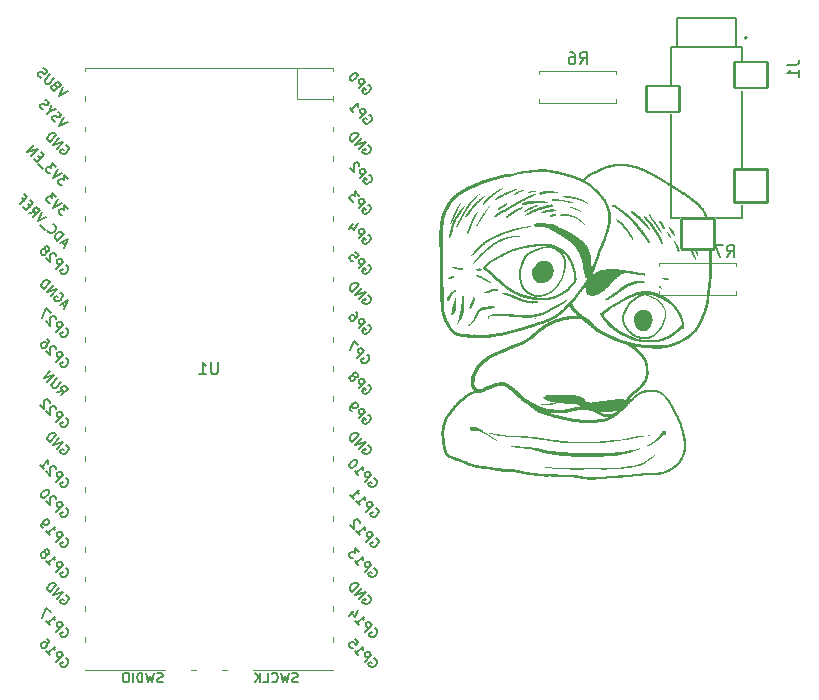
<source format=gbo>
%TF.GenerationSoftware,KiCad,Pcbnew,7.0.7*%
%TF.CreationDate,2023-09-12T14:39:03-06:00*%
%TF.ProjectId,DJBB Drumpad V2 Pico,444a4242-2044-4727-956d-706164205632,V01*%
%TF.SameCoordinates,Original*%
%TF.FileFunction,Legend,Bot*%
%TF.FilePolarity,Positive*%
%FSLAX46Y46*%
G04 Gerber Fmt 4.6, Leading zero omitted, Abs format (unit mm)*
G04 Created by KiCad (PCBNEW 7.0.7) date 2023-09-12 14:39:03*
%MOMM*%
%LPD*%
G01*
G04 APERTURE LIST*
G04 Aperture macros list*
%AMRoundRect*
0 Rectangle with rounded corners*
0 $1 Rounding radius*
0 $2 $3 $4 $5 $6 $7 $8 $9 X,Y pos of 4 corners*
0 Add a 4 corners polygon primitive as box body*
4,1,4,$2,$3,$4,$5,$6,$7,$8,$9,$2,$3,0*
0 Add four circle primitives for the rounded corners*
1,1,$1+$1,$2,$3*
1,1,$1+$1,$4,$5*
1,1,$1+$1,$6,$7*
1,1,$1+$1,$8,$9*
0 Add four rect primitives between the rounded corners*
20,1,$1+$1,$2,$3,$4,$5,0*
20,1,$1+$1,$4,$5,$6,$7,0*
20,1,$1+$1,$6,$7,$8,$9,0*
20,1,$1+$1,$8,$9,$2,$3,0*%
G04 Aperture macros list end*
%ADD10C,0.150000*%
%ADD11C,0.120000*%
%ADD12C,0.127000*%
%ADD13C,0.200000*%
%ADD14O,1.800000X1.800000*%
%ADD15O,1.500000X1.500000*%
%ADD16O,1.700000X1.700000*%
%ADD17R,1.700000X1.700000*%
%ADD18C,1.900000*%
%ADD19C,4.000000*%
%ADD20O,2.000000X2.500000*%
%ADD21O,2.500000X2.000000*%
%ADD22C,1.600000*%
%ADD23O,1.600000X1.600000*%
%ADD24C,1.524000*%
%ADD25O,2.900000X3.000000*%
%ADD26O,1.600000X2.000000*%
%ADD27C,1.700000*%
%ADD28RoundRect,0.102000X-1.400000X1.100000X-1.400000X-1.100000X1.400000X-1.100000X1.400000X1.100000X0*%
%ADD29RoundRect,0.102000X-1.400000X1.400000X-1.400000X-1.400000X1.400000X-1.400000X1.400000X1.400000X0*%
%ADD30RoundRect,0.102000X-1.400000X1.300000X-1.400000X-1.300000X1.400000X-1.300000X1.400000X1.300000X0*%
G04 APERTURE END LIST*
D10*
X92455904Y-66510819D02*
X92455904Y-67320342D01*
X92455904Y-67320342D02*
X92408285Y-67415580D01*
X92408285Y-67415580D02*
X92360666Y-67463200D01*
X92360666Y-67463200D02*
X92265428Y-67510819D01*
X92265428Y-67510819D02*
X92074952Y-67510819D01*
X92074952Y-67510819D02*
X91979714Y-67463200D01*
X91979714Y-67463200D02*
X91932095Y-67415580D01*
X91932095Y-67415580D02*
X91884476Y-67320342D01*
X91884476Y-67320342D02*
X91884476Y-66510819D01*
X90884476Y-67510819D02*
X91455904Y-67510819D01*
X91170190Y-67510819D02*
X91170190Y-66510819D01*
X91170190Y-66510819D02*
X91265428Y-66653676D01*
X91265428Y-66653676D02*
X91360666Y-66748914D01*
X91360666Y-66748914D02*
X91455904Y-66796533D01*
X105180627Y-63367494D02*
X105261439Y-63394431D01*
X105261439Y-63394431D02*
X105342251Y-63475243D01*
X105342251Y-63475243D02*
X105396126Y-63582993D01*
X105396126Y-63582993D02*
X105396126Y-63690742D01*
X105396126Y-63690742D02*
X105369189Y-63771555D01*
X105369189Y-63771555D02*
X105288376Y-63906242D01*
X105288376Y-63906242D02*
X105207564Y-63987054D01*
X105207564Y-63987054D02*
X105072877Y-64067866D01*
X105072877Y-64067866D02*
X104992065Y-64094803D01*
X104992065Y-64094803D02*
X104884315Y-64094803D01*
X104884315Y-64094803D02*
X104776566Y-64040929D01*
X104776566Y-64040929D02*
X104722691Y-63987054D01*
X104722691Y-63987054D02*
X104668816Y-63879304D01*
X104668816Y-63879304D02*
X104668816Y-63825429D01*
X104668816Y-63825429D02*
X104857378Y-63636868D01*
X104857378Y-63636868D02*
X104965128Y-63744617D01*
X104372505Y-63636868D02*
X104938190Y-63071182D01*
X104938190Y-63071182D02*
X104722691Y-62855683D01*
X104722691Y-62855683D02*
X104641879Y-62828746D01*
X104641879Y-62828746D02*
X104588004Y-62828746D01*
X104588004Y-62828746D02*
X104507192Y-62855683D01*
X104507192Y-62855683D02*
X104426380Y-62936495D01*
X104426380Y-62936495D02*
X104399442Y-63017307D01*
X104399442Y-63017307D02*
X104399442Y-63071182D01*
X104399442Y-63071182D02*
X104426380Y-63151994D01*
X104426380Y-63151994D02*
X104641879Y-63367494D01*
X104130068Y-62263060D02*
X104237818Y-62370810D01*
X104237818Y-62370810D02*
X104264755Y-62451622D01*
X104264755Y-62451622D02*
X104264755Y-62505497D01*
X104264755Y-62505497D02*
X104237818Y-62640184D01*
X104237818Y-62640184D02*
X104157006Y-62774871D01*
X104157006Y-62774871D02*
X103941506Y-62990370D01*
X103941506Y-62990370D02*
X103860694Y-63017307D01*
X103860694Y-63017307D02*
X103806819Y-63017307D01*
X103806819Y-63017307D02*
X103726007Y-62990370D01*
X103726007Y-62990370D02*
X103618258Y-62882620D01*
X103618258Y-62882620D02*
X103591320Y-62801808D01*
X103591320Y-62801808D02*
X103591320Y-62747933D01*
X103591320Y-62747933D02*
X103618258Y-62667121D01*
X103618258Y-62667121D02*
X103752945Y-62532434D01*
X103752945Y-62532434D02*
X103833757Y-62505497D01*
X103833757Y-62505497D02*
X103887632Y-62505497D01*
X103887632Y-62505497D02*
X103968444Y-62532434D01*
X103968444Y-62532434D02*
X104076193Y-62640184D01*
X104076193Y-62640184D02*
X104103131Y-62720996D01*
X104103131Y-62720996D02*
X104103131Y-62774871D01*
X104103131Y-62774871D02*
X104076193Y-62855683D01*
X79607564Y-86254431D02*
X79688376Y-86281368D01*
X79688376Y-86281368D02*
X79769188Y-86362180D01*
X79769188Y-86362180D02*
X79823063Y-86469930D01*
X79823063Y-86469930D02*
X79823063Y-86577680D01*
X79823063Y-86577680D02*
X79796126Y-86658492D01*
X79796126Y-86658492D02*
X79715314Y-86793179D01*
X79715314Y-86793179D02*
X79634501Y-86873991D01*
X79634501Y-86873991D02*
X79499814Y-86954803D01*
X79499814Y-86954803D02*
X79419002Y-86981741D01*
X79419002Y-86981741D02*
X79311253Y-86981741D01*
X79311253Y-86981741D02*
X79203503Y-86927866D01*
X79203503Y-86927866D02*
X79149628Y-86873991D01*
X79149628Y-86873991D02*
X79095753Y-86766241D01*
X79095753Y-86766241D02*
X79095753Y-86712367D01*
X79095753Y-86712367D02*
X79284315Y-86523805D01*
X79284315Y-86523805D02*
X79392065Y-86631554D01*
X78799442Y-86523805D02*
X79365127Y-85958119D01*
X79365127Y-85958119D02*
X78476193Y-86200556D01*
X78476193Y-86200556D02*
X79041879Y-85634871D01*
X78206819Y-85931182D02*
X78772505Y-85365497D01*
X78772505Y-85365497D02*
X78637818Y-85230810D01*
X78637818Y-85230810D02*
X78530068Y-85176935D01*
X78530068Y-85176935D02*
X78422319Y-85176935D01*
X78422319Y-85176935D02*
X78341506Y-85203872D01*
X78341506Y-85203872D02*
X78206819Y-85284685D01*
X78206819Y-85284685D02*
X78126007Y-85365497D01*
X78126007Y-85365497D02*
X78045195Y-85500184D01*
X78045195Y-85500184D02*
X78018258Y-85580996D01*
X78018258Y-85580996D02*
X78018258Y-85688746D01*
X78018258Y-85688746D02*
X78072132Y-85796495D01*
X78072132Y-85796495D02*
X78206819Y-85931182D01*
X105180627Y-68447494D02*
X105261439Y-68474431D01*
X105261439Y-68474431D02*
X105342251Y-68555243D01*
X105342251Y-68555243D02*
X105396126Y-68662993D01*
X105396126Y-68662993D02*
X105396126Y-68770742D01*
X105396126Y-68770742D02*
X105369189Y-68851555D01*
X105369189Y-68851555D02*
X105288376Y-68986242D01*
X105288376Y-68986242D02*
X105207564Y-69067054D01*
X105207564Y-69067054D02*
X105072877Y-69147866D01*
X105072877Y-69147866D02*
X104992065Y-69174803D01*
X104992065Y-69174803D02*
X104884315Y-69174803D01*
X104884315Y-69174803D02*
X104776566Y-69120929D01*
X104776566Y-69120929D02*
X104722691Y-69067054D01*
X104722691Y-69067054D02*
X104668816Y-68959304D01*
X104668816Y-68959304D02*
X104668816Y-68905429D01*
X104668816Y-68905429D02*
X104857378Y-68716868D01*
X104857378Y-68716868D02*
X104965128Y-68824617D01*
X104372505Y-68716868D02*
X104938190Y-68151182D01*
X104938190Y-68151182D02*
X104722691Y-67935683D01*
X104722691Y-67935683D02*
X104641879Y-67908746D01*
X104641879Y-67908746D02*
X104588004Y-67908746D01*
X104588004Y-67908746D02*
X104507192Y-67935683D01*
X104507192Y-67935683D02*
X104426380Y-68016495D01*
X104426380Y-68016495D02*
X104399442Y-68097307D01*
X104399442Y-68097307D02*
X104399442Y-68151182D01*
X104399442Y-68151182D02*
X104426380Y-68231994D01*
X104426380Y-68231994D02*
X104641879Y-68447494D01*
X104049256Y-67747121D02*
X104130068Y-67774059D01*
X104130068Y-67774059D02*
X104183943Y-67774059D01*
X104183943Y-67774059D02*
X104264755Y-67747121D01*
X104264755Y-67747121D02*
X104291693Y-67720184D01*
X104291693Y-67720184D02*
X104318630Y-67639372D01*
X104318630Y-67639372D02*
X104318630Y-67585497D01*
X104318630Y-67585497D02*
X104291693Y-67504685D01*
X104291693Y-67504685D02*
X104183943Y-67396935D01*
X104183943Y-67396935D02*
X104103131Y-67369998D01*
X104103131Y-67369998D02*
X104049256Y-67369998D01*
X104049256Y-67369998D02*
X103968444Y-67396935D01*
X103968444Y-67396935D02*
X103941506Y-67423872D01*
X103941506Y-67423872D02*
X103914569Y-67504685D01*
X103914569Y-67504685D02*
X103914569Y-67558559D01*
X103914569Y-67558559D02*
X103941506Y-67639372D01*
X103941506Y-67639372D02*
X104049256Y-67747121D01*
X104049256Y-67747121D02*
X104076193Y-67827933D01*
X104076193Y-67827933D02*
X104076193Y-67881808D01*
X104076193Y-67881808D02*
X104049256Y-67962620D01*
X104049256Y-67962620D02*
X103941506Y-68070370D01*
X103941506Y-68070370D02*
X103860694Y-68097307D01*
X103860694Y-68097307D02*
X103806819Y-68097307D01*
X103806819Y-68097307D02*
X103726007Y-68070370D01*
X103726007Y-68070370D02*
X103618258Y-67962620D01*
X103618258Y-67962620D02*
X103591320Y-67881808D01*
X103591320Y-67881808D02*
X103591320Y-67827933D01*
X103591320Y-67827933D02*
X103618258Y-67747121D01*
X103618258Y-67747121D02*
X103726007Y-67639372D01*
X103726007Y-67639372D02*
X103806819Y-67612434D01*
X103806819Y-67612434D02*
X103860694Y-67612434D01*
X103860694Y-67612434D02*
X103941506Y-67639372D01*
X105750001Y-89036868D02*
X105830814Y-89063805D01*
X105830814Y-89063805D02*
X105911626Y-89144618D01*
X105911626Y-89144618D02*
X105965501Y-89252367D01*
X105965501Y-89252367D02*
X105965501Y-89360117D01*
X105965501Y-89360117D02*
X105938563Y-89440929D01*
X105938563Y-89440929D02*
X105857751Y-89575616D01*
X105857751Y-89575616D02*
X105776939Y-89656428D01*
X105776939Y-89656428D02*
X105642252Y-89737241D01*
X105642252Y-89737241D02*
X105561439Y-89764178D01*
X105561439Y-89764178D02*
X105453690Y-89764178D01*
X105453690Y-89764178D02*
X105345940Y-89710303D01*
X105345940Y-89710303D02*
X105292065Y-89656428D01*
X105292065Y-89656428D02*
X105238191Y-89548679D01*
X105238191Y-89548679D02*
X105238191Y-89494804D01*
X105238191Y-89494804D02*
X105426752Y-89306242D01*
X105426752Y-89306242D02*
X105534502Y-89413992D01*
X104941879Y-89306242D02*
X105507565Y-88740557D01*
X105507565Y-88740557D02*
X105292065Y-88525057D01*
X105292065Y-88525057D02*
X105211253Y-88498120D01*
X105211253Y-88498120D02*
X105157378Y-88498120D01*
X105157378Y-88498120D02*
X105076566Y-88525057D01*
X105076566Y-88525057D02*
X104995754Y-88605870D01*
X104995754Y-88605870D02*
X104968817Y-88686682D01*
X104968817Y-88686682D02*
X104968817Y-88740557D01*
X104968817Y-88740557D02*
X104995754Y-88821369D01*
X104995754Y-88821369D02*
X105211253Y-89036868D01*
X104079882Y-88444245D02*
X104403131Y-88767494D01*
X104241507Y-88605870D02*
X104807192Y-88040184D01*
X104807192Y-88040184D02*
X104780255Y-88174871D01*
X104780255Y-88174871D02*
X104780255Y-88282621D01*
X104780255Y-88282621D02*
X104807192Y-88363433D01*
X103972133Y-87582248D02*
X103595009Y-87959372D01*
X104322319Y-87501436D02*
X104052945Y-88040184D01*
X104052945Y-88040184D02*
X103702759Y-87689998D01*
X79596001Y-78876868D02*
X79676814Y-78903805D01*
X79676814Y-78903805D02*
X79757626Y-78984618D01*
X79757626Y-78984618D02*
X79811501Y-79092367D01*
X79811501Y-79092367D02*
X79811501Y-79200117D01*
X79811501Y-79200117D02*
X79784563Y-79280929D01*
X79784563Y-79280929D02*
X79703751Y-79415616D01*
X79703751Y-79415616D02*
X79622939Y-79496428D01*
X79622939Y-79496428D02*
X79488252Y-79577241D01*
X79488252Y-79577241D02*
X79407439Y-79604178D01*
X79407439Y-79604178D02*
X79299690Y-79604178D01*
X79299690Y-79604178D02*
X79191940Y-79550303D01*
X79191940Y-79550303D02*
X79138065Y-79496428D01*
X79138065Y-79496428D02*
X79084191Y-79388679D01*
X79084191Y-79388679D02*
X79084191Y-79334804D01*
X79084191Y-79334804D02*
X79272752Y-79146242D01*
X79272752Y-79146242D02*
X79380502Y-79253992D01*
X78787879Y-79146242D02*
X79353565Y-78580557D01*
X79353565Y-78580557D02*
X79138065Y-78365057D01*
X79138065Y-78365057D02*
X79057253Y-78338120D01*
X79057253Y-78338120D02*
X79003378Y-78338120D01*
X79003378Y-78338120D02*
X78922566Y-78365057D01*
X78922566Y-78365057D02*
X78841754Y-78445870D01*
X78841754Y-78445870D02*
X78814817Y-78526682D01*
X78814817Y-78526682D02*
X78814817Y-78580557D01*
X78814817Y-78580557D02*
X78841754Y-78661369D01*
X78841754Y-78661369D02*
X79057253Y-78876868D01*
X78760942Y-78095683D02*
X78760942Y-78041809D01*
X78760942Y-78041809D02*
X78734004Y-77960996D01*
X78734004Y-77960996D02*
X78599317Y-77826309D01*
X78599317Y-77826309D02*
X78518505Y-77799372D01*
X78518505Y-77799372D02*
X78464630Y-77799372D01*
X78464630Y-77799372D02*
X78383818Y-77826309D01*
X78383818Y-77826309D02*
X78329943Y-77880184D01*
X78329943Y-77880184D02*
X78276069Y-77987934D01*
X78276069Y-77987934D02*
X78276069Y-78634431D01*
X78276069Y-78634431D02*
X77925882Y-78284245D01*
X78141381Y-77368373D02*
X78087507Y-77314499D01*
X78087507Y-77314499D02*
X78006694Y-77287561D01*
X78006694Y-77287561D02*
X77952820Y-77287561D01*
X77952820Y-77287561D02*
X77872007Y-77314499D01*
X77872007Y-77314499D02*
X77737320Y-77395311D01*
X77737320Y-77395311D02*
X77602633Y-77529998D01*
X77602633Y-77529998D02*
X77521821Y-77664685D01*
X77521821Y-77664685D02*
X77494884Y-77745497D01*
X77494884Y-77745497D02*
X77494884Y-77799372D01*
X77494884Y-77799372D02*
X77521821Y-77880184D01*
X77521821Y-77880184D02*
X77575696Y-77934059D01*
X77575696Y-77934059D02*
X77656508Y-77960996D01*
X77656508Y-77960996D02*
X77710383Y-77960996D01*
X77710383Y-77960996D02*
X77791195Y-77934059D01*
X77791195Y-77934059D02*
X77925882Y-77853247D01*
X77925882Y-77853247D02*
X78060569Y-77718560D01*
X78060569Y-77718560D02*
X78141381Y-77583873D01*
X78141381Y-77583873D02*
X78168319Y-77503060D01*
X78168319Y-77503060D02*
X78168319Y-77449186D01*
X78168319Y-77449186D02*
X78141381Y-77368373D01*
X105180627Y-43047494D02*
X105261439Y-43074431D01*
X105261439Y-43074431D02*
X105342251Y-43155243D01*
X105342251Y-43155243D02*
X105396126Y-43262993D01*
X105396126Y-43262993D02*
X105396126Y-43370742D01*
X105396126Y-43370742D02*
X105369189Y-43451555D01*
X105369189Y-43451555D02*
X105288376Y-43586242D01*
X105288376Y-43586242D02*
X105207564Y-43667054D01*
X105207564Y-43667054D02*
X105072877Y-43747866D01*
X105072877Y-43747866D02*
X104992065Y-43774803D01*
X104992065Y-43774803D02*
X104884315Y-43774803D01*
X104884315Y-43774803D02*
X104776566Y-43720929D01*
X104776566Y-43720929D02*
X104722691Y-43667054D01*
X104722691Y-43667054D02*
X104668816Y-43559304D01*
X104668816Y-43559304D02*
X104668816Y-43505429D01*
X104668816Y-43505429D02*
X104857378Y-43316868D01*
X104857378Y-43316868D02*
X104965128Y-43424617D01*
X104372505Y-43316868D02*
X104938190Y-42751182D01*
X104938190Y-42751182D02*
X104722691Y-42535683D01*
X104722691Y-42535683D02*
X104641879Y-42508746D01*
X104641879Y-42508746D02*
X104588004Y-42508746D01*
X104588004Y-42508746D02*
X104507192Y-42535683D01*
X104507192Y-42535683D02*
X104426380Y-42616495D01*
X104426380Y-42616495D02*
X104399442Y-42697307D01*
X104399442Y-42697307D02*
X104399442Y-42751182D01*
X104399442Y-42751182D02*
X104426380Y-42831994D01*
X104426380Y-42831994D02*
X104641879Y-43047494D01*
X104264755Y-42077747D02*
X104210880Y-42023872D01*
X104210880Y-42023872D02*
X104130068Y-41996935D01*
X104130068Y-41996935D02*
X104076193Y-41996935D01*
X104076193Y-41996935D02*
X103995381Y-42023872D01*
X103995381Y-42023872D02*
X103860694Y-42104685D01*
X103860694Y-42104685D02*
X103726007Y-42239372D01*
X103726007Y-42239372D02*
X103645195Y-42374059D01*
X103645195Y-42374059D02*
X103618258Y-42454871D01*
X103618258Y-42454871D02*
X103618258Y-42508746D01*
X103618258Y-42508746D02*
X103645195Y-42589558D01*
X103645195Y-42589558D02*
X103699070Y-42643433D01*
X103699070Y-42643433D02*
X103779882Y-42670370D01*
X103779882Y-42670370D02*
X103833757Y-42670370D01*
X103833757Y-42670370D02*
X103914569Y-42643433D01*
X103914569Y-42643433D02*
X104049256Y-42562620D01*
X104049256Y-42562620D02*
X104183943Y-42427933D01*
X104183943Y-42427933D02*
X104264755Y-42293246D01*
X104264755Y-42293246D02*
X104291693Y-42212434D01*
X104291693Y-42212434D02*
X104291693Y-42158559D01*
X104291693Y-42158559D02*
X104264755Y-42077747D01*
X105207564Y-48154431D02*
X105288376Y-48181368D01*
X105288376Y-48181368D02*
X105369188Y-48262180D01*
X105369188Y-48262180D02*
X105423063Y-48369930D01*
X105423063Y-48369930D02*
X105423063Y-48477680D01*
X105423063Y-48477680D02*
X105396126Y-48558492D01*
X105396126Y-48558492D02*
X105315314Y-48693179D01*
X105315314Y-48693179D02*
X105234501Y-48773991D01*
X105234501Y-48773991D02*
X105099814Y-48854803D01*
X105099814Y-48854803D02*
X105019002Y-48881741D01*
X105019002Y-48881741D02*
X104911253Y-48881741D01*
X104911253Y-48881741D02*
X104803503Y-48827866D01*
X104803503Y-48827866D02*
X104749628Y-48773991D01*
X104749628Y-48773991D02*
X104695753Y-48666241D01*
X104695753Y-48666241D02*
X104695753Y-48612367D01*
X104695753Y-48612367D02*
X104884315Y-48423805D01*
X104884315Y-48423805D02*
X104992065Y-48531554D01*
X104399442Y-48423805D02*
X104965127Y-47858119D01*
X104965127Y-47858119D02*
X104076193Y-48100556D01*
X104076193Y-48100556D02*
X104641879Y-47534871D01*
X103806819Y-47831182D02*
X104372505Y-47265497D01*
X104372505Y-47265497D02*
X104237818Y-47130810D01*
X104237818Y-47130810D02*
X104130068Y-47076935D01*
X104130068Y-47076935D02*
X104022319Y-47076935D01*
X104022319Y-47076935D02*
X103941506Y-47103872D01*
X103941506Y-47103872D02*
X103806819Y-47184685D01*
X103806819Y-47184685D02*
X103726007Y-47265497D01*
X103726007Y-47265497D02*
X103645195Y-47400184D01*
X103645195Y-47400184D02*
X103618258Y-47480996D01*
X103618258Y-47480996D02*
X103618258Y-47588746D01*
X103618258Y-47588746D02*
X103672132Y-47696495D01*
X103672132Y-47696495D02*
X103806819Y-47831182D01*
X78855348Y-68999710D02*
X79313283Y-68918898D01*
X79178596Y-69322959D02*
X79744282Y-68757274D01*
X79744282Y-68757274D02*
X79528783Y-68541775D01*
X79528783Y-68541775D02*
X79447970Y-68514837D01*
X79447970Y-68514837D02*
X79394096Y-68514837D01*
X79394096Y-68514837D02*
X79313283Y-68541775D01*
X79313283Y-68541775D02*
X79232471Y-68622587D01*
X79232471Y-68622587D02*
X79205534Y-68703399D01*
X79205534Y-68703399D02*
X79205534Y-68757274D01*
X79205534Y-68757274D02*
X79232471Y-68838086D01*
X79232471Y-68838086D02*
X79447970Y-69053585D01*
X79178596Y-68191588D02*
X78720661Y-68649524D01*
X78720661Y-68649524D02*
X78639848Y-68676462D01*
X78639848Y-68676462D02*
X78585974Y-68676462D01*
X78585974Y-68676462D02*
X78505161Y-68649524D01*
X78505161Y-68649524D02*
X78397412Y-68541775D01*
X78397412Y-68541775D02*
X78370474Y-68460962D01*
X78370474Y-68460962D02*
X78370474Y-68407088D01*
X78370474Y-68407088D02*
X78397412Y-68326275D01*
X78397412Y-68326275D02*
X78855348Y-67868340D01*
X78020288Y-68164651D02*
X78585974Y-67598966D01*
X78585974Y-67598966D02*
X77697040Y-67841402D01*
X77697040Y-67841402D02*
X78262725Y-67275717D01*
X105850001Y-81416868D02*
X105930814Y-81443805D01*
X105930814Y-81443805D02*
X106011626Y-81524618D01*
X106011626Y-81524618D02*
X106065501Y-81632367D01*
X106065501Y-81632367D02*
X106065501Y-81740117D01*
X106065501Y-81740117D02*
X106038563Y-81820929D01*
X106038563Y-81820929D02*
X105957751Y-81955616D01*
X105957751Y-81955616D02*
X105876939Y-82036428D01*
X105876939Y-82036428D02*
X105742252Y-82117241D01*
X105742252Y-82117241D02*
X105661439Y-82144178D01*
X105661439Y-82144178D02*
X105553690Y-82144178D01*
X105553690Y-82144178D02*
X105445940Y-82090303D01*
X105445940Y-82090303D02*
X105392065Y-82036428D01*
X105392065Y-82036428D02*
X105338191Y-81928679D01*
X105338191Y-81928679D02*
X105338191Y-81874804D01*
X105338191Y-81874804D02*
X105526752Y-81686242D01*
X105526752Y-81686242D02*
X105634502Y-81793992D01*
X105041879Y-81686242D02*
X105607565Y-81120557D01*
X105607565Y-81120557D02*
X105392065Y-80905057D01*
X105392065Y-80905057D02*
X105311253Y-80878120D01*
X105311253Y-80878120D02*
X105257378Y-80878120D01*
X105257378Y-80878120D02*
X105176566Y-80905057D01*
X105176566Y-80905057D02*
X105095754Y-80985870D01*
X105095754Y-80985870D02*
X105068817Y-81066682D01*
X105068817Y-81066682D02*
X105068817Y-81120557D01*
X105068817Y-81120557D02*
X105095754Y-81201369D01*
X105095754Y-81201369D02*
X105311253Y-81416868D01*
X104179882Y-80824245D02*
X104503131Y-81147494D01*
X104341507Y-80985870D02*
X104907192Y-80420184D01*
X104907192Y-80420184D02*
X104880255Y-80554871D01*
X104880255Y-80554871D02*
X104880255Y-80662621D01*
X104880255Y-80662621D02*
X104907192Y-80743433D01*
X104476194Y-80096935D02*
X104476194Y-80043060D01*
X104476194Y-80043060D02*
X104449256Y-79962248D01*
X104449256Y-79962248D02*
X104314569Y-79827561D01*
X104314569Y-79827561D02*
X104233757Y-79800624D01*
X104233757Y-79800624D02*
X104179882Y-79800624D01*
X104179882Y-79800624D02*
X104099070Y-79827561D01*
X104099070Y-79827561D02*
X104045195Y-79881436D01*
X104045195Y-79881436D02*
X103991320Y-79989186D01*
X103991320Y-79989186D02*
X103991320Y-80635683D01*
X103991320Y-80635683D02*
X103641134Y-80285497D01*
X105180627Y-55747494D02*
X105261439Y-55774431D01*
X105261439Y-55774431D02*
X105342251Y-55855243D01*
X105342251Y-55855243D02*
X105396126Y-55962993D01*
X105396126Y-55962993D02*
X105396126Y-56070742D01*
X105396126Y-56070742D02*
X105369189Y-56151555D01*
X105369189Y-56151555D02*
X105288376Y-56286242D01*
X105288376Y-56286242D02*
X105207564Y-56367054D01*
X105207564Y-56367054D02*
X105072877Y-56447866D01*
X105072877Y-56447866D02*
X104992065Y-56474803D01*
X104992065Y-56474803D02*
X104884315Y-56474803D01*
X104884315Y-56474803D02*
X104776566Y-56420929D01*
X104776566Y-56420929D02*
X104722691Y-56367054D01*
X104722691Y-56367054D02*
X104668816Y-56259304D01*
X104668816Y-56259304D02*
X104668816Y-56205429D01*
X104668816Y-56205429D02*
X104857378Y-56016868D01*
X104857378Y-56016868D02*
X104965128Y-56124617D01*
X104372505Y-56016868D02*
X104938190Y-55451182D01*
X104938190Y-55451182D02*
X104722691Y-55235683D01*
X104722691Y-55235683D02*
X104641879Y-55208746D01*
X104641879Y-55208746D02*
X104588004Y-55208746D01*
X104588004Y-55208746D02*
X104507192Y-55235683D01*
X104507192Y-55235683D02*
X104426380Y-55316495D01*
X104426380Y-55316495D02*
X104399442Y-55397307D01*
X104399442Y-55397307D02*
X104399442Y-55451182D01*
X104399442Y-55451182D02*
X104426380Y-55531994D01*
X104426380Y-55531994D02*
X104641879Y-55747494D01*
X103941506Y-54831622D02*
X103564383Y-55208746D01*
X104291693Y-54750810D02*
X104022319Y-55289558D01*
X104022319Y-55289558D02*
X103672132Y-54939372D01*
X79596001Y-83956868D02*
X79676814Y-83983805D01*
X79676814Y-83983805D02*
X79757626Y-84064618D01*
X79757626Y-84064618D02*
X79811501Y-84172367D01*
X79811501Y-84172367D02*
X79811501Y-84280117D01*
X79811501Y-84280117D02*
X79784563Y-84360929D01*
X79784563Y-84360929D02*
X79703751Y-84495616D01*
X79703751Y-84495616D02*
X79622939Y-84576428D01*
X79622939Y-84576428D02*
X79488252Y-84657241D01*
X79488252Y-84657241D02*
X79407439Y-84684178D01*
X79407439Y-84684178D02*
X79299690Y-84684178D01*
X79299690Y-84684178D02*
X79191940Y-84630303D01*
X79191940Y-84630303D02*
X79138065Y-84576428D01*
X79138065Y-84576428D02*
X79084191Y-84468679D01*
X79084191Y-84468679D02*
X79084191Y-84414804D01*
X79084191Y-84414804D02*
X79272752Y-84226242D01*
X79272752Y-84226242D02*
X79380502Y-84333992D01*
X78787879Y-84226242D02*
X79353565Y-83660557D01*
X79353565Y-83660557D02*
X79138065Y-83445057D01*
X79138065Y-83445057D02*
X79057253Y-83418120D01*
X79057253Y-83418120D02*
X79003378Y-83418120D01*
X79003378Y-83418120D02*
X78922566Y-83445057D01*
X78922566Y-83445057D02*
X78841754Y-83525870D01*
X78841754Y-83525870D02*
X78814817Y-83606682D01*
X78814817Y-83606682D02*
X78814817Y-83660557D01*
X78814817Y-83660557D02*
X78841754Y-83741369D01*
X78841754Y-83741369D02*
X79057253Y-83956868D01*
X77925882Y-83364245D02*
X78249131Y-83687494D01*
X78087507Y-83525870D02*
X78653192Y-82960184D01*
X78653192Y-82960184D02*
X78626255Y-83094871D01*
X78626255Y-83094871D02*
X78626255Y-83202621D01*
X78626255Y-83202621D02*
X78653192Y-83283433D01*
X77925882Y-82717747D02*
X78006694Y-82744685D01*
X78006694Y-82744685D02*
X78060569Y-82744685D01*
X78060569Y-82744685D02*
X78141381Y-82717747D01*
X78141381Y-82717747D02*
X78168319Y-82690810D01*
X78168319Y-82690810D02*
X78195256Y-82609998D01*
X78195256Y-82609998D02*
X78195256Y-82556123D01*
X78195256Y-82556123D02*
X78168319Y-82475311D01*
X78168319Y-82475311D02*
X78060569Y-82367561D01*
X78060569Y-82367561D02*
X77979757Y-82340624D01*
X77979757Y-82340624D02*
X77925882Y-82340624D01*
X77925882Y-82340624D02*
X77845070Y-82367561D01*
X77845070Y-82367561D02*
X77818133Y-82394499D01*
X77818133Y-82394499D02*
X77791195Y-82475311D01*
X77791195Y-82475311D02*
X77791195Y-82529186D01*
X77791195Y-82529186D02*
X77818133Y-82609998D01*
X77818133Y-82609998D02*
X77925882Y-82717747D01*
X77925882Y-82717747D02*
X77952820Y-82798560D01*
X77952820Y-82798560D02*
X77952820Y-82852434D01*
X77952820Y-82852434D02*
X77925882Y-82933247D01*
X77925882Y-82933247D02*
X77818133Y-83040996D01*
X77818133Y-83040996D02*
X77737320Y-83067934D01*
X77737320Y-83067934D02*
X77683446Y-83067934D01*
X77683446Y-83067934D02*
X77602633Y-83040996D01*
X77602633Y-83040996D02*
X77494884Y-82933247D01*
X77494884Y-82933247D02*
X77467946Y-82852434D01*
X77467946Y-82852434D02*
X77467946Y-82798560D01*
X77467946Y-82798560D02*
X77494884Y-82717747D01*
X77494884Y-82717747D02*
X77602633Y-82609998D01*
X77602633Y-82609998D02*
X77683446Y-82583060D01*
X77683446Y-82583060D02*
X77737320Y-82583060D01*
X77737320Y-82583060D02*
X77818133Y-82609998D01*
X105850001Y-78876868D02*
X105930814Y-78903805D01*
X105930814Y-78903805D02*
X106011626Y-78984618D01*
X106011626Y-78984618D02*
X106065501Y-79092367D01*
X106065501Y-79092367D02*
X106065501Y-79200117D01*
X106065501Y-79200117D02*
X106038563Y-79280929D01*
X106038563Y-79280929D02*
X105957751Y-79415616D01*
X105957751Y-79415616D02*
X105876939Y-79496428D01*
X105876939Y-79496428D02*
X105742252Y-79577241D01*
X105742252Y-79577241D02*
X105661439Y-79604178D01*
X105661439Y-79604178D02*
X105553690Y-79604178D01*
X105553690Y-79604178D02*
X105445940Y-79550303D01*
X105445940Y-79550303D02*
X105392065Y-79496428D01*
X105392065Y-79496428D02*
X105338191Y-79388679D01*
X105338191Y-79388679D02*
X105338191Y-79334804D01*
X105338191Y-79334804D02*
X105526752Y-79146242D01*
X105526752Y-79146242D02*
X105634502Y-79253992D01*
X105041879Y-79146242D02*
X105607565Y-78580557D01*
X105607565Y-78580557D02*
X105392065Y-78365057D01*
X105392065Y-78365057D02*
X105311253Y-78338120D01*
X105311253Y-78338120D02*
X105257378Y-78338120D01*
X105257378Y-78338120D02*
X105176566Y-78365057D01*
X105176566Y-78365057D02*
X105095754Y-78445870D01*
X105095754Y-78445870D02*
X105068817Y-78526682D01*
X105068817Y-78526682D02*
X105068817Y-78580557D01*
X105068817Y-78580557D02*
X105095754Y-78661369D01*
X105095754Y-78661369D02*
X105311253Y-78876868D01*
X104179882Y-78284245D02*
X104503131Y-78607494D01*
X104341507Y-78445870D02*
X104907192Y-77880184D01*
X104907192Y-77880184D02*
X104880255Y-78014871D01*
X104880255Y-78014871D02*
X104880255Y-78122621D01*
X104880255Y-78122621D02*
X104907192Y-78203433D01*
X103641134Y-77745497D02*
X103964383Y-78068746D01*
X103802759Y-77907121D02*
X104368444Y-77341436D01*
X104368444Y-77341436D02*
X104341507Y-77476123D01*
X104341507Y-77476123D02*
X104341507Y-77583873D01*
X104341507Y-77583873D02*
X104368444Y-77664685D01*
X79538935Y-56590049D02*
X79269561Y-56320675D01*
X79431186Y-56805549D02*
X79808309Y-56051301D01*
X79808309Y-56051301D02*
X79054062Y-56428425D01*
X78865500Y-56239863D02*
X79431186Y-55674178D01*
X79431186Y-55674178D02*
X79296499Y-55539491D01*
X79296499Y-55539491D02*
X79188749Y-55485616D01*
X79188749Y-55485616D02*
X79081000Y-55485616D01*
X79081000Y-55485616D02*
X79000187Y-55512553D01*
X79000187Y-55512553D02*
X78865500Y-55593366D01*
X78865500Y-55593366D02*
X78784688Y-55674178D01*
X78784688Y-55674178D02*
X78703876Y-55808865D01*
X78703876Y-55808865D02*
X78676939Y-55889677D01*
X78676939Y-55889677D02*
X78676939Y-55997427D01*
X78676939Y-55997427D02*
X78730813Y-56105176D01*
X78730813Y-56105176D02*
X78865500Y-56239863D01*
X78030441Y-55297054D02*
X78030441Y-55350929D01*
X78030441Y-55350929D02*
X78084316Y-55458679D01*
X78084316Y-55458679D02*
X78138191Y-55512553D01*
X78138191Y-55512553D02*
X78245940Y-55566428D01*
X78245940Y-55566428D02*
X78353690Y-55566428D01*
X78353690Y-55566428D02*
X78434502Y-55539491D01*
X78434502Y-55539491D02*
X78569189Y-55458679D01*
X78569189Y-55458679D02*
X78650001Y-55377866D01*
X78650001Y-55377866D02*
X78730813Y-55243179D01*
X78730813Y-55243179D02*
X78757751Y-55162367D01*
X78757751Y-55162367D02*
X78757751Y-55054618D01*
X78757751Y-55054618D02*
X78703876Y-54946868D01*
X78703876Y-54946868D02*
X78650001Y-54892993D01*
X78650001Y-54892993D02*
X78542252Y-54839118D01*
X78542252Y-54839118D02*
X78488377Y-54839118D01*
X77814942Y-55297054D02*
X77383943Y-54866056D01*
X77949629Y-54192621D02*
X77195381Y-54569744D01*
X77195381Y-54569744D02*
X77572505Y-53815497D01*
X76495009Y-53869372D02*
X76952945Y-53788560D01*
X76818258Y-54192621D02*
X77383943Y-53626935D01*
X77383943Y-53626935D02*
X77168444Y-53411436D01*
X77168444Y-53411436D02*
X77087632Y-53384499D01*
X77087632Y-53384499D02*
X77033757Y-53384499D01*
X77033757Y-53384499D02*
X76952945Y-53411436D01*
X76952945Y-53411436D02*
X76872133Y-53492248D01*
X76872133Y-53492248D02*
X76845195Y-53573061D01*
X76845195Y-53573061D02*
X76845195Y-53626935D01*
X76845195Y-53626935D02*
X76872133Y-53707748D01*
X76872133Y-53707748D02*
X77087632Y-53923247D01*
X76548884Y-53330624D02*
X76360322Y-53142062D01*
X75983199Y-53357561D02*
X76252573Y-53626935D01*
X76252573Y-53626935D02*
X76818258Y-53061250D01*
X76818258Y-53061250D02*
X76548884Y-52791876D01*
X75848511Y-52630251D02*
X76037073Y-52818813D01*
X75740762Y-53115125D02*
X76306447Y-52549439D01*
X76306447Y-52549439D02*
X76037073Y-52280065D01*
X79596001Y-66176868D02*
X79676814Y-66203805D01*
X79676814Y-66203805D02*
X79757626Y-66284618D01*
X79757626Y-66284618D02*
X79811501Y-66392367D01*
X79811501Y-66392367D02*
X79811501Y-66500117D01*
X79811501Y-66500117D02*
X79784563Y-66580929D01*
X79784563Y-66580929D02*
X79703751Y-66715616D01*
X79703751Y-66715616D02*
X79622939Y-66796428D01*
X79622939Y-66796428D02*
X79488252Y-66877241D01*
X79488252Y-66877241D02*
X79407439Y-66904178D01*
X79407439Y-66904178D02*
X79299690Y-66904178D01*
X79299690Y-66904178D02*
X79191940Y-66850303D01*
X79191940Y-66850303D02*
X79138065Y-66796428D01*
X79138065Y-66796428D02*
X79084191Y-66688679D01*
X79084191Y-66688679D02*
X79084191Y-66634804D01*
X79084191Y-66634804D02*
X79272752Y-66446242D01*
X79272752Y-66446242D02*
X79380502Y-66553992D01*
X78787879Y-66446242D02*
X79353565Y-65880557D01*
X79353565Y-65880557D02*
X79138065Y-65665057D01*
X79138065Y-65665057D02*
X79057253Y-65638120D01*
X79057253Y-65638120D02*
X79003378Y-65638120D01*
X79003378Y-65638120D02*
X78922566Y-65665057D01*
X78922566Y-65665057D02*
X78841754Y-65745870D01*
X78841754Y-65745870D02*
X78814817Y-65826682D01*
X78814817Y-65826682D02*
X78814817Y-65880557D01*
X78814817Y-65880557D02*
X78841754Y-65961369D01*
X78841754Y-65961369D02*
X79057253Y-66176868D01*
X78760942Y-65395683D02*
X78760942Y-65341809D01*
X78760942Y-65341809D02*
X78734004Y-65260996D01*
X78734004Y-65260996D02*
X78599317Y-65126309D01*
X78599317Y-65126309D02*
X78518505Y-65099372D01*
X78518505Y-65099372D02*
X78464630Y-65099372D01*
X78464630Y-65099372D02*
X78383818Y-65126309D01*
X78383818Y-65126309D02*
X78329943Y-65180184D01*
X78329943Y-65180184D02*
X78276069Y-65287934D01*
X78276069Y-65287934D02*
X78276069Y-65934431D01*
X78276069Y-65934431D02*
X77925882Y-65584245D01*
X78006694Y-64533686D02*
X78114444Y-64641436D01*
X78114444Y-64641436D02*
X78141381Y-64722248D01*
X78141381Y-64722248D02*
X78141381Y-64776123D01*
X78141381Y-64776123D02*
X78114444Y-64910810D01*
X78114444Y-64910810D02*
X78033632Y-65045497D01*
X78033632Y-65045497D02*
X77818133Y-65260996D01*
X77818133Y-65260996D02*
X77737320Y-65287934D01*
X77737320Y-65287934D02*
X77683446Y-65287934D01*
X77683446Y-65287934D02*
X77602633Y-65260996D01*
X77602633Y-65260996D02*
X77494884Y-65153247D01*
X77494884Y-65153247D02*
X77467946Y-65072434D01*
X77467946Y-65072434D02*
X77467946Y-65018560D01*
X77467946Y-65018560D02*
X77494884Y-64937747D01*
X77494884Y-64937747D02*
X77629571Y-64803060D01*
X77629571Y-64803060D02*
X77710383Y-64776123D01*
X77710383Y-64776123D02*
X77764258Y-64776123D01*
X77764258Y-64776123D02*
X77845070Y-64803060D01*
X77845070Y-64803060D02*
X77952820Y-64910810D01*
X77952820Y-64910810D02*
X77979757Y-64991622D01*
X77979757Y-64991622D02*
X77979757Y-65045497D01*
X77979757Y-65045497D02*
X77952820Y-65126309D01*
X105280627Y-50667494D02*
X105361439Y-50694431D01*
X105361439Y-50694431D02*
X105442251Y-50775243D01*
X105442251Y-50775243D02*
X105496126Y-50882993D01*
X105496126Y-50882993D02*
X105496126Y-50990742D01*
X105496126Y-50990742D02*
X105469189Y-51071555D01*
X105469189Y-51071555D02*
X105388376Y-51206242D01*
X105388376Y-51206242D02*
X105307564Y-51287054D01*
X105307564Y-51287054D02*
X105172877Y-51367866D01*
X105172877Y-51367866D02*
X105092065Y-51394803D01*
X105092065Y-51394803D02*
X104984315Y-51394803D01*
X104984315Y-51394803D02*
X104876566Y-51340929D01*
X104876566Y-51340929D02*
X104822691Y-51287054D01*
X104822691Y-51287054D02*
X104768816Y-51179304D01*
X104768816Y-51179304D02*
X104768816Y-51125429D01*
X104768816Y-51125429D02*
X104957378Y-50936868D01*
X104957378Y-50936868D02*
X105065128Y-51044617D01*
X104472505Y-50936868D02*
X105038190Y-50371182D01*
X105038190Y-50371182D02*
X104822691Y-50155683D01*
X104822691Y-50155683D02*
X104741879Y-50128746D01*
X104741879Y-50128746D02*
X104688004Y-50128746D01*
X104688004Y-50128746D02*
X104607192Y-50155683D01*
X104607192Y-50155683D02*
X104526380Y-50236495D01*
X104526380Y-50236495D02*
X104499442Y-50317307D01*
X104499442Y-50317307D02*
X104499442Y-50371182D01*
X104499442Y-50371182D02*
X104526380Y-50451994D01*
X104526380Y-50451994D02*
X104741879Y-50667494D01*
X104445567Y-49886309D02*
X104445567Y-49832434D01*
X104445567Y-49832434D02*
X104418630Y-49751622D01*
X104418630Y-49751622D02*
X104283943Y-49616935D01*
X104283943Y-49616935D02*
X104203131Y-49589998D01*
X104203131Y-49589998D02*
X104149256Y-49589998D01*
X104149256Y-49589998D02*
X104068444Y-49616935D01*
X104068444Y-49616935D02*
X104014569Y-49670810D01*
X104014569Y-49670810D02*
X103960694Y-49778559D01*
X103960694Y-49778559D02*
X103960694Y-50425057D01*
X103960694Y-50425057D02*
X103610508Y-50074871D01*
X99203524Y-93580200D02*
X99089238Y-93618295D01*
X99089238Y-93618295D02*
X98898762Y-93618295D01*
X98898762Y-93618295D02*
X98822571Y-93580200D01*
X98822571Y-93580200D02*
X98784476Y-93542104D01*
X98784476Y-93542104D02*
X98746381Y-93465914D01*
X98746381Y-93465914D02*
X98746381Y-93389723D01*
X98746381Y-93389723D02*
X98784476Y-93313533D01*
X98784476Y-93313533D02*
X98822571Y-93275438D01*
X98822571Y-93275438D02*
X98898762Y-93237342D01*
X98898762Y-93237342D02*
X99051143Y-93199247D01*
X99051143Y-93199247D02*
X99127333Y-93161152D01*
X99127333Y-93161152D02*
X99165428Y-93123057D01*
X99165428Y-93123057D02*
X99203524Y-93046866D01*
X99203524Y-93046866D02*
X99203524Y-92970676D01*
X99203524Y-92970676D02*
X99165428Y-92894485D01*
X99165428Y-92894485D02*
X99127333Y-92856390D01*
X99127333Y-92856390D02*
X99051143Y-92818295D01*
X99051143Y-92818295D02*
X98860666Y-92818295D01*
X98860666Y-92818295D02*
X98746381Y-92856390D01*
X98479714Y-92818295D02*
X98289238Y-93618295D01*
X98289238Y-93618295D02*
X98136857Y-93046866D01*
X98136857Y-93046866D02*
X97984476Y-93618295D01*
X97984476Y-93618295D02*
X97794000Y-92818295D01*
X97032094Y-93542104D02*
X97070190Y-93580200D01*
X97070190Y-93580200D02*
X97184475Y-93618295D01*
X97184475Y-93618295D02*
X97260666Y-93618295D01*
X97260666Y-93618295D02*
X97374952Y-93580200D01*
X97374952Y-93580200D02*
X97451142Y-93504009D01*
X97451142Y-93504009D02*
X97489237Y-93427819D01*
X97489237Y-93427819D02*
X97527333Y-93275438D01*
X97527333Y-93275438D02*
X97527333Y-93161152D01*
X97527333Y-93161152D02*
X97489237Y-93008771D01*
X97489237Y-93008771D02*
X97451142Y-92932580D01*
X97451142Y-92932580D02*
X97374952Y-92856390D01*
X97374952Y-92856390D02*
X97260666Y-92818295D01*
X97260666Y-92818295D02*
X97184475Y-92818295D01*
X97184475Y-92818295D02*
X97070190Y-92856390D01*
X97070190Y-92856390D02*
X97032094Y-92894485D01*
X96308285Y-93618295D02*
X96689237Y-93618295D01*
X96689237Y-93618295D02*
X96689237Y-92818295D01*
X96041618Y-93618295D02*
X96041618Y-92818295D01*
X95584475Y-93618295D02*
X95927333Y-93161152D01*
X95584475Y-92818295D02*
X96041618Y-93275438D01*
X79596001Y-81416868D02*
X79676814Y-81443805D01*
X79676814Y-81443805D02*
X79757626Y-81524618D01*
X79757626Y-81524618D02*
X79811501Y-81632367D01*
X79811501Y-81632367D02*
X79811501Y-81740117D01*
X79811501Y-81740117D02*
X79784563Y-81820929D01*
X79784563Y-81820929D02*
X79703751Y-81955616D01*
X79703751Y-81955616D02*
X79622939Y-82036428D01*
X79622939Y-82036428D02*
X79488252Y-82117241D01*
X79488252Y-82117241D02*
X79407439Y-82144178D01*
X79407439Y-82144178D02*
X79299690Y-82144178D01*
X79299690Y-82144178D02*
X79191940Y-82090303D01*
X79191940Y-82090303D02*
X79138065Y-82036428D01*
X79138065Y-82036428D02*
X79084191Y-81928679D01*
X79084191Y-81928679D02*
X79084191Y-81874804D01*
X79084191Y-81874804D02*
X79272752Y-81686242D01*
X79272752Y-81686242D02*
X79380502Y-81793992D01*
X78787879Y-81686242D02*
X79353565Y-81120557D01*
X79353565Y-81120557D02*
X79138065Y-80905057D01*
X79138065Y-80905057D02*
X79057253Y-80878120D01*
X79057253Y-80878120D02*
X79003378Y-80878120D01*
X79003378Y-80878120D02*
X78922566Y-80905057D01*
X78922566Y-80905057D02*
X78841754Y-80985870D01*
X78841754Y-80985870D02*
X78814817Y-81066682D01*
X78814817Y-81066682D02*
X78814817Y-81120557D01*
X78814817Y-81120557D02*
X78841754Y-81201369D01*
X78841754Y-81201369D02*
X79057253Y-81416868D01*
X77925882Y-80824245D02*
X78249131Y-81147494D01*
X78087507Y-80985870D02*
X78653192Y-80420184D01*
X78653192Y-80420184D02*
X78626255Y-80554871D01*
X78626255Y-80554871D02*
X78626255Y-80662621D01*
X78626255Y-80662621D02*
X78653192Y-80743433D01*
X77656508Y-80554871D02*
X77548759Y-80447121D01*
X77548759Y-80447121D02*
X77521821Y-80366309D01*
X77521821Y-80366309D02*
X77521821Y-80312434D01*
X77521821Y-80312434D02*
X77548759Y-80177747D01*
X77548759Y-80177747D02*
X77629571Y-80043060D01*
X77629571Y-80043060D02*
X77845070Y-79827561D01*
X77845070Y-79827561D02*
X77925882Y-79800624D01*
X77925882Y-79800624D02*
X77979757Y-79800624D01*
X77979757Y-79800624D02*
X78060569Y-79827561D01*
X78060569Y-79827561D02*
X78168319Y-79935311D01*
X78168319Y-79935311D02*
X78195256Y-80016123D01*
X78195256Y-80016123D02*
X78195256Y-80069998D01*
X78195256Y-80069998D02*
X78168319Y-80150810D01*
X78168319Y-80150810D02*
X78033632Y-80285497D01*
X78033632Y-80285497D02*
X77952820Y-80312434D01*
X77952820Y-80312434D02*
X77898945Y-80312434D01*
X77898945Y-80312434D02*
X77818133Y-80285497D01*
X77818133Y-80285497D02*
X77710383Y-80177747D01*
X77710383Y-80177747D02*
X77683446Y-80096935D01*
X77683446Y-80096935D02*
X77683446Y-80043060D01*
X77683446Y-80043060D02*
X77710383Y-79962248D01*
X79596001Y-71256868D02*
X79676814Y-71283805D01*
X79676814Y-71283805D02*
X79757626Y-71364618D01*
X79757626Y-71364618D02*
X79811501Y-71472367D01*
X79811501Y-71472367D02*
X79811501Y-71580117D01*
X79811501Y-71580117D02*
X79784563Y-71660929D01*
X79784563Y-71660929D02*
X79703751Y-71795616D01*
X79703751Y-71795616D02*
X79622939Y-71876428D01*
X79622939Y-71876428D02*
X79488252Y-71957241D01*
X79488252Y-71957241D02*
X79407439Y-71984178D01*
X79407439Y-71984178D02*
X79299690Y-71984178D01*
X79299690Y-71984178D02*
X79191940Y-71930303D01*
X79191940Y-71930303D02*
X79138065Y-71876428D01*
X79138065Y-71876428D02*
X79084191Y-71768679D01*
X79084191Y-71768679D02*
X79084191Y-71714804D01*
X79084191Y-71714804D02*
X79272752Y-71526242D01*
X79272752Y-71526242D02*
X79380502Y-71633992D01*
X78787879Y-71526242D02*
X79353565Y-70960557D01*
X79353565Y-70960557D02*
X79138065Y-70745057D01*
X79138065Y-70745057D02*
X79057253Y-70718120D01*
X79057253Y-70718120D02*
X79003378Y-70718120D01*
X79003378Y-70718120D02*
X78922566Y-70745057D01*
X78922566Y-70745057D02*
X78841754Y-70825870D01*
X78841754Y-70825870D02*
X78814817Y-70906682D01*
X78814817Y-70906682D02*
X78814817Y-70960557D01*
X78814817Y-70960557D02*
X78841754Y-71041369D01*
X78841754Y-71041369D02*
X79057253Y-71256868D01*
X78760942Y-70475683D02*
X78760942Y-70421809D01*
X78760942Y-70421809D02*
X78734004Y-70340996D01*
X78734004Y-70340996D02*
X78599317Y-70206309D01*
X78599317Y-70206309D02*
X78518505Y-70179372D01*
X78518505Y-70179372D02*
X78464630Y-70179372D01*
X78464630Y-70179372D02*
X78383818Y-70206309D01*
X78383818Y-70206309D02*
X78329943Y-70260184D01*
X78329943Y-70260184D02*
X78276069Y-70367934D01*
X78276069Y-70367934D02*
X78276069Y-71014431D01*
X78276069Y-71014431D02*
X77925882Y-70664245D01*
X78222194Y-69936935D02*
X78222194Y-69883060D01*
X78222194Y-69883060D02*
X78195256Y-69802248D01*
X78195256Y-69802248D02*
X78060569Y-69667561D01*
X78060569Y-69667561D02*
X77979757Y-69640624D01*
X77979757Y-69640624D02*
X77925882Y-69640624D01*
X77925882Y-69640624D02*
X77845070Y-69667561D01*
X77845070Y-69667561D02*
X77791195Y-69721436D01*
X77791195Y-69721436D02*
X77737320Y-69829186D01*
X77737320Y-69829186D02*
X77737320Y-70475683D01*
X77737320Y-70475683D02*
X77387134Y-70125497D01*
X79596001Y-63646868D02*
X79676814Y-63673805D01*
X79676814Y-63673805D02*
X79757626Y-63754618D01*
X79757626Y-63754618D02*
X79811501Y-63862367D01*
X79811501Y-63862367D02*
X79811501Y-63970117D01*
X79811501Y-63970117D02*
X79784563Y-64050929D01*
X79784563Y-64050929D02*
X79703751Y-64185616D01*
X79703751Y-64185616D02*
X79622939Y-64266428D01*
X79622939Y-64266428D02*
X79488252Y-64347241D01*
X79488252Y-64347241D02*
X79407439Y-64374178D01*
X79407439Y-64374178D02*
X79299690Y-64374178D01*
X79299690Y-64374178D02*
X79191940Y-64320303D01*
X79191940Y-64320303D02*
X79138065Y-64266428D01*
X79138065Y-64266428D02*
X79084191Y-64158679D01*
X79084191Y-64158679D02*
X79084191Y-64104804D01*
X79084191Y-64104804D02*
X79272752Y-63916242D01*
X79272752Y-63916242D02*
X79380502Y-64023992D01*
X78787879Y-63916242D02*
X79353565Y-63350557D01*
X79353565Y-63350557D02*
X79138065Y-63135057D01*
X79138065Y-63135057D02*
X79057253Y-63108120D01*
X79057253Y-63108120D02*
X79003378Y-63108120D01*
X79003378Y-63108120D02*
X78922566Y-63135057D01*
X78922566Y-63135057D02*
X78841754Y-63215870D01*
X78841754Y-63215870D02*
X78814817Y-63296682D01*
X78814817Y-63296682D02*
X78814817Y-63350557D01*
X78814817Y-63350557D02*
X78841754Y-63431369D01*
X78841754Y-63431369D02*
X79057253Y-63646868D01*
X78760942Y-62865683D02*
X78760942Y-62811809D01*
X78760942Y-62811809D02*
X78734004Y-62730996D01*
X78734004Y-62730996D02*
X78599317Y-62596309D01*
X78599317Y-62596309D02*
X78518505Y-62569372D01*
X78518505Y-62569372D02*
X78464630Y-62569372D01*
X78464630Y-62569372D02*
X78383818Y-62596309D01*
X78383818Y-62596309D02*
X78329943Y-62650184D01*
X78329943Y-62650184D02*
X78276069Y-62757934D01*
X78276069Y-62757934D02*
X78276069Y-63404431D01*
X78276069Y-63404431D02*
X77925882Y-63054245D01*
X78303006Y-62299998D02*
X77925882Y-61922874D01*
X77925882Y-61922874D02*
X77602633Y-62730996D01*
X79607564Y-73554431D02*
X79688376Y-73581368D01*
X79688376Y-73581368D02*
X79769188Y-73662180D01*
X79769188Y-73662180D02*
X79823063Y-73769930D01*
X79823063Y-73769930D02*
X79823063Y-73877680D01*
X79823063Y-73877680D02*
X79796126Y-73958492D01*
X79796126Y-73958492D02*
X79715314Y-74093179D01*
X79715314Y-74093179D02*
X79634501Y-74173991D01*
X79634501Y-74173991D02*
X79499814Y-74254803D01*
X79499814Y-74254803D02*
X79419002Y-74281741D01*
X79419002Y-74281741D02*
X79311253Y-74281741D01*
X79311253Y-74281741D02*
X79203503Y-74227866D01*
X79203503Y-74227866D02*
X79149628Y-74173991D01*
X79149628Y-74173991D02*
X79095753Y-74066241D01*
X79095753Y-74066241D02*
X79095753Y-74012367D01*
X79095753Y-74012367D02*
X79284315Y-73823805D01*
X79284315Y-73823805D02*
X79392065Y-73931554D01*
X78799442Y-73823805D02*
X79365127Y-73258119D01*
X79365127Y-73258119D02*
X78476193Y-73500556D01*
X78476193Y-73500556D02*
X79041879Y-72934871D01*
X78206819Y-73231182D02*
X78772505Y-72665497D01*
X78772505Y-72665497D02*
X78637818Y-72530810D01*
X78637818Y-72530810D02*
X78530068Y-72476935D01*
X78530068Y-72476935D02*
X78422319Y-72476935D01*
X78422319Y-72476935D02*
X78341506Y-72503872D01*
X78341506Y-72503872D02*
X78206819Y-72584685D01*
X78206819Y-72584685D02*
X78126007Y-72665497D01*
X78126007Y-72665497D02*
X78045195Y-72800184D01*
X78045195Y-72800184D02*
X78018258Y-72880996D01*
X78018258Y-72880996D02*
X78018258Y-72988746D01*
X78018258Y-72988746D02*
X78072132Y-73096495D01*
X78072132Y-73096495D02*
X78206819Y-73231182D01*
X105704001Y-83956868D02*
X105784814Y-83983805D01*
X105784814Y-83983805D02*
X105865626Y-84064618D01*
X105865626Y-84064618D02*
X105919501Y-84172367D01*
X105919501Y-84172367D02*
X105919501Y-84280117D01*
X105919501Y-84280117D02*
X105892563Y-84360929D01*
X105892563Y-84360929D02*
X105811751Y-84495616D01*
X105811751Y-84495616D02*
X105730939Y-84576428D01*
X105730939Y-84576428D02*
X105596252Y-84657241D01*
X105596252Y-84657241D02*
X105515439Y-84684178D01*
X105515439Y-84684178D02*
X105407690Y-84684178D01*
X105407690Y-84684178D02*
X105299940Y-84630303D01*
X105299940Y-84630303D02*
X105246065Y-84576428D01*
X105246065Y-84576428D02*
X105192191Y-84468679D01*
X105192191Y-84468679D02*
X105192191Y-84414804D01*
X105192191Y-84414804D02*
X105380752Y-84226242D01*
X105380752Y-84226242D02*
X105488502Y-84333992D01*
X104895879Y-84226242D02*
X105461565Y-83660557D01*
X105461565Y-83660557D02*
X105246065Y-83445057D01*
X105246065Y-83445057D02*
X105165253Y-83418120D01*
X105165253Y-83418120D02*
X105111378Y-83418120D01*
X105111378Y-83418120D02*
X105030566Y-83445057D01*
X105030566Y-83445057D02*
X104949754Y-83525870D01*
X104949754Y-83525870D02*
X104922817Y-83606682D01*
X104922817Y-83606682D02*
X104922817Y-83660557D01*
X104922817Y-83660557D02*
X104949754Y-83741369D01*
X104949754Y-83741369D02*
X105165253Y-83956868D01*
X104033882Y-83364245D02*
X104357131Y-83687494D01*
X104195507Y-83525870D02*
X104761192Y-82960184D01*
X104761192Y-82960184D02*
X104734255Y-83094871D01*
X104734255Y-83094871D02*
X104734255Y-83202621D01*
X104734255Y-83202621D02*
X104761192Y-83283433D01*
X104411006Y-82609998D02*
X104060820Y-82259812D01*
X104060820Y-82259812D02*
X104033882Y-82663873D01*
X104033882Y-82663873D02*
X103953070Y-82583060D01*
X103953070Y-82583060D02*
X103872258Y-82556123D01*
X103872258Y-82556123D02*
X103818383Y-82556123D01*
X103818383Y-82556123D02*
X103737571Y-82583060D01*
X103737571Y-82583060D02*
X103602884Y-82717747D01*
X103602884Y-82717747D02*
X103575946Y-82798560D01*
X103575946Y-82798560D02*
X103575946Y-82852434D01*
X103575946Y-82852434D02*
X103602884Y-82933247D01*
X103602884Y-82933247D02*
X103764508Y-83094871D01*
X103764508Y-83094871D02*
X103845320Y-83121808D01*
X103845320Y-83121808D02*
X103899195Y-83121808D01*
X105207564Y-73554431D02*
X105288376Y-73581368D01*
X105288376Y-73581368D02*
X105369188Y-73662180D01*
X105369188Y-73662180D02*
X105423063Y-73769930D01*
X105423063Y-73769930D02*
X105423063Y-73877680D01*
X105423063Y-73877680D02*
X105396126Y-73958492D01*
X105396126Y-73958492D02*
X105315314Y-74093179D01*
X105315314Y-74093179D02*
X105234501Y-74173991D01*
X105234501Y-74173991D02*
X105099814Y-74254803D01*
X105099814Y-74254803D02*
X105019002Y-74281741D01*
X105019002Y-74281741D02*
X104911253Y-74281741D01*
X104911253Y-74281741D02*
X104803503Y-74227866D01*
X104803503Y-74227866D02*
X104749628Y-74173991D01*
X104749628Y-74173991D02*
X104695753Y-74066241D01*
X104695753Y-74066241D02*
X104695753Y-74012367D01*
X104695753Y-74012367D02*
X104884315Y-73823805D01*
X104884315Y-73823805D02*
X104992065Y-73931554D01*
X104399442Y-73823805D02*
X104965127Y-73258119D01*
X104965127Y-73258119D02*
X104076193Y-73500556D01*
X104076193Y-73500556D02*
X104641879Y-72934871D01*
X103806819Y-73231182D02*
X104372505Y-72665497D01*
X104372505Y-72665497D02*
X104237818Y-72530810D01*
X104237818Y-72530810D02*
X104130068Y-72476935D01*
X104130068Y-72476935D02*
X104022319Y-72476935D01*
X104022319Y-72476935D02*
X103941506Y-72503872D01*
X103941506Y-72503872D02*
X103806819Y-72584685D01*
X103806819Y-72584685D02*
X103726007Y-72665497D01*
X103726007Y-72665497D02*
X103645195Y-72800184D01*
X103645195Y-72800184D02*
X103618258Y-72880996D01*
X103618258Y-72880996D02*
X103618258Y-72988746D01*
X103618258Y-72988746D02*
X103672132Y-73096495D01*
X103672132Y-73096495D02*
X103806819Y-73231182D01*
X105704001Y-91576868D02*
X105784814Y-91603805D01*
X105784814Y-91603805D02*
X105865626Y-91684618D01*
X105865626Y-91684618D02*
X105919501Y-91792367D01*
X105919501Y-91792367D02*
X105919501Y-91900117D01*
X105919501Y-91900117D02*
X105892563Y-91980929D01*
X105892563Y-91980929D02*
X105811751Y-92115616D01*
X105811751Y-92115616D02*
X105730939Y-92196428D01*
X105730939Y-92196428D02*
X105596252Y-92277241D01*
X105596252Y-92277241D02*
X105515439Y-92304178D01*
X105515439Y-92304178D02*
X105407690Y-92304178D01*
X105407690Y-92304178D02*
X105299940Y-92250303D01*
X105299940Y-92250303D02*
X105246065Y-92196428D01*
X105246065Y-92196428D02*
X105192191Y-92088679D01*
X105192191Y-92088679D02*
X105192191Y-92034804D01*
X105192191Y-92034804D02*
X105380752Y-91846242D01*
X105380752Y-91846242D02*
X105488502Y-91953992D01*
X104895879Y-91846242D02*
X105461565Y-91280557D01*
X105461565Y-91280557D02*
X105246065Y-91065057D01*
X105246065Y-91065057D02*
X105165253Y-91038120D01*
X105165253Y-91038120D02*
X105111378Y-91038120D01*
X105111378Y-91038120D02*
X105030566Y-91065057D01*
X105030566Y-91065057D02*
X104949754Y-91145870D01*
X104949754Y-91145870D02*
X104922817Y-91226682D01*
X104922817Y-91226682D02*
X104922817Y-91280557D01*
X104922817Y-91280557D02*
X104949754Y-91361369D01*
X104949754Y-91361369D02*
X105165253Y-91576868D01*
X104033882Y-90984245D02*
X104357131Y-91307494D01*
X104195507Y-91145870D02*
X104761192Y-90580184D01*
X104761192Y-90580184D02*
X104734255Y-90714871D01*
X104734255Y-90714871D02*
X104734255Y-90822621D01*
X104734255Y-90822621D02*
X104761192Y-90903433D01*
X104087757Y-89906749D02*
X104357131Y-90176123D01*
X104357131Y-90176123D02*
X104114694Y-90472434D01*
X104114694Y-90472434D02*
X104114694Y-90418560D01*
X104114694Y-90418560D02*
X104087757Y-90337747D01*
X104087757Y-90337747D02*
X103953070Y-90203060D01*
X103953070Y-90203060D02*
X103872258Y-90176123D01*
X103872258Y-90176123D02*
X103818383Y-90176123D01*
X103818383Y-90176123D02*
X103737571Y-90203060D01*
X103737571Y-90203060D02*
X103602884Y-90337747D01*
X103602884Y-90337747D02*
X103575946Y-90418560D01*
X103575946Y-90418560D02*
X103575946Y-90472434D01*
X103575946Y-90472434D02*
X103602884Y-90553247D01*
X103602884Y-90553247D02*
X103737571Y-90687934D01*
X103737571Y-90687934D02*
X103818383Y-90714871D01*
X103818383Y-90714871D02*
X103872258Y-90714871D01*
X79773250Y-46126242D02*
X79019003Y-46503366D01*
X79019003Y-46503366D02*
X79396126Y-45749118D01*
X78695754Y-46126242D02*
X78588004Y-46072367D01*
X78588004Y-46072367D02*
X78453317Y-45937680D01*
X78453317Y-45937680D02*
X78426380Y-45856868D01*
X78426380Y-45856868D02*
X78426380Y-45802993D01*
X78426380Y-45802993D02*
X78453317Y-45722181D01*
X78453317Y-45722181D02*
X78507192Y-45668306D01*
X78507192Y-45668306D02*
X78588004Y-45641369D01*
X78588004Y-45641369D02*
X78641879Y-45641369D01*
X78641879Y-45641369D02*
X78722691Y-45668306D01*
X78722691Y-45668306D02*
X78857378Y-45749118D01*
X78857378Y-45749118D02*
X78938191Y-45776056D01*
X78938191Y-45776056D02*
X78992065Y-45776056D01*
X78992065Y-45776056D02*
X79072878Y-45749118D01*
X79072878Y-45749118D02*
X79126752Y-45695244D01*
X79126752Y-45695244D02*
X79153690Y-45614431D01*
X79153690Y-45614431D02*
X79153690Y-45560557D01*
X79153690Y-45560557D02*
X79126752Y-45479744D01*
X79126752Y-45479744D02*
X78992065Y-45345057D01*
X78992065Y-45345057D02*
X78884316Y-45291183D01*
X78264755Y-45210370D02*
X77995381Y-45479744D01*
X78749629Y-45102621D02*
X78264755Y-45210370D01*
X78264755Y-45210370D02*
X78372505Y-44725497D01*
X77672133Y-45102621D02*
X77564383Y-45048746D01*
X77564383Y-45048746D02*
X77429696Y-44914059D01*
X77429696Y-44914059D02*
X77402759Y-44833247D01*
X77402759Y-44833247D02*
X77402759Y-44779372D01*
X77402759Y-44779372D02*
X77429696Y-44698560D01*
X77429696Y-44698560D02*
X77483571Y-44644685D01*
X77483571Y-44644685D02*
X77564383Y-44617748D01*
X77564383Y-44617748D02*
X77618258Y-44617748D01*
X77618258Y-44617748D02*
X77699070Y-44644685D01*
X77699070Y-44644685D02*
X77833757Y-44725497D01*
X77833757Y-44725497D02*
X77914569Y-44752435D01*
X77914569Y-44752435D02*
X77968444Y-44752435D01*
X77968444Y-44752435D02*
X78049256Y-44725497D01*
X78049256Y-44725497D02*
X78103131Y-44671622D01*
X78103131Y-44671622D02*
X78130069Y-44590810D01*
X78130069Y-44590810D02*
X78130069Y-44536935D01*
X78130069Y-44536935D02*
X78103131Y-44456123D01*
X78103131Y-44456123D02*
X77968444Y-44321436D01*
X77968444Y-44321436D02*
X77860695Y-44267561D01*
X105207564Y-60854431D02*
X105288376Y-60881368D01*
X105288376Y-60881368D02*
X105369188Y-60962180D01*
X105369188Y-60962180D02*
X105423063Y-61069930D01*
X105423063Y-61069930D02*
X105423063Y-61177680D01*
X105423063Y-61177680D02*
X105396126Y-61258492D01*
X105396126Y-61258492D02*
X105315314Y-61393179D01*
X105315314Y-61393179D02*
X105234501Y-61473991D01*
X105234501Y-61473991D02*
X105099814Y-61554803D01*
X105099814Y-61554803D02*
X105019002Y-61581741D01*
X105019002Y-61581741D02*
X104911253Y-61581741D01*
X104911253Y-61581741D02*
X104803503Y-61527866D01*
X104803503Y-61527866D02*
X104749628Y-61473991D01*
X104749628Y-61473991D02*
X104695753Y-61366241D01*
X104695753Y-61366241D02*
X104695753Y-61312367D01*
X104695753Y-61312367D02*
X104884315Y-61123805D01*
X104884315Y-61123805D02*
X104992065Y-61231554D01*
X104399442Y-61123805D02*
X104965127Y-60558119D01*
X104965127Y-60558119D02*
X104076193Y-60800556D01*
X104076193Y-60800556D02*
X104641879Y-60234871D01*
X103806819Y-60531182D02*
X104372505Y-59965497D01*
X104372505Y-59965497D02*
X104237818Y-59830810D01*
X104237818Y-59830810D02*
X104130068Y-59776935D01*
X104130068Y-59776935D02*
X104022319Y-59776935D01*
X104022319Y-59776935D02*
X103941506Y-59803872D01*
X103941506Y-59803872D02*
X103806819Y-59884685D01*
X103806819Y-59884685D02*
X103726007Y-59965497D01*
X103726007Y-59965497D02*
X103645195Y-60100184D01*
X103645195Y-60100184D02*
X103618258Y-60180996D01*
X103618258Y-60180996D02*
X103618258Y-60288746D01*
X103618258Y-60288746D02*
X103672132Y-60396495D01*
X103672132Y-60396495D02*
X103806819Y-60531182D01*
X79740593Y-43583585D02*
X78986346Y-43960709D01*
X78986346Y-43960709D02*
X79363470Y-43206462D01*
X78716972Y-43098712D02*
X78609223Y-43044838D01*
X78609223Y-43044838D02*
X78555348Y-43044838D01*
X78555348Y-43044838D02*
X78474536Y-43071775D01*
X78474536Y-43071775D02*
X78393723Y-43152587D01*
X78393723Y-43152587D02*
X78366786Y-43233399D01*
X78366786Y-43233399D02*
X78366786Y-43287274D01*
X78366786Y-43287274D02*
X78393723Y-43368086D01*
X78393723Y-43368086D02*
X78609223Y-43583586D01*
X78609223Y-43583586D02*
X79174908Y-43017900D01*
X79174908Y-43017900D02*
X78986346Y-42829338D01*
X78986346Y-42829338D02*
X78905534Y-42802401D01*
X78905534Y-42802401D02*
X78851659Y-42802401D01*
X78851659Y-42802401D02*
X78770847Y-42829338D01*
X78770847Y-42829338D02*
X78716972Y-42883213D01*
X78716972Y-42883213D02*
X78690035Y-42964025D01*
X78690035Y-42964025D02*
X78690035Y-43017900D01*
X78690035Y-43017900D02*
X78716972Y-43098712D01*
X78716972Y-43098712D02*
X78905534Y-43287274D01*
X78609223Y-42452215D02*
X78151287Y-42910151D01*
X78151287Y-42910151D02*
X78070475Y-42937088D01*
X78070475Y-42937088D02*
X78016600Y-42937088D01*
X78016600Y-42937088D02*
X77935788Y-42910151D01*
X77935788Y-42910151D02*
X77828038Y-42802401D01*
X77828038Y-42802401D02*
X77801101Y-42721589D01*
X77801101Y-42721589D02*
X77801101Y-42667714D01*
X77801101Y-42667714D02*
X77828038Y-42586902D01*
X77828038Y-42586902D02*
X78285974Y-42128966D01*
X77504789Y-42425277D02*
X77397040Y-42371403D01*
X77397040Y-42371403D02*
X77262353Y-42236716D01*
X77262353Y-42236716D02*
X77235415Y-42155903D01*
X77235415Y-42155903D02*
X77235415Y-42102029D01*
X77235415Y-42102029D02*
X77262353Y-42021216D01*
X77262353Y-42021216D02*
X77316228Y-41967342D01*
X77316228Y-41967342D02*
X77397040Y-41940404D01*
X77397040Y-41940404D02*
X77450915Y-41940404D01*
X77450915Y-41940404D02*
X77531727Y-41967342D01*
X77531727Y-41967342D02*
X77666414Y-42048154D01*
X77666414Y-42048154D02*
X77747226Y-42075091D01*
X77747226Y-42075091D02*
X77801101Y-42075091D01*
X77801101Y-42075091D02*
X77881913Y-42048154D01*
X77881913Y-42048154D02*
X77935788Y-41994279D01*
X77935788Y-41994279D02*
X77962725Y-41913467D01*
X77962725Y-41913467D02*
X77962725Y-41859592D01*
X77962725Y-41859592D02*
X77935788Y-41778780D01*
X77935788Y-41778780D02*
X77801101Y-41644093D01*
X77801101Y-41644093D02*
X77693351Y-41590218D01*
X87789238Y-93580200D02*
X87674952Y-93618295D01*
X87674952Y-93618295D02*
X87484476Y-93618295D01*
X87484476Y-93618295D02*
X87408285Y-93580200D01*
X87408285Y-93580200D02*
X87370190Y-93542104D01*
X87370190Y-93542104D02*
X87332095Y-93465914D01*
X87332095Y-93465914D02*
X87332095Y-93389723D01*
X87332095Y-93389723D02*
X87370190Y-93313533D01*
X87370190Y-93313533D02*
X87408285Y-93275438D01*
X87408285Y-93275438D02*
X87484476Y-93237342D01*
X87484476Y-93237342D02*
X87636857Y-93199247D01*
X87636857Y-93199247D02*
X87713047Y-93161152D01*
X87713047Y-93161152D02*
X87751142Y-93123057D01*
X87751142Y-93123057D02*
X87789238Y-93046866D01*
X87789238Y-93046866D02*
X87789238Y-92970676D01*
X87789238Y-92970676D02*
X87751142Y-92894485D01*
X87751142Y-92894485D02*
X87713047Y-92856390D01*
X87713047Y-92856390D02*
X87636857Y-92818295D01*
X87636857Y-92818295D02*
X87446380Y-92818295D01*
X87446380Y-92818295D02*
X87332095Y-92856390D01*
X87065428Y-92818295D02*
X86874952Y-93618295D01*
X86874952Y-93618295D02*
X86722571Y-93046866D01*
X86722571Y-93046866D02*
X86570190Y-93618295D01*
X86570190Y-93618295D02*
X86379714Y-92818295D01*
X86074951Y-93618295D02*
X86074951Y-92818295D01*
X86074951Y-92818295D02*
X85884475Y-92818295D01*
X85884475Y-92818295D02*
X85770189Y-92856390D01*
X85770189Y-92856390D02*
X85693999Y-92932580D01*
X85693999Y-92932580D02*
X85655904Y-93008771D01*
X85655904Y-93008771D02*
X85617808Y-93161152D01*
X85617808Y-93161152D02*
X85617808Y-93275438D01*
X85617808Y-93275438D02*
X85655904Y-93427819D01*
X85655904Y-93427819D02*
X85693999Y-93504009D01*
X85693999Y-93504009D02*
X85770189Y-93580200D01*
X85770189Y-93580200D02*
X85884475Y-93618295D01*
X85884475Y-93618295D02*
X86074951Y-93618295D01*
X85274951Y-93618295D02*
X85274951Y-92818295D01*
X84741618Y-92818295D02*
X84589237Y-92818295D01*
X84589237Y-92818295D02*
X84513047Y-92856390D01*
X84513047Y-92856390D02*
X84436856Y-92932580D01*
X84436856Y-92932580D02*
X84398761Y-93084961D01*
X84398761Y-93084961D02*
X84398761Y-93351628D01*
X84398761Y-93351628D02*
X84436856Y-93504009D01*
X84436856Y-93504009D02*
X84513047Y-93580200D01*
X84513047Y-93580200D02*
X84589237Y-93618295D01*
X84589237Y-93618295D02*
X84741618Y-93618295D01*
X84741618Y-93618295D02*
X84817809Y-93580200D01*
X84817809Y-93580200D02*
X84893999Y-93504009D01*
X84893999Y-93504009D02*
X84932095Y-93351628D01*
X84932095Y-93351628D02*
X84932095Y-93084961D01*
X84932095Y-93084961D02*
X84893999Y-92932580D01*
X84893999Y-92932580D02*
X84817809Y-92856390D01*
X84817809Y-92856390D02*
X84741618Y-92818295D01*
X105080627Y-65877494D02*
X105161439Y-65904431D01*
X105161439Y-65904431D02*
X105242251Y-65985243D01*
X105242251Y-65985243D02*
X105296126Y-66092993D01*
X105296126Y-66092993D02*
X105296126Y-66200742D01*
X105296126Y-66200742D02*
X105269189Y-66281555D01*
X105269189Y-66281555D02*
X105188376Y-66416242D01*
X105188376Y-66416242D02*
X105107564Y-66497054D01*
X105107564Y-66497054D02*
X104972877Y-66577866D01*
X104972877Y-66577866D02*
X104892065Y-66604803D01*
X104892065Y-66604803D02*
X104784315Y-66604803D01*
X104784315Y-66604803D02*
X104676566Y-66550929D01*
X104676566Y-66550929D02*
X104622691Y-66497054D01*
X104622691Y-66497054D02*
X104568816Y-66389304D01*
X104568816Y-66389304D02*
X104568816Y-66335429D01*
X104568816Y-66335429D02*
X104757378Y-66146868D01*
X104757378Y-66146868D02*
X104865128Y-66254617D01*
X104272505Y-66146868D02*
X104838190Y-65581182D01*
X104838190Y-65581182D02*
X104622691Y-65365683D01*
X104622691Y-65365683D02*
X104541879Y-65338746D01*
X104541879Y-65338746D02*
X104488004Y-65338746D01*
X104488004Y-65338746D02*
X104407192Y-65365683D01*
X104407192Y-65365683D02*
X104326380Y-65446495D01*
X104326380Y-65446495D02*
X104299442Y-65527307D01*
X104299442Y-65527307D02*
X104299442Y-65581182D01*
X104299442Y-65581182D02*
X104326380Y-65661994D01*
X104326380Y-65661994D02*
X104541879Y-65877494D01*
X104326380Y-65069372D02*
X103949256Y-64692248D01*
X103949256Y-64692248D02*
X103626007Y-65500370D01*
X79596001Y-89036868D02*
X79676814Y-89063805D01*
X79676814Y-89063805D02*
X79757626Y-89144618D01*
X79757626Y-89144618D02*
X79811501Y-89252367D01*
X79811501Y-89252367D02*
X79811501Y-89360117D01*
X79811501Y-89360117D02*
X79784563Y-89440929D01*
X79784563Y-89440929D02*
X79703751Y-89575616D01*
X79703751Y-89575616D02*
X79622939Y-89656428D01*
X79622939Y-89656428D02*
X79488252Y-89737241D01*
X79488252Y-89737241D02*
X79407439Y-89764178D01*
X79407439Y-89764178D02*
X79299690Y-89764178D01*
X79299690Y-89764178D02*
X79191940Y-89710303D01*
X79191940Y-89710303D02*
X79138065Y-89656428D01*
X79138065Y-89656428D02*
X79084191Y-89548679D01*
X79084191Y-89548679D02*
X79084191Y-89494804D01*
X79084191Y-89494804D02*
X79272752Y-89306242D01*
X79272752Y-89306242D02*
X79380502Y-89413992D01*
X78787879Y-89306242D02*
X79353565Y-88740557D01*
X79353565Y-88740557D02*
X79138065Y-88525057D01*
X79138065Y-88525057D02*
X79057253Y-88498120D01*
X79057253Y-88498120D02*
X79003378Y-88498120D01*
X79003378Y-88498120D02*
X78922566Y-88525057D01*
X78922566Y-88525057D02*
X78841754Y-88605870D01*
X78841754Y-88605870D02*
X78814817Y-88686682D01*
X78814817Y-88686682D02*
X78814817Y-88740557D01*
X78814817Y-88740557D02*
X78841754Y-88821369D01*
X78841754Y-88821369D02*
X79057253Y-89036868D01*
X77925882Y-88444245D02*
X78249131Y-88767494D01*
X78087507Y-88605870D02*
X78653192Y-88040184D01*
X78653192Y-88040184D02*
X78626255Y-88174871D01*
X78626255Y-88174871D02*
X78626255Y-88282621D01*
X78626255Y-88282621D02*
X78653192Y-88363433D01*
X78303006Y-87689998D02*
X77925882Y-87312874D01*
X77925882Y-87312874D02*
X77602633Y-88120996D01*
X79596001Y-58302868D02*
X79676814Y-58329805D01*
X79676814Y-58329805D02*
X79757626Y-58410618D01*
X79757626Y-58410618D02*
X79811501Y-58518367D01*
X79811501Y-58518367D02*
X79811501Y-58626117D01*
X79811501Y-58626117D02*
X79784563Y-58706929D01*
X79784563Y-58706929D02*
X79703751Y-58841616D01*
X79703751Y-58841616D02*
X79622939Y-58922428D01*
X79622939Y-58922428D02*
X79488252Y-59003241D01*
X79488252Y-59003241D02*
X79407439Y-59030178D01*
X79407439Y-59030178D02*
X79299690Y-59030178D01*
X79299690Y-59030178D02*
X79191940Y-58976303D01*
X79191940Y-58976303D02*
X79138065Y-58922428D01*
X79138065Y-58922428D02*
X79084191Y-58814679D01*
X79084191Y-58814679D02*
X79084191Y-58760804D01*
X79084191Y-58760804D02*
X79272752Y-58572242D01*
X79272752Y-58572242D02*
X79380502Y-58679992D01*
X78787879Y-58572242D02*
X79353565Y-58006557D01*
X79353565Y-58006557D02*
X79138065Y-57791057D01*
X79138065Y-57791057D02*
X79057253Y-57764120D01*
X79057253Y-57764120D02*
X79003378Y-57764120D01*
X79003378Y-57764120D02*
X78922566Y-57791057D01*
X78922566Y-57791057D02*
X78841754Y-57871870D01*
X78841754Y-57871870D02*
X78814817Y-57952682D01*
X78814817Y-57952682D02*
X78814817Y-58006557D01*
X78814817Y-58006557D02*
X78841754Y-58087369D01*
X78841754Y-58087369D02*
X79057253Y-58302868D01*
X78760942Y-57521683D02*
X78760942Y-57467809D01*
X78760942Y-57467809D02*
X78734004Y-57386996D01*
X78734004Y-57386996D02*
X78599317Y-57252309D01*
X78599317Y-57252309D02*
X78518505Y-57225372D01*
X78518505Y-57225372D02*
X78464630Y-57225372D01*
X78464630Y-57225372D02*
X78383818Y-57252309D01*
X78383818Y-57252309D02*
X78329943Y-57306184D01*
X78329943Y-57306184D02*
X78276069Y-57413934D01*
X78276069Y-57413934D02*
X78276069Y-58060431D01*
X78276069Y-58060431D02*
X77925882Y-57710245D01*
X77925882Y-57063747D02*
X78006694Y-57090685D01*
X78006694Y-57090685D02*
X78060569Y-57090685D01*
X78060569Y-57090685D02*
X78141381Y-57063747D01*
X78141381Y-57063747D02*
X78168319Y-57036810D01*
X78168319Y-57036810D02*
X78195256Y-56955998D01*
X78195256Y-56955998D02*
X78195256Y-56902123D01*
X78195256Y-56902123D02*
X78168319Y-56821311D01*
X78168319Y-56821311D02*
X78060569Y-56713561D01*
X78060569Y-56713561D02*
X77979757Y-56686624D01*
X77979757Y-56686624D02*
X77925882Y-56686624D01*
X77925882Y-56686624D02*
X77845070Y-56713561D01*
X77845070Y-56713561D02*
X77818133Y-56740499D01*
X77818133Y-56740499D02*
X77791195Y-56821311D01*
X77791195Y-56821311D02*
X77791195Y-56875186D01*
X77791195Y-56875186D02*
X77818133Y-56955998D01*
X77818133Y-56955998D02*
X77925882Y-57063747D01*
X77925882Y-57063747D02*
X77952820Y-57144560D01*
X77952820Y-57144560D02*
X77952820Y-57198434D01*
X77952820Y-57198434D02*
X77925882Y-57279247D01*
X77925882Y-57279247D02*
X77818133Y-57386996D01*
X77818133Y-57386996D02*
X77737320Y-57413934D01*
X77737320Y-57413934D02*
X77683446Y-57413934D01*
X77683446Y-57413934D02*
X77602633Y-57386996D01*
X77602633Y-57386996D02*
X77494884Y-57279247D01*
X77494884Y-57279247D02*
X77467946Y-57198434D01*
X77467946Y-57198434D02*
X77467946Y-57144560D01*
X77467946Y-57144560D02*
X77494884Y-57063747D01*
X77494884Y-57063747D02*
X77602633Y-56955998D01*
X77602633Y-56955998D02*
X77683446Y-56929060D01*
X77683446Y-56929060D02*
X77737320Y-56929060D01*
X77737320Y-56929060D02*
X77818133Y-56955998D01*
X105180627Y-58287494D02*
X105261439Y-58314431D01*
X105261439Y-58314431D02*
X105342251Y-58395243D01*
X105342251Y-58395243D02*
X105396126Y-58502993D01*
X105396126Y-58502993D02*
X105396126Y-58610742D01*
X105396126Y-58610742D02*
X105369189Y-58691555D01*
X105369189Y-58691555D02*
X105288376Y-58826242D01*
X105288376Y-58826242D02*
X105207564Y-58907054D01*
X105207564Y-58907054D02*
X105072877Y-58987866D01*
X105072877Y-58987866D02*
X104992065Y-59014803D01*
X104992065Y-59014803D02*
X104884315Y-59014803D01*
X104884315Y-59014803D02*
X104776566Y-58960929D01*
X104776566Y-58960929D02*
X104722691Y-58907054D01*
X104722691Y-58907054D02*
X104668816Y-58799304D01*
X104668816Y-58799304D02*
X104668816Y-58745429D01*
X104668816Y-58745429D02*
X104857378Y-58556868D01*
X104857378Y-58556868D02*
X104965128Y-58664617D01*
X104372505Y-58556868D02*
X104938190Y-57991182D01*
X104938190Y-57991182D02*
X104722691Y-57775683D01*
X104722691Y-57775683D02*
X104641879Y-57748746D01*
X104641879Y-57748746D02*
X104588004Y-57748746D01*
X104588004Y-57748746D02*
X104507192Y-57775683D01*
X104507192Y-57775683D02*
X104426380Y-57856495D01*
X104426380Y-57856495D02*
X104399442Y-57937307D01*
X104399442Y-57937307D02*
X104399442Y-57991182D01*
X104399442Y-57991182D02*
X104426380Y-58071994D01*
X104426380Y-58071994D02*
X104641879Y-58287494D01*
X104103131Y-57156123D02*
X104372505Y-57425497D01*
X104372505Y-57425497D02*
X104130068Y-57721808D01*
X104130068Y-57721808D02*
X104130068Y-57667933D01*
X104130068Y-57667933D02*
X104103131Y-57587121D01*
X104103131Y-57587121D02*
X103968444Y-57452434D01*
X103968444Y-57452434D02*
X103887632Y-57425497D01*
X103887632Y-57425497D02*
X103833757Y-57425497D01*
X103833757Y-57425497D02*
X103752945Y-57452434D01*
X103752945Y-57452434D02*
X103618258Y-57587121D01*
X103618258Y-57587121D02*
X103591320Y-57667933D01*
X103591320Y-57667933D02*
X103591320Y-57721808D01*
X103591320Y-57721808D02*
X103618258Y-57802620D01*
X103618258Y-57802620D02*
X103752945Y-57937307D01*
X103752945Y-57937307D02*
X103833757Y-57964245D01*
X103833757Y-57964245D02*
X103887632Y-57964245D01*
X79596001Y-91576868D02*
X79676814Y-91603805D01*
X79676814Y-91603805D02*
X79757626Y-91684618D01*
X79757626Y-91684618D02*
X79811501Y-91792367D01*
X79811501Y-91792367D02*
X79811501Y-91900117D01*
X79811501Y-91900117D02*
X79784563Y-91980929D01*
X79784563Y-91980929D02*
X79703751Y-92115616D01*
X79703751Y-92115616D02*
X79622939Y-92196428D01*
X79622939Y-92196428D02*
X79488252Y-92277241D01*
X79488252Y-92277241D02*
X79407439Y-92304178D01*
X79407439Y-92304178D02*
X79299690Y-92304178D01*
X79299690Y-92304178D02*
X79191940Y-92250303D01*
X79191940Y-92250303D02*
X79138065Y-92196428D01*
X79138065Y-92196428D02*
X79084191Y-92088679D01*
X79084191Y-92088679D02*
X79084191Y-92034804D01*
X79084191Y-92034804D02*
X79272752Y-91846242D01*
X79272752Y-91846242D02*
X79380502Y-91953992D01*
X78787879Y-91846242D02*
X79353565Y-91280557D01*
X79353565Y-91280557D02*
X79138065Y-91065057D01*
X79138065Y-91065057D02*
X79057253Y-91038120D01*
X79057253Y-91038120D02*
X79003378Y-91038120D01*
X79003378Y-91038120D02*
X78922566Y-91065057D01*
X78922566Y-91065057D02*
X78841754Y-91145870D01*
X78841754Y-91145870D02*
X78814817Y-91226682D01*
X78814817Y-91226682D02*
X78814817Y-91280557D01*
X78814817Y-91280557D02*
X78841754Y-91361369D01*
X78841754Y-91361369D02*
X79057253Y-91576868D01*
X77925882Y-90984245D02*
X78249131Y-91307494D01*
X78087507Y-91145870D02*
X78653192Y-90580184D01*
X78653192Y-90580184D02*
X78626255Y-90714871D01*
X78626255Y-90714871D02*
X78626255Y-90822621D01*
X78626255Y-90822621D02*
X78653192Y-90903433D01*
X78006694Y-89933686D02*
X78114444Y-90041436D01*
X78114444Y-90041436D02*
X78141381Y-90122248D01*
X78141381Y-90122248D02*
X78141381Y-90176123D01*
X78141381Y-90176123D02*
X78114444Y-90310810D01*
X78114444Y-90310810D02*
X78033632Y-90445497D01*
X78033632Y-90445497D02*
X77818133Y-90660996D01*
X77818133Y-90660996D02*
X77737320Y-90687934D01*
X77737320Y-90687934D02*
X77683446Y-90687934D01*
X77683446Y-90687934D02*
X77602633Y-90660996D01*
X77602633Y-90660996D02*
X77494884Y-90553247D01*
X77494884Y-90553247D02*
X77467946Y-90472434D01*
X77467946Y-90472434D02*
X77467946Y-90418560D01*
X77467946Y-90418560D02*
X77494884Y-90337747D01*
X77494884Y-90337747D02*
X77629571Y-90203060D01*
X77629571Y-90203060D02*
X77710383Y-90176123D01*
X77710383Y-90176123D02*
X77764258Y-90176123D01*
X77764258Y-90176123D02*
X77845070Y-90203060D01*
X77845070Y-90203060D02*
X77952820Y-90310810D01*
X77952820Y-90310810D02*
X77979757Y-90391622D01*
X77979757Y-90391622D02*
X77979757Y-90445497D01*
X77979757Y-90445497D02*
X77952820Y-90526309D01*
X79607564Y-48154431D02*
X79688376Y-48181368D01*
X79688376Y-48181368D02*
X79769188Y-48262180D01*
X79769188Y-48262180D02*
X79823063Y-48369930D01*
X79823063Y-48369930D02*
X79823063Y-48477680D01*
X79823063Y-48477680D02*
X79796126Y-48558492D01*
X79796126Y-48558492D02*
X79715314Y-48693179D01*
X79715314Y-48693179D02*
X79634501Y-48773991D01*
X79634501Y-48773991D02*
X79499814Y-48854803D01*
X79499814Y-48854803D02*
X79419002Y-48881741D01*
X79419002Y-48881741D02*
X79311253Y-48881741D01*
X79311253Y-48881741D02*
X79203503Y-48827866D01*
X79203503Y-48827866D02*
X79149628Y-48773991D01*
X79149628Y-48773991D02*
X79095753Y-48666241D01*
X79095753Y-48666241D02*
X79095753Y-48612367D01*
X79095753Y-48612367D02*
X79284315Y-48423805D01*
X79284315Y-48423805D02*
X79392065Y-48531554D01*
X78799442Y-48423805D02*
X79365127Y-47858119D01*
X79365127Y-47858119D02*
X78476193Y-48100556D01*
X78476193Y-48100556D02*
X79041879Y-47534871D01*
X78206819Y-47831182D02*
X78772505Y-47265497D01*
X78772505Y-47265497D02*
X78637818Y-47130810D01*
X78637818Y-47130810D02*
X78530068Y-47076935D01*
X78530068Y-47076935D02*
X78422319Y-47076935D01*
X78422319Y-47076935D02*
X78341506Y-47103872D01*
X78341506Y-47103872D02*
X78206819Y-47184685D01*
X78206819Y-47184685D02*
X78126007Y-47265497D01*
X78126007Y-47265497D02*
X78045195Y-47400184D01*
X78045195Y-47400184D02*
X78018258Y-47480996D01*
X78018258Y-47480996D02*
X78018258Y-47588746D01*
X78018258Y-47588746D02*
X78072132Y-47696495D01*
X78072132Y-47696495D02*
X78206819Y-47831182D01*
X105207564Y-86254431D02*
X105288376Y-86281368D01*
X105288376Y-86281368D02*
X105369188Y-86362180D01*
X105369188Y-86362180D02*
X105423063Y-86469930D01*
X105423063Y-86469930D02*
X105423063Y-86577680D01*
X105423063Y-86577680D02*
X105396126Y-86658492D01*
X105396126Y-86658492D02*
X105315314Y-86793179D01*
X105315314Y-86793179D02*
X105234501Y-86873991D01*
X105234501Y-86873991D02*
X105099814Y-86954803D01*
X105099814Y-86954803D02*
X105019002Y-86981741D01*
X105019002Y-86981741D02*
X104911253Y-86981741D01*
X104911253Y-86981741D02*
X104803503Y-86927866D01*
X104803503Y-86927866D02*
X104749628Y-86873991D01*
X104749628Y-86873991D02*
X104695753Y-86766241D01*
X104695753Y-86766241D02*
X104695753Y-86712367D01*
X104695753Y-86712367D02*
X104884315Y-86523805D01*
X104884315Y-86523805D02*
X104992065Y-86631554D01*
X104399442Y-86523805D02*
X104965127Y-85958119D01*
X104965127Y-85958119D02*
X104076193Y-86200556D01*
X104076193Y-86200556D02*
X104641879Y-85634871D01*
X103806819Y-85931182D02*
X104372505Y-85365497D01*
X104372505Y-85365497D02*
X104237818Y-85230810D01*
X104237818Y-85230810D02*
X104130068Y-85176935D01*
X104130068Y-85176935D02*
X104022319Y-85176935D01*
X104022319Y-85176935D02*
X103941506Y-85203872D01*
X103941506Y-85203872D02*
X103806819Y-85284685D01*
X103806819Y-85284685D02*
X103726007Y-85365497D01*
X103726007Y-85365497D02*
X103645195Y-85500184D01*
X103645195Y-85500184D02*
X103618258Y-85580996D01*
X103618258Y-85580996D02*
X103618258Y-85688746D01*
X103618258Y-85688746D02*
X103672132Y-85796495D01*
X103672132Y-85796495D02*
X103806819Y-85931182D01*
X79596001Y-76346868D02*
X79676814Y-76373805D01*
X79676814Y-76373805D02*
X79757626Y-76454618D01*
X79757626Y-76454618D02*
X79811501Y-76562367D01*
X79811501Y-76562367D02*
X79811501Y-76670117D01*
X79811501Y-76670117D02*
X79784563Y-76750929D01*
X79784563Y-76750929D02*
X79703751Y-76885616D01*
X79703751Y-76885616D02*
X79622939Y-76966428D01*
X79622939Y-76966428D02*
X79488252Y-77047241D01*
X79488252Y-77047241D02*
X79407439Y-77074178D01*
X79407439Y-77074178D02*
X79299690Y-77074178D01*
X79299690Y-77074178D02*
X79191940Y-77020303D01*
X79191940Y-77020303D02*
X79138065Y-76966428D01*
X79138065Y-76966428D02*
X79084191Y-76858679D01*
X79084191Y-76858679D02*
X79084191Y-76804804D01*
X79084191Y-76804804D02*
X79272752Y-76616242D01*
X79272752Y-76616242D02*
X79380502Y-76723992D01*
X78787879Y-76616242D02*
X79353565Y-76050557D01*
X79353565Y-76050557D02*
X79138065Y-75835057D01*
X79138065Y-75835057D02*
X79057253Y-75808120D01*
X79057253Y-75808120D02*
X79003378Y-75808120D01*
X79003378Y-75808120D02*
X78922566Y-75835057D01*
X78922566Y-75835057D02*
X78841754Y-75915870D01*
X78841754Y-75915870D02*
X78814817Y-75996682D01*
X78814817Y-75996682D02*
X78814817Y-76050557D01*
X78814817Y-76050557D02*
X78841754Y-76131369D01*
X78841754Y-76131369D02*
X79057253Y-76346868D01*
X78760942Y-75565683D02*
X78760942Y-75511809D01*
X78760942Y-75511809D02*
X78734004Y-75430996D01*
X78734004Y-75430996D02*
X78599317Y-75296309D01*
X78599317Y-75296309D02*
X78518505Y-75269372D01*
X78518505Y-75269372D02*
X78464630Y-75269372D01*
X78464630Y-75269372D02*
X78383818Y-75296309D01*
X78383818Y-75296309D02*
X78329943Y-75350184D01*
X78329943Y-75350184D02*
X78276069Y-75457934D01*
X78276069Y-75457934D02*
X78276069Y-76104431D01*
X78276069Y-76104431D02*
X77925882Y-75754245D01*
X77387134Y-75215497D02*
X77710383Y-75538746D01*
X77548759Y-75377121D02*
X78114444Y-74811436D01*
X78114444Y-74811436D02*
X78087507Y-74946123D01*
X78087507Y-74946123D02*
X78087507Y-75053873D01*
X78087507Y-75053873D02*
X78114444Y-75134685D01*
X79771592Y-51014584D02*
X79421406Y-50664398D01*
X79421406Y-50664398D02*
X79394468Y-51068459D01*
X79394468Y-51068459D02*
X79313656Y-50987646D01*
X79313656Y-50987646D02*
X79232844Y-50960709D01*
X79232844Y-50960709D02*
X79178969Y-50960709D01*
X79178969Y-50960709D02*
X79098157Y-50987646D01*
X79098157Y-50987646D02*
X78963470Y-51122333D01*
X78963470Y-51122333D02*
X78936532Y-51203146D01*
X78936532Y-51203146D02*
X78936532Y-51257020D01*
X78936532Y-51257020D02*
X78963470Y-51337833D01*
X78963470Y-51337833D02*
X79125094Y-51499457D01*
X79125094Y-51499457D02*
X79205906Y-51526394D01*
X79205906Y-51526394D02*
X79259781Y-51526394D01*
X79259781Y-50502773D02*
X78505534Y-50879897D01*
X78505534Y-50879897D02*
X78882657Y-50125649D01*
X78747971Y-49990963D02*
X78397784Y-49640776D01*
X78397784Y-49640776D02*
X78370847Y-50044837D01*
X78370847Y-50044837D02*
X78290035Y-49964025D01*
X78290035Y-49964025D02*
X78209223Y-49937088D01*
X78209223Y-49937088D02*
X78155348Y-49937088D01*
X78155348Y-49937088D02*
X78074535Y-49964025D01*
X78074535Y-49964025D02*
X77939848Y-50098712D01*
X77939848Y-50098712D02*
X77912911Y-50179524D01*
X77912911Y-50179524D02*
X77912911Y-50233399D01*
X77912911Y-50233399D02*
X77939848Y-50314211D01*
X77939848Y-50314211D02*
X78101473Y-50475836D01*
X78101473Y-50475836D02*
X78182285Y-50502773D01*
X78182285Y-50502773D02*
X78236160Y-50502773D01*
X77670474Y-50152587D02*
X77239476Y-49721588D01*
X77454975Y-49236715D02*
X77266413Y-49048153D01*
X76889290Y-49263652D02*
X77158664Y-49533026D01*
X77158664Y-49533026D02*
X77724349Y-48967341D01*
X77724349Y-48967341D02*
X77454975Y-48697967D01*
X76646853Y-49021215D02*
X77212538Y-48455530D01*
X77212538Y-48455530D02*
X76323604Y-48697967D01*
X76323604Y-48697967D02*
X76889289Y-48132281D01*
X79542126Y-61797240D02*
X79272752Y-61527866D01*
X79434376Y-62012739D02*
X79811500Y-61258492D01*
X79811500Y-61258492D02*
X79057253Y-61635615D01*
X79111128Y-60611994D02*
X79191940Y-60638932D01*
X79191940Y-60638932D02*
X79272752Y-60719744D01*
X79272752Y-60719744D02*
X79326627Y-60827494D01*
X79326627Y-60827494D02*
X79326627Y-60935243D01*
X79326627Y-60935243D02*
X79299689Y-61016055D01*
X79299689Y-61016055D02*
X79218877Y-61150742D01*
X79218877Y-61150742D02*
X79138065Y-61231555D01*
X79138065Y-61231555D02*
X79003378Y-61312367D01*
X79003378Y-61312367D02*
X78922566Y-61339304D01*
X78922566Y-61339304D02*
X78814816Y-61339304D01*
X78814816Y-61339304D02*
X78707067Y-61285429D01*
X78707067Y-61285429D02*
X78653192Y-61231555D01*
X78653192Y-61231555D02*
X78599317Y-61123805D01*
X78599317Y-61123805D02*
X78599317Y-61069930D01*
X78599317Y-61069930D02*
X78787879Y-60881368D01*
X78787879Y-60881368D02*
X78895628Y-60989118D01*
X78303006Y-60881368D02*
X78868691Y-60315683D01*
X78868691Y-60315683D02*
X77979757Y-60558120D01*
X77979757Y-60558120D02*
X78545442Y-59992434D01*
X77710383Y-60288746D02*
X78276068Y-59723060D01*
X78276068Y-59723060D02*
X78141381Y-59588373D01*
X78141381Y-59588373D02*
X78033632Y-59534498D01*
X78033632Y-59534498D02*
X77925882Y-59534498D01*
X77925882Y-59534498D02*
X77845070Y-59561436D01*
X77845070Y-59561436D02*
X77710383Y-59642248D01*
X77710383Y-59642248D02*
X77629571Y-59723060D01*
X77629571Y-59723060D02*
X77548758Y-59857747D01*
X77548758Y-59857747D02*
X77521821Y-59938560D01*
X77521821Y-59938560D02*
X77521821Y-60046309D01*
X77521821Y-60046309D02*
X77575696Y-60154059D01*
X77575696Y-60154059D02*
X77710383Y-60288746D01*
X105180627Y-53207494D02*
X105261439Y-53234431D01*
X105261439Y-53234431D02*
X105342251Y-53315243D01*
X105342251Y-53315243D02*
X105396126Y-53422993D01*
X105396126Y-53422993D02*
X105396126Y-53530742D01*
X105396126Y-53530742D02*
X105369189Y-53611555D01*
X105369189Y-53611555D02*
X105288376Y-53746242D01*
X105288376Y-53746242D02*
X105207564Y-53827054D01*
X105207564Y-53827054D02*
X105072877Y-53907866D01*
X105072877Y-53907866D02*
X104992065Y-53934803D01*
X104992065Y-53934803D02*
X104884315Y-53934803D01*
X104884315Y-53934803D02*
X104776566Y-53880929D01*
X104776566Y-53880929D02*
X104722691Y-53827054D01*
X104722691Y-53827054D02*
X104668816Y-53719304D01*
X104668816Y-53719304D02*
X104668816Y-53665429D01*
X104668816Y-53665429D02*
X104857378Y-53476868D01*
X104857378Y-53476868D02*
X104965128Y-53584617D01*
X104372505Y-53476868D02*
X104938190Y-52911182D01*
X104938190Y-52911182D02*
X104722691Y-52695683D01*
X104722691Y-52695683D02*
X104641879Y-52668746D01*
X104641879Y-52668746D02*
X104588004Y-52668746D01*
X104588004Y-52668746D02*
X104507192Y-52695683D01*
X104507192Y-52695683D02*
X104426380Y-52776495D01*
X104426380Y-52776495D02*
X104399442Y-52857307D01*
X104399442Y-52857307D02*
X104399442Y-52911182D01*
X104399442Y-52911182D02*
X104426380Y-52991994D01*
X104426380Y-52991994D02*
X104641879Y-53207494D01*
X104426380Y-52399372D02*
X104076193Y-52049185D01*
X104076193Y-52049185D02*
X104049256Y-52453246D01*
X104049256Y-52453246D02*
X103968444Y-52372434D01*
X103968444Y-52372434D02*
X103887632Y-52345497D01*
X103887632Y-52345497D02*
X103833757Y-52345497D01*
X103833757Y-52345497D02*
X103752945Y-52372434D01*
X103752945Y-52372434D02*
X103618258Y-52507121D01*
X103618258Y-52507121D02*
X103591320Y-52587933D01*
X103591320Y-52587933D02*
X103591320Y-52641808D01*
X103591320Y-52641808D02*
X103618258Y-52722620D01*
X103618258Y-52722620D02*
X103779882Y-52884245D01*
X103779882Y-52884245D02*
X103860694Y-52911182D01*
X103860694Y-52911182D02*
X103914569Y-52911182D01*
X79803876Y-53546868D02*
X79453690Y-53196682D01*
X79453690Y-53196682D02*
X79426752Y-53600743D01*
X79426752Y-53600743D02*
X79345940Y-53519931D01*
X79345940Y-53519931D02*
X79265128Y-53492993D01*
X79265128Y-53492993D02*
X79211253Y-53492993D01*
X79211253Y-53492993D02*
X79130441Y-53519931D01*
X79130441Y-53519931D02*
X78995754Y-53654618D01*
X78995754Y-53654618D02*
X78968817Y-53735430D01*
X78968817Y-53735430D02*
X78968817Y-53789305D01*
X78968817Y-53789305D02*
X78995754Y-53870117D01*
X78995754Y-53870117D02*
X79157378Y-54031741D01*
X79157378Y-54031741D02*
X79238191Y-54058679D01*
X79238191Y-54058679D02*
X79292065Y-54058679D01*
X79292065Y-53035057D02*
X78537818Y-53412181D01*
X78537818Y-53412181D02*
X78914942Y-52657934D01*
X78780255Y-52523247D02*
X78430069Y-52173061D01*
X78430069Y-52173061D02*
X78403131Y-52577122D01*
X78403131Y-52577122D02*
X78322319Y-52496309D01*
X78322319Y-52496309D02*
X78241507Y-52469372D01*
X78241507Y-52469372D02*
X78187632Y-52469372D01*
X78187632Y-52469372D02*
X78106820Y-52496309D01*
X78106820Y-52496309D02*
X77972133Y-52630996D01*
X77972133Y-52630996D02*
X77945195Y-52711809D01*
X77945195Y-52711809D02*
X77945195Y-52765683D01*
X77945195Y-52765683D02*
X77972133Y-52846496D01*
X77972133Y-52846496D02*
X78133757Y-53008120D01*
X78133757Y-53008120D02*
X78214569Y-53035057D01*
X78214569Y-53035057D02*
X78268444Y-53035057D01*
X105280627Y-45577494D02*
X105361439Y-45604431D01*
X105361439Y-45604431D02*
X105442251Y-45685243D01*
X105442251Y-45685243D02*
X105496126Y-45792993D01*
X105496126Y-45792993D02*
X105496126Y-45900742D01*
X105496126Y-45900742D02*
X105469189Y-45981555D01*
X105469189Y-45981555D02*
X105388376Y-46116242D01*
X105388376Y-46116242D02*
X105307564Y-46197054D01*
X105307564Y-46197054D02*
X105172877Y-46277866D01*
X105172877Y-46277866D02*
X105092065Y-46304803D01*
X105092065Y-46304803D02*
X104984315Y-46304803D01*
X104984315Y-46304803D02*
X104876566Y-46250929D01*
X104876566Y-46250929D02*
X104822691Y-46197054D01*
X104822691Y-46197054D02*
X104768816Y-46089304D01*
X104768816Y-46089304D02*
X104768816Y-46035429D01*
X104768816Y-46035429D02*
X104957378Y-45846868D01*
X104957378Y-45846868D02*
X105065128Y-45954617D01*
X104472505Y-45846868D02*
X105038190Y-45281182D01*
X105038190Y-45281182D02*
X104822691Y-45065683D01*
X104822691Y-45065683D02*
X104741879Y-45038746D01*
X104741879Y-45038746D02*
X104688004Y-45038746D01*
X104688004Y-45038746D02*
X104607192Y-45065683D01*
X104607192Y-45065683D02*
X104526380Y-45146495D01*
X104526380Y-45146495D02*
X104499442Y-45227307D01*
X104499442Y-45227307D02*
X104499442Y-45281182D01*
X104499442Y-45281182D02*
X104526380Y-45361994D01*
X104526380Y-45361994D02*
X104741879Y-45577494D01*
X103610508Y-44984871D02*
X103933757Y-45308120D01*
X103772132Y-45146495D02*
X104337818Y-44580810D01*
X104337818Y-44580810D02*
X104310880Y-44715497D01*
X104310880Y-44715497D02*
X104310880Y-44823246D01*
X104310880Y-44823246D02*
X104337818Y-44904059D01*
X105180627Y-70987494D02*
X105261439Y-71014431D01*
X105261439Y-71014431D02*
X105342251Y-71095243D01*
X105342251Y-71095243D02*
X105396126Y-71202993D01*
X105396126Y-71202993D02*
X105396126Y-71310742D01*
X105396126Y-71310742D02*
X105369189Y-71391555D01*
X105369189Y-71391555D02*
X105288376Y-71526242D01*
X105288376Y-71526242D02*
X105207564Y-71607054D01*
X105207564Y-71607054D02*
X105072877Y-71687866D01*
X105072877Y-71687866D02*
X104992065Y-71714803D01*
X104992065Y-71714803D02*
X104884315Y-71714803D01*
X104884315Y-71714803D02*
X104776566Y-71660929D01*
X104776566Y-71660929D02*
X104722691Y-71607054D01*
X104722691Y-71607054D02*
X104668816Y-71499304D01*
X104668816Y-71499304D02*
X104668816Y-71445429D01*
X104668816Y-71445429D02*
X104857378Y-71256868D01*
X104857378Y-71256868D02*
X104965128Y-71364617D01*
X104372505Y-71256868D02*
X104938190Y-70691182D01*
X104938190Y-70691182D02*
X104722691Y-70475683D01*
X104722691Y-70475683D02*
X104641879Y-70448746D01*
X104641879Y-70448746D02*
X104588004Y-70448746D01*
X104588004Y-70448746D02*
X104507192Y-70475683D01*
X104507192Y-70475683D02*
X104426380Y-70556495D01*
X104426380Y-70556495D02*
X104399442Y-70637307D01*
X104399442Y-70637307D02*
X104399442Y-70691182D01*
X104399442Y-70691182D02*
X104426380Y-70771994D01*
X104426380Y-70771994D02*
X104641879Y-70987494D01*
X103779882Y-70664245D02*
X103672132Y-70556495D01*
X103672132Y-70556495D02*
X103645195Y-70475683D01*
X103645195Y-70475683D02*
X103645195Y-70421808D01*
X103645195Y-70421808D02*
X103672132Y-70287121D01*
X103672132Y-70287121D02*
X103752945Y-70152434D01*
X103752945Y-70152434D02*
X103968444Y-69936935D01*
X103968444Y-69936935D02*
X104049256Y-69909998D01*
X104049256Y-69909998D02*
X104103131Y-69909998D01*
X104103131Y-69909998D02*
X104183943Y-69936935D01*
X104183943Y-69936935D02*
X104291693Y-70044685D01*
X104291693Y-70044685D02*
X104318630Y-70125497D01*
X104318630Y-70125497D02*
X104318630Y-70179372D01*
X104318630Y-70179372D02*
X104291693Y-70260184D01*
X104291693Y-70260184D02*
X104157006Y-70394871D01*
X104157006Y-70394871D02*
X104076193Y-70421808D01*
X104076193Y-70421808D02*
X104022319Y-70421808D01*
X104022319Y-70421808D02*
X103941506Y-70394871D01*
X103941506Y-70394871D02*
X103833757Y-70287121D01*
X103833757Y-70287121D02*
X103806819Y-70206309D01*
X103806819Y-70206309D02*
X103806819Y-70152434D01*
X103806819Y-70152434D02*
X103833757Y-70071622D01*
X105704001Y-76336868D02*
X105784814Y-76363805D01*
X105784814Y-76363805D02*
X105865626Y-76444618D01*
X105865626Y-76444618D02*
X105919501Y-76552367D01*
X105919501Y-76552367D02*
X105919501Y-76660117D01*
X105919501Y-76660117D02*
X105892563Y-76740929D01*
X105892563Y-76740929D02*
X105811751Y-76875616D01*
X105811751Y-76875616D02*
X105730939Y-76956428D01*
X105730939Y-76956428D02*
X105596252Y-77037241D01*
X105596252Y-77037241D02*
X105515439Y-77064178D01*
X105515439Y-77064178D02*
X105407690Y-77064178D01*
X105407690Y-77064178D02*
X105299940Y-77010303D01*
X105299940Y-77010303D02*
X105246065Y-76956428D01*
X105246065Y-76956428D02*
X105192191Y-76848679D01*
X105192191Y-76848679D02*
X105192191Y-76794804D01*
X105192191Y-76794804D02*
X105380752Y-76606242D01*
X105380752Y-76606242D02*
X105488502Y-76713992D01*
X104895879Y-76606242D02*
X105461565Y-76040557D01*
X105461565Y-76040557D02*
X105246065Y-75825057D01*
X105246065Y-75825057D02*
X105165253Y-75798120D01*
X105165253Y-75798120D02*
X105111378Y-75798120D01*
X105111378Y-75798120D02*
X105030566Y-75825057D01*
X105030566Y-75825057D02*
X104949754Y-75905870D01*
X104949754Y-75905870D02*
X104922817Y-75986682D01*
X104922817Y-75986682D02*
X104922817Y-76040557D01*
X104922817Y-76040557D02*
X104949754Y-76121369D01*
X104949754Y-76121369D02*
X105165253Y-76336868D01*
X104033882Y-75744245D02*
X104357131Y-76067494D01*
X104195507Y-75905870D02*
X104761192Y-75340184D01*
X104761192Y-75340184D02*
X104734255Y-75474871D01*
X104734255Y-75474871D02*
X104734255Y-75582621D01*
X104734255Y-75582621D02*
X104761192Y-75663433D01*
X104249381Y-74828373D02*
X104195507Y-74774499D01*
X104195507Y-74774499D02*
X104114694Y-74747561D01*
X104114694Y-74747561D02*
X104060820Y-74747561D01*
X104060820Y-74747561D02*
X103980007Y-74774499D01*
X103980007Y-74774499D02*
X103845320Y-74855311D01*
X103845320Y-74855311D02*
X103710633Y-74989998D01*
X103710633Y-74989998D02*
X103629821Y-75124685D01*
X103629821Y-75124685D02*
X103602884Y-75205497D01*
X103602884Y-75205497D02*
X103602884Y-75259372D01*
X103602884Y-75259372D02*
X103629821Y-75340184D01*
X103629821Y-75340184D02*
X103683696Y-75394059D01*
X103683696Y-75394059D02*
X103764508Y-75420996D01*
X103764508Y-75420996D02*
X103818383Y-75420996D01*
X103818383Y-75420996D02*
X103899195Y-75394059D01*
X103899195Y-75394059D02*
X104033882Y-75313247D01*
X104033882Y-75313247D02*
X104168569Y-75178560D01*
X104168569Y-75178560D02*
X104249381Y-75043873D01*
X104249381Y-75043873D02*
X104276319Y-74963060D01*
X104276319Y-74963060D02*
X104276319Y-74909186D01*
X104276319Y-74909186D02*
X104249381Y-74828373D01*
X140677909Y-41322102D02*
X141393404Y-41322102D01*
X141393404Y-41322102D02*
X141536503Y-41274402D01*
X141536503Y-41274402D02*
X141631903Y-41179003D01*
X141631903Y-41179003D02*
X141679602Y-41035904D01*
X141679602Y-41035904D02*
X141679602Y-40940505D01*
X141679602Y-42323795D02*
X141679602Y-41751399D01*
X141679602Y-42037597D02*
X140677909Y-42037597D01*
X140677909Y-42037597D02*
X140821008Y-41942198D01*
X140821008Y-41942198D02*
X140916408Y-41846799D01*
X140916408Y-41846799D02*
X140964107Y-41751399D01*
X123102666Y-41264819D02*
X123435999Y-40788628D01*
X123674094Y-41264819D02*
X123674094Y-40264819D01*
X123674094Y-40264819D02*
X123293142Y-40264819D01*
X123293142Y-40264819D02*
X123197904Y-40312438D01*
X123197904Y-40312438D02*
X123150285Y-40360057D01*
X123150285Y-40360057D02*
X123102666Y-40455295D01*
X123102666Y-40455295D02*
X123102666Y-40598152D01*
X123102666Y-40598152D02*
X123150285Y-40693390D01*
X123150285Y-40693390D02*
X123197904Y-40741009D01*
X123197904Y-40741009D02*
X123293142Y-40788628D01*
X123293142Y-40788628D02*
X123674094Y-40788628D01*
X122245523Y-40264819D02*
X122435999Y-40264819D01*
X122435999Y-40264819D02*
X122531237Y-40312438D01*
X122531237Y-40312438D02*
X122578856Y-40360057D01*
X122578856Y-40360057D02*
X122674094Y-40502914D01*
X122674094Y-40502914D02*
X122721713Y-40693390D01*
X122721713Y-40693390D02*
X122721713Y-41074342D01*
X122721713Y-41074342D02*
X122674094Y-41169580D01*
X122674094Y-41169580D02*
X122626475Y-41217200D01*
X122626475Y-41217200D02*
X122531237Y-41264819D01*
X122531237Y-41264819D02*
X122340761Y-41264819D01*
X122340761Y-41264819D02*
X122245523Y-41217200D01*
X122245523Y-41217200D02*
X122197904Y-41169580D01*
X122197904Y-41169580D02*
X122150285Y-41074342D01*
X122150285Y-41074342D02*
X122150285Y-40836247D01*
X122150285Y-40836247D02*
X122197904Y-40741009D01*
X122197904Y-40741009D02*
X122245523Y-40693390D01*
X122245523Y-40693390D02*
X122340761Y-40645771D01*
X122340761Y-40645771D02*
X122531237Y-40645771D01*
X122531237Y-40645771D02*
X122626475Y-40693390D01*
X122626475Y-40693390D02*
X122674094Y-40741009D01*
X122674094Y-40741009D02*
X122721713Y-40836247D01*
X135548666Y-57604819D02*
X135881999Y-57128628D01*
X136120094Y-57604819D02*
X136120094Y-56604819D01*
X136120094Y-56604819D02*
X135739142Y-56604819D01*
X135739142Y-56604819D02*
X135643904Y-56652438D01*
X135643904Y-56652438D02*
X135596285Y-56700057D01*
X135596285Y-56700057D02*
X135548666Y-56795295D01*
X135548666Y-56795295D02*
X135548666Y-56938152D01*
X135548666Y-56938152D02*
X135596285Y-57033390D01*
X135596285Y-57033390D02*
X135643904Y-57081009D01*
X135643904Y-57081009D02*
X135739142Y-57128628D01*
X135739142Y-57128628D02*
X136120094Y-57128628D01*
X135215332Y-56604819D02*
X134548666Y-56604819D01*
X134548666Y-56604819D02*
X134977237Y-57604819D01*
D11*
%TO.C,U1*%
X102194000Y-89756000D02*
X102194000Y-90156000D01*
X102194000Y-87156000D02*
X102194000Y-87556000D01*
X102194000Y-84656000D02*
X102194000Y-85056000D01*
X102194000Y-82156000D02*
X102194000Y-82556000D01*
X102194000Y-79556000D02*
X102194000Y-79956000D01*
X102194000Y-77056000D02*
X102194000Y-77456000D01*
X102194000Y-74456000D02*
X102194000Y-74856000D01*
X102194000Y-71956000D02*
X102194000Y-72356000D01*
X102194000Y-69356000D02*
X102194000Y-69756000D01*
X102194000Y-66856000D02*
X102194000Y-67256000D01*
X102194000Y-64356000D02*
X102194000Y-64756000D01*
X102194000Y-61756000D02*
X102194000Y-62156000D01*
X102194000Y-59256000D02*
X102194000Y-59656000D01*
X102194000Y-56656000D02*
X102194000Y-57056000D01*
X102194000Y-54156000D02*
X102194000Y-54556000D01*
X102194000Y-51656000D02*
X102194000Y-52056000D01*
X102194000Y-49056000D02*
X102194000Y-49456000D01*
X102194000Y-46556000D02*
X102194000Y-46956000D01*
X102194000Y-44223000D02*
X99187000Y-44223000D01*
X102194000Y-43956000D02*
X102194000Y-44356000D01*
X102194000Y-41556000D02*
X102194000Y-41856000D01*
X102194000Y-41556000D02*
X81194000Y-41556000D01*
X99187000Y-44223000D02*
X99187000Y-41556000D01*
X95394000Y-92556000D02*
X102194000Y-92556000D01*
X93194000Y-92556000D02*
X92794000Y-92556000D01*
X90594000Y-92556000D02*
X90194000Y-92556000D01*
X81194000Y-92556000D02*
X87994000Y-92556000D01*
X81194000Y-89756000D02*
X81194000Y-90156000D01*
X81194000Y-87156000D02*
X81194000Y-87556000D01*
X81194000Y-84656000D02*
X81194000Y-85056000D01*
X81194000Y-82156000D02*
X81194000Y-82556000D01*
X81194000Y-79556000D02*
X81194000Y-79956000D01*
X81194000Y-77056000D02*
X81194000Y-77456000D01*
X81194000Y-74456000D02*
X81194000Y-74856000D01*
X81194000Y-71956000D02*
X81194000Y-72356000D01*
X81194000Y-69356000D02*
X81194000Y-69756000D01*
X81194000Y-66856000D02*
X81194000Y-67256000D01*
X81194000Y-64356000D02*
X81194000Y-64756000D01*
X81194000Y-61756000D02*
X81194000Y-62156000D01*
X81194000Y-59256000D02*
X81194000Y-59656000D01*
X81194000Y-56656000D02*
X81194000Y-57056000D01*
X81194000Y-54156000D02*
X81194000Y-54556000D01*
X81194000Y-51656000D02*
X81194000Y-52056000D01*
X81194000Y-49056000D02*
X81194000Y-49456000D01*
X81194000Y-46556000D02*
X81194000Y-46956000D01*
X81194000Y-43956000D02*
X81194000Y-44356000D01*
X81194000Y-41556000D02*
X81194000Y-41856000D01*
%TO.C,G\u002A\u002A\u002A*%
G36*
X133889512Y-54097750D02*
G01*
X133882183Y-54105078D01*
X133874855Y-54097750D01*
X133882183Y-54090421D01*
X133889512Y-54097750D01*
G37*
G36*
X132555755Y-56838546D02*
G01*
X132548427Y-56845874D01*
X132541098Y-56838546D01*
X132548427Y-56831218D01*
X132555755Y-56838546D01*
G37*
G36*
X130899552Y-55211656D02*
G01*
X130892224Y-55218985D01*
X130884895Y-55211656D01*
X130892224Y-55204328D01*
X130899552Y-55211656D01*
G37*
G36*
X130064122Y-54640046D02*
G01*
X130056794Y-54647375D01*
X130049465Y-54640046D01*
X130056794Y-54632718D01*
X130064122Y-54640046D01*
G37*
G36*
X129463199Y-55519446D02*
G01*
X129455871Y-55526775D01*
X129448542Y-55519446D01*
X129455871Y-55512118D01*
X129463199Y-55519446D01*
G37*
G36*
X126136136Y-53467513D02*
G01*
X126128808Y-53474842D01*
X126121479Y-53467513D01*
X126128808Y-53460185D01*
X126136136Y-53467513D01*
G37*
G36*
X125212766Y-52602770D02*
G01*
X125205438Y-52610098D01*
X125198109Y-52602770D01*
X125205438Y-52595442D01*
X125212766Y-52602770D01*
G37*
G36*
X124611843Y-52265667D02*
G01*
X124604515Y-52272995D01*
X124597186Y-52265667D01*
X124604515Y-52258338D01*
X124611843Y-52265667D01*
G37*
G36*
X120009650Y-64005655D02*
G01*
X120002322Y-64012983D01*
X119994993Y-64005655D01*
X120002322Y-63998327D01*
X120009650Y-64005655D01*
G37*
G36*
X117972374Y-61045009D02*
G01*
X117965045Y-61052337D01*
X117957717Y-61045009D01*
X117965045Y-61037681D01*
X117972374Y-61045009D01*
G37*
G36*
X117796494Y-60971726D02*
G01*
X117789165Y-60979054D01*
X117781837Y-60971726D01*
X117789165Y-60964397D01*
X117796494Y-60971726D01*
G37*
G36*
X114293551Y-64166878D02*
G01*
X114286223Y-64174207D01*
X114278894Y-64166878D01*
X114286223Y-64159550D01*
X114293551Y-64166878D01*
G37*
G36*
X113091704Y-58509406D02*
G01*
X113084376Y-58516734D01*
X113077048Y-58509406D01*
X113084376Y-58502078D01*
X113091704Y-58509406D01*
G37*
G36*
X128798763Y-74951741D02*
G01*
X128801056Y-74956149D01*
X128788992Y-74961512D01*
X128781233Y-74960454D01*
X128779221Y-74951741D01*
X128781369Y-74949987D01*
X128798763Y-74951741D01*
G37*
G36*
X127282104Y-49756693D02*
G01*
X127288888Y-49761969D01*
X127273249Y-49765548D01*
X127258383Y-49764512D01*
X127254012Y-49757850D01*
X127259197Y-49754946D01*
X127282104Y-49756693D01*
G37*
G36*
X125359333Y-56025101D02*
G01*
X125358275Y-56032860D01*
X125349562Y-56034872D01*
X125347808Y-56032724D01*
X125349562Y-56015330D01*
X125353970Y-56013037D01*
X125359333Y-56025101D01*
G37*
G36*
X119843541Y-64047182D02*
G01*
X119845834Y-64051591D01*
X119833770Y-64056953D01*
X119826011Y-64055896D01*
X119823999Y-64047182D01*
X119826147Y-64045428D01*
X119843541Y-64047182D01*
G37*
G36*
X116887781Y-53709348D02*
G01*
X116886723Y-53717107D01*
X116878009Y-53719119D01*
X116876255Y-53716971D01*
X116878009Y-53699577D01*
X116882418Y-53697284D01*
X116887781Y-53709348D01*
G37*
G36*
X127561222Y-75416432D02*
G01*
X127572489Y-75430525D01*
X127572321Y-75433842D01*
X127566026Y-75445182D01*
X127563675Y-75444508D01*
X127550504Y-75430525D01*
X127548214Y-75424848D01*
X127556967Y-75415869D01*
X127561222Y-75416432D01*
G37*
G36*
X124116906Y-58312104D02*
G01*
X124128173Y-58326198D01*
X124128005Y-58329514D01*
X124121710Y-58340854D01*
X124119359Y-58340180D01*
X124106188Y-58326198D01*
X124103898Y-58320520D01*
X124112651Y-58311541D01*
X124116906Y-58312104D01*
G37*
G36*
X119863083Y-69598545D02*
G01*
X119857595Y-69606261D01*
X119833770Y-69611829D01*
X119816791Y-69610784D01*
X119804457Y-69606210D01*
X119810092Y-69601434D01*
X119833770Y-69592926D01*
X119851411Y-69591006D01*
X119863083Y-69598545D01*
G37*
G36*
X119119097Y-62884846D02*
G01*
X119130250Y-62899077D01*
X119129824Y-62902580D01*
X119115594Y-62913734D01*
X119112090Y-62913308D01*
X119100937Y-62899077D01*
X119101363Y-62895574D01*
X119115594Y-62884420D01*
X119119097Y-62884846D01*
G37*
G36*
X114237592Y-64156356D02*
G01*
X114237980Y-64156750D01*
X114237257Y-64164767D01*
X114210386Y-64162122D01*
X114198325Y-64159454D01*
X114183641Y-64153275D01*
X114196175Y-64147911D01*
X114212588Y-64147014D01*
X114237592Y-64156356D01*
G37*
G36*
X122123874Y-75610459D02*
G01*
X122126741Y-75610840D01*
X122134435Y-75613641D01*
X122116506Y-75615620D01*
X122076240Y-75616371D01*
X122070211Y-75616359D01*
X122032507Y-75615435D01*
X122017544Y-75613333D01*
X122028606Y-75610459D01*
X122072480Y-75608034D01*
X122123874Y-75610459D01*
G37*
G36*
X119368876Y-62767802D02*
G01*
X119379414Y-62782871D01*
X119367924Y-62809849D01*
X119335886Y-62831774D01*
X119292520Y-62840450D01*
X119260294Y-62845165D01*
X119247504Y-62862435D01*
X119240332Y-62876776D01*
X119210862Y-62884420D01*
X119186961Y-62880117D01*
X119174220Y-62862435D01*
X119181392Y-62848095D01*
X119210862Y-62840450D01*
X119234961Y-62836811D01*
X119247504Y-62825794D01*
X119247947Y-62823870D01*
X119264895Y-62814818D01*
X119298802Y-62811137D01*
X119303474Y-62811097D01*
X119338976Y-62805412D01*
X119350100Y-62789152D01*
X119351754Y-62779038D01*
X119364757Y-62767167D01*
X119368876Y-62767802D01*
G37*
G36*
X120939422Y-53973423D02*
G01*
X120994889Y-53975081D01*
X121028755Y-53978833D01*
X121045668Y-53985312D01*
X121050273Y-53995153D01*
X121052827Y-54005406D01*
X121072258Y-54017138D01*
X121074261Y-54017231D01*
X121089476Y-54030495D01*
X121094243Y-54068436D01*
X121094204Y-54073108D01*
X121088519Y-54108611D01*
X121072258Y-54119735D01*
X121062145Y-54121388D01*
X121050273Y-54134391D01*
X121050170Y-54135079D01*
X121034343Y-54142307D01*
X120995737Y-54147229D01*
X120940348Y-54149048D01*
X120898151Y-54149552D01*
X120856990Y-54152630D01*
X120836182Y-54159437D01*
X120830423Y-54171033D01*
X120827905Y-54179473D01*
X120812516Y-54187705D01*
X120778481Y-54191866D01*
X120720498Y-54193018D01*
X120678301Y-54192514D01*
X120637140Y-54189437D01*
X120616332Y-54182630D01*
X120610573Y-54171033D01*
X120610400Y-54168384D01*
X120601112Y-54156722D01*
X120573696Y-54150737D01*
X120522633Y-54149048D01*
X120482919Y-54147491D01*
X120448044Y-54142198D01*
X120434693Y-54134391D01*
X120443791Y-54124752D01*
X120471335Y-54119735D01*
X120495434Y-54116096D01*
X120507977Y-54105078D01*
X120517074Y-54095439D01*
X120544618Y-54090421D01*
X120568724Y-54086520D01*
X120581260Y-54074718D01*
X120593925Y-54046276D01*
X120627968Y-54025229D01*
X120675481Y-54017138D01*
X120681965Y-54017065D01*
X120716939Y-54011262D01*
X120727827Y-53995153D01*
X120729695Y-53988284D01*
X120741853Y-53980721D01*
X120769367Y-53976102D01*
X120816884Y-53973796D01*
X120889050Y-53973168D01*
X120939422Y-53973423D01*
G37*
G36*
X114636643Y-58532285D02*
G01*
X114665993Y-58538885D01*
X114674624Y-58553376D01*
X114681796Y-58567716D01*
X114711266Y-58575361D01*
X114718018Y-58575516D01*
X114741854Y-58584111D01*
X114747907Y-58612003D01*
X114752210Y-58635903D01*
X114769892Y-58648644D01*
X114780006Y-58650298D01*
X114791877Y-58663301D01*
X114789397Y-58670043D01*
X114769892Y-58677957D01*
X114759762Y-58679735D01*
X114747907Y-58693661D01*
X114735242Y-58722103D01*
X114701200Y-58743150D01*
X114653686Y-58751241D01*
X114647203Y-58751314D01*
X114612228Y-58757117D01*
X114601341Y-58773226D01*
X114601248Y-58775228D01*
X114587984Y-58790443D01*
X114550043Y-58795211D01*
X114545370Y-58795171D01*
X114509868Y-58789486D01*
X114498744Y-58773226D01*
X114498651Y-58771224D01*
X114485387Y-58756008D01*
X114447446Y-58751241D01*
X114440714Y-58751114D01*
X114409032Y-58746272D01*
X114396148Y-58736584D01*
X114394653Y-58733299D01*
X114374233Y-58725178D01*
X114337521Y-58721927D01*
X114320666Y-58721528D01*
X114288575Y-58715229D01*
X114278894Y-58699942D01*
X114280672Y-58689812D01*
X114294598Y-58677957D01*
X114316708Y-58668855D01*
X114341076Y-58645241D01*
X114352178Y-58620378D01*
X114361281Y-58610047D01*
X114388819Y-58604674D01*
X114412918Y-58601035D01*
X114425461Y-58590018D01*
X114426956Y-58586732D01*
X114447375Y-58578612D01*
X114484088Y-58575361D01*
X114500942Y-58574962D01*
X114533033Y-58568663D01*
X114542714Y-58553376D01*
X114545396Y-58544051D01*
X114565197Y-58534268D01*
X114608669Y-58531391D01*
X114636643Y-58532285D01*
G37*
G36*
X112346328Y-59194580D02*
G01*
X112358871Y-59205597D01*
X112367968Y-59215237D01*
X112395513Y-59220254D01*
X112417713Y-59222880D01*
X112429544Y-59237458D01*
X112432154Y-59272599D01*
X112424415Y-59319140D01*
X112403611Y-59353582D01*
X112374575Y-59366821D01*
X112367339Y-59369310D01*
X112358871Y-59388806D01*
X112351699Y-59403146D01*
X112322229Y-59410791D01*
X112298131Y-59414430D01*
X112285588Y-59425447D01*
X112282561Y-59429828D01*
X112258967Y-59437193D01*
X112219633Y-59440104D01*
X112199922Y-59440777D01*
X112166778Y-59446020D01*
X112153678Y-59454761D01*
X112150567Y-59458143D01*
X112124425Y-59464125D01*
X112075199Y-59468024D01*
X112007111Y-59469417D01*
X111964524Y-59469055D01*
X111910894Y-59467347D01*
X111874166Y-59464558D01*
X111860545Y-59461042D01*
X111860629Y-59459864D01*
X111872885Y-59440445D01*
X111896544Y-59420165D01*
X111918124Y-59410791D01*
X111925360Y-59408302D01*
X111933828Y-59388806D01*
X111939496Y-59375742D01*
X111964188Y-59366821D01*
X111994385Y-59359135D01*
X112023919Y-59336828D01*
X112036424Y-59309241D01*
X112037922Y-59305719D01*
X112058342Y-59297020D01*
X112095051Y-59293537D01*
X112108193Y-59293164D01*
X112140675Y-59288059D01*
X112153678Y-59278881D01*
X112156158Y-59272138D01*
X112175663Y-59264224D01*
X112185916Y-59261670D01*
X112197648Y-59242239D01*
X112206710Y-59226809D01*
X112241618Y-59220254D01*
X112242165Y-59220253D01*
X112272852Y-59215888D01*
X112285588Y-59205597D01*
X112294685Y-59195958D01*
X112322229Y-59190941D01*
X112346328Y-59194580D01*
G37*
G36*
X130538459Y-55500942D02*
G01*
X130561956Y-55514016D01*
X130575031Y-55533893D01*
X130584090Y-55556481D01*
X130608159Y-55586910D01*
X130625640Y-55605860D01*
X130635732Y-55627426D01*
X130636536Y-55632660D01*
X130651436Y-55644028D01*
X130673546Y-55653130D01*
X130697913Y-55676744D01*
X130709015Y-55701608D01*
X130711504Y-55708844D01*
X130731000Y-55717311D01*
X130745341Y-55724483D01*
X130752985Y-55753953D01*
X130756624Y-55778052D01*
X130767642Y-55790595D01*
X130777282Y-55799692D01*
X130782299Y-55827236D01*
X130786602Y-55851137D01*
X130804284Y-55863878D01*
X130806286Y-55863971D01*
X130821501Y-55877235D01*
X130826269Y-55915176D01*
X130826138Y-55930313D01*
X130821860Y-55955333D01*
X130805179Y-55964922D01*
X130767642Y-55966475D01*
X130750787Y-55966076D01*
X130718696Y-55959776D01*
X130709015Y-55944490D01*
X130707362Y-55934376D01*
X130694359Y-55922505D01*
X130685840Y-55917008D01*
X130679702Y-55893191D01*
X130675622Y-55876097D01*
X130657717Y-55863878D01*
X130647464Y-55861324D01*
X130635732Y-55841893D01*
X130634078Y-55831779D01*
X130621075Y-55819908D01*
X130619152Y-55819465D01*
X130610100Y-55802516D01*
X130606419Y-55768610D01*
X130606292Y-55761877D01*
X130601450Y-55730196D01*
X130591762Y-55717311D01*
X130582123Y-55708214D01*
X130577105Y-55680670D01*
X130572802Y-55656769D01*
X130555120Y-55644028D01*
X130548800Y-55642964D01*
X130536766Y-55626166D01*
X130533135Y-55585401D01*
X130532762Y-55572260D01*
X130527657Y-55539777D01*
X130518479Y-55526775D01*
X130514375Y-55526145D01*
X130503822Y-55511099D01*
X130503927Y-55509201D01*
X130515472Y-55498171D01*
X130538459Y-55500942D01*
G37*
G36*
X119385816Y-51980117D02*
G01*
X119441282Y-51981774D01*
X119475149Y-51985526D01*
X119492062Y-51992006D01*
X119496667Y-52001847D01*
X119489495Y-52016187D01*
X119460025Y-52023832D01*
X119435926Y-52027471D01*
X119423384Y-52038488D01*
X119422940Y-52040412D01*
X119405992Y-52049464D01*
X119372085Y-52053145D01*
X119367413Y-52053185D01*
X119331911Y-52058870D01*
X119320787Y-52075130D01*
X119319723Y-52081451D01*
X119302925Y-52093485D01*
X119262160Y-52097115D01*
X119249019Y-52097489D01*
X119216536Y-52102594D01*
X119203534Y-52111772D01*
X119203431Y-52112459D01*
X119187603Y-52119687D01*
X119148997Y-52124610D01*
X119093609Y-52126428D01*
X119051411Y-52126932D01*
X119010251Y-52130010D01*
X118989442Y-52136817D01*
X118983684Y-52148413D01*
X118983377Y-52151602D01*
X118975371Y-52160989D01*
X118952823Y-52166734D01*
X118910819Y-52169612D01*
X118844445Y-52170398D01*
X118820893Y-52170389D01*
X118764604Y-52169821D01*
X118730382Y-52167319D01*
X118712735Y-52161437D01*
X118706174Y-52150731D01*
X118705207Y-52133757D01*
X118708846Y-52109658D01*
X118719864Y-52097115D01*
X118726606Y-52094635D01*
X118734520Y-52075130D01*
X118737039Y-52066691D01*
X118752428Y-52058458D01*
X118786463Y-52054297D01*
X118844445Y-52053145D01*
X118849600Y-52053131D01*
X118903809Y-52051021D01*
X118940731Y-52045873D01*
X118954370Y-52038488D01*
X118954473Y-52037801D01*
X118970301Y-52030573D01*
X119008907Y-52025650D01*
X119064295Y-52023832D01*
X119106493Y-52023328D01*
X119147653Y-52020250D01*
X119168462Y-52013443D01*
X119174220Y-52001847D01*
X119176089Y-51994978D01*
X119188247Y-51987414D01*
X119215761Y-51982796D01*
X119263278Y-51980490D01*
X119335444Y-51979862D01*
X119385816Y-51980117D01*
G37*
G36*
X129876371Y-54561088D02*
G01*
X129888242Y-54574091D01*
X129888685Y-54576015D01*
X129905634Y-54585067D01*
X129939540Y-54588748D01*
X129946284Y-54588884D01*
X129977958Y-54594073D01*
X129990839Y-54604452D01*
X129999941Y-54626562D01*
X130023555Y-54650929D01*
X130048419Y-54662031D01*
X130052862Y-54662675D01*
X130064122Y-54677735D01*
X130073224Y-54699845D01*
X130096838Y-54724213D01*
X130121702Y-54735315D01*
X130132033Y-54744418D01*
X130137405Y-54771956D01*
X130141044Y-54796055D01*
X130152062Y-54808598D01*
X130161702Y-54817695D01*
X130166719Y-54845240D01*
X130171022Y-54869140D01*
X130188704Y-54881881D01*
X130203044Y-54889053D01*
X130210689Y-54918523D01*
X130214328Y-54942622D01*
X130225345Y-54955165D01*
X130227269Y-54955608D01*
X130236321Y-54972556D01*
X130240002Y-55006463D01*
X130240042Y-55011135D01*
X130245727Y-55046637D01*
X130261987Y-55057761D01*
X130273470Y-55062451D01*
X130281619Y-55084959D01*
X130283972Y-55131045D01*
X130283972Y-55204328D01*
X130210689Y-55204328D01*
X130181278Y-55203981D01*
X130151907Y-55200282D01*
X130139781Y-55189433D01*
X130137405Y-55167686D01*
X130133504Y-55143581D01*
X130121702Y-55131045D01*
X130097632Y-55121403D01*
X130074090Y-55093417D01*
X130064122Y-55058808D01*
X130060017Y-55040768D01*
X130042137Y-55028448D01*
X130027797Y-55021276D01*
X130020152Y-54991806D01*
X130016513Y-54967708D01*
X130005495Y-54955165D01*
X129995856Y-54946067D01*
X129990839Y-54918523D01*
X129987200Y-54894424D01*
X129976182Y-54881881D01*
X129969440Y-54879401D01*
X129961525Y-54859896D01*
X129958972Y-54849644D01*
X129939540Y-54837911D01*
X129926477Y-54832243D01*
X129917555Y-54807551D01*
X129909870Y-54777354D01*
X129887563Y-54747820D01*
X129859976Y-54735315D01*
X129853407Y-54728688D01*
X129846717Y-54698045D01*
X129844272Y-54647375D01*
X129844316Y-54636779D01*
X129846638Y-54590130D01*
X129853491Y-54566188D01*
X129866257Y-54559435D01*
X129876371Y-54561088D01*
G37*
G36*
X120987083Y-69935179D02*
G01*
X121025593Y-69938543D01*
X121044955Y-69945270D01*
X121050273Y-69956261D01*
X121052827Y-69966514D01*
X121072258Y-69978246D01*
X121086599Y-69985418D01*
X121094243Y-70014888D01*
X121094089Y-70021640D01*
X121085493Y-70045476D01*
X121057602Y-70051529D01*
X121033503Y-70055168D01*
X121020960Y-70066186D01*
X121009559Y-70073286D01*
X120975475Y-70078772D01*
X120925692Y-70080843D01*
X120904070Y-70081004D01*
X120859510Y-70083642D01*
X120836784Y-70090496D01*
X120830423Y-70102828D01*
X120830250Y-70105477D01*
X120820961Y-70117139D01*
X120793546Y-70123124D01*
X120742483Y-70124813D01*
X120708064Y-70125760D01*
X120668501Y-70131311D01*
X120654543Y-70141264D01*
X120650770Y-70149280D01*
X120632558Y-70139469D01*
X120617662Y-70129929D01*
X120610573Y-70137675D01*
X120602510Y-70142565D01*
X120573578Y-70146912D01*
X120522013Y-70150172D01*
X120446147Y-70152415D01*
X120344313Y-70153710D01*
X120214843Y-70154126D01*
X119819113Y-70154126D01*
X119819113Y-70117484D01*
X119819268Y-70110732D01*
X119827863Y-70086896D01*
X119855755Y-70080843D01*
X119879854Y-70077204D01*
X119892397Y-70066186D01*
X119892500Y-70065499D01*
X119908327Y-70058271D01*
X119946933Y-70053348D01*
X120002322Y-70051529D01*
X120044519Y-70051026D01*
X120085680Y-70047948D01*
X120106489Y-70041141D01*
X120112247Y-70029544D01*
X120114485Y-70022847D01*
X120126078Y-70016354D01*
X120151143Y-70011950D01*
X120193637Y-70009263D01*
X120257521Y-70007923D01*
X120346753Y-70007559D01*
X120371491Y-70007505D01*
X120459815Y-70006188D01*
X120525751Y-70003220D01*
X120566999Y-69998743D01*
X120581260Y-69992903D01*
X120581363Y-69992215D01*
X120597191Y-69984988D01*
X120635797Y-69980065D01*
X120691185Y-69978246D01*
X120733383Y-69977742D01*
X120774543Y-69974665D01*
X120795352Y-69967858D01*
X120801110Y-69956261D01*
X120806224Y-69945427D01*
X120825287Y-69938631D01*
X120863407Y-69935215D01*
X120925692Y-69934276D01*
X120987083Y-69935179D01*
G37*
G36*
X120213166Y-57899425D02*
G01*
X120215546Y-57899944D01*
X120277472Y-57917493D01*
X120347515Y-57943248D01*
X120416568Y-57973263D01*
X120475521Y-58003592D01*
X120515266Y-58030290D01*
X120517329Y-58032065D01*
X120546540Y-58053533D01*
X120566715Y-58062378D01*
X120570800Y-58063012D01*
X120581260Y-58078081D01*
X120590362Y-58100192D01*
X120613976Y-58124559D01*
X120638840Y-58135661D01*
X120644728Y-58137018D01*
X120654543Y-58154167D01*
X120654543Y-58154185D01*
X120665319Y-58175335D01*
X120691185Y-58200190D01*
X120691688Y-58200569D01*
X120717229Y-58223601D01*
X120727827Y-58240625D01*
X120729184Y-58246179D01*
X120741999Y-58272306D01*
X120763951Y-58308191D01*
X120812428Y-58397519D01*
X120855678Y-58523301D01*
X120880090Y-58660609D01*
X120884536Y-58802561D01*
X120867887Y-58942272D01*
X120824164Y-59106694D01*
X120755823Y-59267586D01*
X120664294Y-59412161D01*
X120548004Y-59542868D01*
X120405380Y-59662154D01*
X120333520Y-59708364D01*
X120231329Y-59755751D01*
X120111436Y-59792638D01*
X119968407Y-59821002D01*
X119957535Y-59822529D01*
X119897696Y-59827336D01*
X119825130Y-59829207D01*
X119753158Y-59827724D01*
X119650120Y-59815893D01*
X119549271Y-59785473D01*
X119456224Y-59733618D01*
X119363187Y-59656914D01*
X119298786Y-59590830D01*
X119225816Y-59496132D01*
X119168486Y-59392158D01*
X119124740Y-59274137D01*
X119092517Y-59137298D01*
X119069758Y-58976868D01*
X119064187Y-58921165D01*
X119060789Y-58863366D01*
X119062677Y-58815496D01*
X119070454Y-58766599D01*
X119084726Y-58705719D01*
X119094452Y-58668461D01*
X119125405Y-58570161D01*
X119162470Y-58486414D01*
X119210200Y-58409488D01*
X119273145Y-58331654D01*
X119355856Y-58245182D01*
X119366558Y-58234626D01*
X119427451Y-58176597D01*
X119486978Y-58122872D01*
X119538801Y-58079038D01*
X119576578Y-58050682D01*
X119596880Y-58038296D01*
X119672643Y-58001697D01*
X119764211Y-57967902D01*
X119864556Y-57938580D01*
X119966652Y-57915402D01*
X120063471Y-57900037D01*
X120147985Y-57894155D01*
X120213166Y-57899425D01*
G37*
G36*
X112528372Y-58458227D02*
G01*
X112599574Y-58459184D01*
X112647861Y-58461441D01*
X112677307Y-58465407D01*
X112691987Y-58471488D01*
X112695974Y-58480093D01*
X112696281Y-58483281D01*
X112704287Y-58492668D01*
X112726835Y-58498413D01*
X112768839Y-58501291D01*
X112835213Y-58502078D01*
X112862964Y-58502311D01*
X112921900Y-58504855D01*
X112960563Y-58509821D01*
X112974451Y-58516734D01*
X112974554Y-58517422D01*
X112990382Y-58524649D01*
X113028988Y-58529572D01*
X113084376Y-58531391D01*
X113126574Y-58531895D01*
X113167734Y-58534972D01*
X113188543Y-58541779D01*
X113194301Y-58553376D01*
X113196855Y-58563629D01*
X113216286Y-58575361D01*
X113230626Y-58582532D01*
X113238271Y-58612003D01*
X113233968Y-58635903D01*
X113216286Y-58648644D01*
X113206172Y-58650298D01*
X113194301Y-58663301D01*
X113185204Y-58672940D01*
X113157659Y-58677957D01*
X113133759Y-58682260D01*
X113121018Y-58699942D01*
X113113846Y-58714283D01*
X113084376Y-58721927D01*
X113060475Y-58717625D01*
X113047734Y-58699942D01*
X113045216Y-58691503D01*
X113029827Y-58683271D01*
X112995792Y-58679109D01*
X112937809Y-58677957D01*
X112932654Y-58677944D01*
X112878446Y-58675833D01*
X112841524Y-58670686D01*
X112827884Y-58663301D01*
X112827884Y-58663287D01*
X112814284Y-58655771D01*
X112777917Y-58650581D01*
X112725288Y-58648644D01*
X112693168Y-58648324D01*
X112650420Y-58645440D01*
X112628725Y-58638604D01*
X112622691Y-58626659D01*
X112621627Y-58620339D01*
X112604829Y-58608304D01*
X112564064Y-58604674D01*
X112550923Y-58604300D01*
X112518440Y-58599196D01*
X112505438Y-58590018D01*
X112496341Y-58580378D01*
X112468796Y-58575361D01*
X112444896Y-58571058D01*
X112432154Y-58553376D01*
X112424983Y-58539035D01*
X112395513Y-58531391D01*
X112371414Y-58527752D01*
X112358871Y-58516734D01*
X112358428Y-58514811D01*
X112341479Y-58505759D01*
X112307573Y-58502078D01*
X112302901Y-58502038D01*
X112267398Y-58496353D01*
X112256274Y-58480093D01*
X112257468Y-58474868D01*
X112267035Y-58467748D01*
X112289609Y-58462919D01*
X112329266Y-58459974D01*
X112390079Y-58458506D01*
X112476124Y-58458108D01*
X112528372Y-58458227D01*
G37*
G36*
X118338427Y-51906739D02*
G01*
X118382987Y-51909378D01*
X118405713Y-51916232D01*
X118412074Y-51928563D01*
X118404902Y-51942904D01*
X118375432Y-51950548D01*
X118351333Y-51954187D01*
X118338790Y-51965205D01*
X118329693Y-51974845D01*
X118302149Y-51979862D01*
X118278248Y-51984165D01*
X118265507Y-52001847D01*
X118258335Y-52016187D01*
X118228865Y-52023832D01*
X118204767Y-52027471D01*
X118192224Y-52038488D01*
X118183126Y-52048128D01*
X118155582Y-52053145D01*
X118131681Y-52057448D01*
X118118940Y-52075130D01*
X118111769Y-52089470D01*
X118082299Y-52097115D01*
X118058200Y-52100754D01*
X118045657Y-52111772D01*
X118036560Y-52121411D01*
X118009015Y-52126428D01*
X117985115Y-52130731D01*
X117972374Y-52148413D01*
X117966705Y-52161477D01*
X117942013Y-52170398D01*
X117911816Y-52178084D01*
X117882282Y-52200391D01*
X117869777Y-52227978D01*
X117868280Y-52231501D01*
X117847859Y-52240200D01*
X117811150Y-52243682D01*
X117798009Y-52244055D01*
X117765526Y-52249160D01*
X117752524Y-52258338D01*
X117743427Y-52267978D01*
X117715882Y-52272995D01*
X117691982Y-52277298D01*
X117679240Y-52294980D01*
X117672069Y-52309320D01*
X117642599Y-52316965D01*
X117618500Y-52320604D01*
X117605957Y-52331622D01*
X117605514Y-52333545D01*
X117588565Y-52342597D01*
X117554659Y-52346278D01*
X117524440Y-52344560D01*
X117507193Y-52334416D01*
X117503360Y-52309637D01*
X117507262Y-52285531D01*
X117519064Y-52272995D01*
X117541174Y-52263893D01*
X117565542Y-52240279D01*
X117576644Y-52215415D01*
X117585747Y-52205084D01*
X117613285Y-52199712D01*
X117637384Y-52196073D01*
X117649927Y-52185055D01*
X117659024Y-52175416D01*
X117686569Y-52170398D01*
X117710674Y-52166497D01*
X117723210Y-52154695D01*
X117732852Y-52130625D01*
X117760838Y-52107083D01*
X117795447Y-52097115D01*
X117813487Y-52093010D01*
X117825807Y-52075130D01*
X117832979Y-52060790D01*
X117862449Y-52053145D01*
X117886548Y-52049506D01*
X117899090Y-52038488D01*
X117900585Y-52035203D01*
X117921005Y-52027082D01*
X117957717Y-52023832D01*
X117974572Y-52023433D01*
X118006663Y-52017134D01*
X118016344Y-52001847D01*
X118023515Y-51987506D01*
X118052985Y-51979862D01*
X118077084Y-51976223D01*
X118089627Y-51965205D01*
X118092653Y-51960825D01*
X118116248Y-51953459D01*
X118155582Y-51950548D01*
X118183556Y-51949654D01*
X118212905Y-51943054D01*
X118221537Y-51928563D01*
X118222235Y-51923574D01*
X118233667Y-51913291D01*
X118263368Y-51908046D01*
X118316805Y-51906578D01*
X118338427Y-51906739D01*
G37*
G36*
X122381114Y-53329264D02*
G01*
X122414818Y-53334571D01*
X122428000Y-53342932D01*
X122437097Y-53352571D01*
X122464641Y-53357588D01*
X122488542Y-53361891D01*
X122501283Y-53379573D01*
X122501376Y-53381575D01*
X122514640Y-53396791D01*
X122552581Y-53401558D01*
X122559314Y-53401685D01*
X122590995Y-53406527D01*
X122603880Y-53416215D01*
X122605375Y-53419500D01*
X122625794Y-53427621D01*
X122662506Y-53430872D01*
X122679361Y-53431271D01*
X122711452Y-53437570D01*
X122721133Y-53452857D01*
X122728305Y-53467197D01*
X122757775Y-53474842D01*
X122781874Y-53478480D01*
X122794416Y-53489498D01*
X122794859Y-53491422D01*
X122811808Y-53500474D01*
X122845715Y-53504155D01*
X122852447Y-53504281D01*
X122884129Y-53509124D01*
X122897013Y-53518812D01*
X122906110Y-53528451D01*
X122933655Y-53533468D01*
X122957760Y-53537369D01*
X122970296Y-53549172D01*
X122979938Y-53573242D01*
X123007924Y-53596784D01*
X123042533Y-53606751D01*
X123060573Y-53610856D01*
X123072893Y-53628736D01*
X123074671Y-53638867D01*
X123088597Y-53650721D01*
X123110707Y-53659824D01*
X123135074Y-53683438D01*
X123146176Y-53708301D01*
X123148665Y-53715537D01*
X123168161Y-53724005D01*
X123178275Y-53725658D01*
X123190146Y-53738661D01*
X123187666Y-53745404D01*
X123168161Y-53753318D01*
X123158048Y-53751665D01*
X123146176Y-53738661D01*
X123137079Y-53729022D01*
X123109535Y-53724005D01*
X123085634Y-53719702D01*
X123072893Y-53702020D01*
X123072800Y-53700018D01*
X123059536Y-53684802D01*
X123021595Y-53680035D01*
X123014863Y-53679908D01*
X122983181Y-53675066D01*
X122970296Y-53665378D01*
X122969853Y-53663455D01*
X122952905Y-53654403D01*
X122918998Y-53650721D01*
X122914326Y-53650682D01*
X122878824Y-53644997D01*
X122867700Y-53628736D01*
X122860528Y-53614396D01*
X122831058Y-53606751D01*
X122806959Y-53603113D01*
X122794416Y-53592095D01*
X122792921Y-53588809D01*
X122772502Y-53580689D01*
X122735790Y-53577438D01*
X122718935Y-53577039D01*
X122686844Y-53570740D01*
X122677163Y-53555453D01*
X122669991Y-53541113D01*
X122640521Y-53533468D01*
X122616423Y-53529829D01*
X122603880Y-53518812D01*
X122603437Y-53516888D01*
X122586488Y-53507836D01*
X122552581Y-53504155D01*
X122545849Y-53504028D01*
X122514167Y-53499186D01*
X122501283Y-53489498D01*
X122499788Y-53486213D01*
X122479369Y-53478092D01*
X122442656Y-53474842D01*
X122425802Y-53474443D01*
X122393711Y-53468143D01*
X122384030Y-53452857D01*
X122378361Y-53439793D01*
X122353670Y-53430872D01*
X122327042Y-53425504D01*
X122294364Y-53399051D01*
X122281433Y-53358635D01*
X122281821Y-53350625D01*
X122288999Y-53336198D01*
X122310872Y-53329753D01*
X122354716Y-53328275D01*
X122381114Y-53329264D01*
G37*
G36*
X116901861Y-53064610D02*
G01*
X116925697Y-53073205D01*
X116931751Y-53101097D01*
X116927448Y-53124997D01*
X116909766Y-53137738D01*
X116899635Y-53139516D01*
X116887781Y-53153442D01*
X116878678Y-53175552D01*
X116855064Y-53199920D01*
X116830201Y-53211022D01*
X116825758Y-53211666D01*
X116814497Y-53226725D01*
X116805395Y-53248836D01*
X116781781Y-53273203D01*
X116756917Y-53284305D01*
X116749681Y-53286794D01*
X116741214Y-53306290D01*
X116735545Y-53319354D01*
X116710854Y-53328275D01*
X116680656Y-53335961D01*
X116651123Y-53358268D01*
X116638617Y-53385855D01*
X116629514Y-53396186D01*
X116601976Y-53401558D01*
X116577877Y-53405197D01*
X116565334Y-53416215D01*
X116562854Y-53422957D01*
X116543349Y-53430872D01*
X116533096Y-53433425D01*
X116521364Y-53452857D01*
X116514989Y-53466582D01*
X116487958Y-53474842D01*
X116462912Y-53481083D01*
X116433424Y-53504155D01*
X116413315Y-53522185D01*
X116378890Y-53533468D01*
X116358035Y-53537664D01*
X116345484Y-53555453D01*
X116345391Y-53557455D01*
X116332127Y-53572671D01*
X116294186Y-53577438D01*
X116287453Y-53577565D01*
X116255772Y-53582407D01*
X116242887Y-53592095D01*
X116240407Y-53598837D01*
X116220902Y-53606751D01*
X116210789Y-53605098D01*
X116198917Y-53592095D01*
X116189820Y-53582455D01*
X116162276Y-53577438D01*
X116140691Y-53575033D01*
X116128372Y-53560831D01*
X116125634Y-53526140D01*
X116127352Y-53495921D01*
X116137496Y-53478674D01*
X116162276Y-53474842D01*
X116186176Y-53470539D01*
X116198917Y-53452857D01*
X116201471Y-53442604D01*
X116220902Y-53430872D01*
X116231016Y-53429218D01*
X116242887Y-53416215D01*
X116251985Y-53406575D01*
X116279529Y-53401558D01*
X116303634Y-53397657D01*
X116316171Y-53385855D01*
X116320136Y-53372920D01*
X116338156Y-53348166D01*
X116339092Y-53347235D01*
X116355979Y-53334813D01*
X116361298Y-53345549D01*
X116363219Y-53356524D01*
X116369847Y-53346596D01*
X116382553Y-53335012D01*
X116412660Y-53328275D01*
X116435407Y-53324013D01*
X116448081Y-53306290D01*
X116450634Y-53296037D01*
X116470066Y-53284305D01*
X116480179Y-53282651D01*
X116492051Y-53269648D01*
X116501148Y-53260009D01*
X116528692Y-53254992D01*
X116552798Y-53251090D01*
X116565334Y-53239288D01*
X116574976Y-53215218D01*
X116602961Y-53191676D01*
X116637570Y-53181708D01*
X116655611Y-53177604D01*
X116667931Y-53159723D01*
X116675102Y-53145383D01*
X116704572Y-53137738D01*
X116728671Y-53134099D01*
X116741214Y-53123082D01*
X116742709Y-53119796D01*
X116763128Y-53111676D01*
X116799841Y-53108425D01*
X116816695Y-53108026D01*
X116848786Y-53101727D01*
X116858467Y-53086440D01*
X116865639Y-53072100D01*
X116895109Y-53064455D01*
X116901861Y-53064610D01*
G37*
G36*
X120530985Y-52023931D02*
G01*
X120651686Y-52024905D01*
X120747475Y-52026888D01*
X120817254Y-52029840D01*
X120859926Y-52033720D01*
X120874393Y-52038488D01*
X120874496Y-52039176D01*
X120890324Y-52046403D01*
X120928930Y-52051326D01*
X120984318Y-52053145D01*
X121026516Y-52053649D01*
X121067676Y-52056727D01*
X121088485Y-52063534D01*
X121094243Y-52075130D01*
X121096925Y-52084455D01*
X121116727Y-52094238D01*
X121160198Y-52097115D01*
X121179909Y-52097788D01*
X121213053Y-52103031D01*
X121226153Y-52111772D01*
X121235251Y-52121411D01*
X121262795Y-52126428D01*
X121286696Y-52130731D01*
X121299437Y-52148413D01*
X121299387Y-52149433D01*
X121295019Y-52156265D01*
X121281234Y-52161465D01*
X121254716Y-52165246D01*
X121212150Y-52167817D01*
X121150220Y-52169392D01*
X121065610Y-52170182D01*
X120955005Y-52170398D01*
X120948363Y-52170400D01*
X120830398Y-52171076D01*
X120736272Y-52172937D01*
X120667349Y-52175926D01*
X120624995Y-52179985D01*
X120610573Y-52185055D01*
X120602704Y-52189989D01*
X120569019Y-52195204D01*
X120511898Y-52198538D01*
X120434693Y-52199712D01*
X120365245Y-52200151D01*
X120311955Y-52202006D01*
X120279442Y-52205841D01*
X120263223Y-52212218D01*
X120258813Y-52221697D01*
X120256295Y-52230136D01*
X120240906Y-52238368D01*
X120206871Y-52242530D01*
X120148888Y-52243682D01*
X120143734Y-52243695D01*
X120089525Y-52245806D01*
X120052603Y-52250953D01*
X120038963Y-52258338D01*
X120034018Y-52263618D01*
X120007484Y-52270359D01*
X119965680Y-52272995D01*
X119927404Y-52274402D01*
X119900242Y-52281154D01*
X119892397Y-52294980D01*
X119892223Y-52297629D01*
X119882935Y-52309291D01*
X119855520Y-52315277D01*
X119804457Y-52316965D01*
X119793861Y-52316922D01*
X119747212Y-52314600D01*
X119723270Y-52307746D01*
X119716517Y-52294980D01*
X119714739Y-52284850D01*
X119700813Y-52272995D01*
X119699892Y-52272962D01*
X119677394Y-52262448D01*
X119654018Y-52241360D01*
X119643234Y-52221697D01*
X119643271Y-52220876D01*
X119655072Y-52200832D01*
X119678743Y-52180007D01*
X119700813Y-52170398D01*
X119708049Y-52167909D01*
X119716517Y-52148413D01*
X119723688Y-52134073D01*
X119753158Y-52126428D01*
X119777257Y-52122789D01*
X119789800Y-52111772D01*
X119798897Y-52102132D01*
X119826442Y-52097115D01*
X119850342Y-52092812D01*
X119863083Y-52075130D01*
X119864579Y-52068247D01*
X119878034Y-52059087D01*
X119909938Y-52054438D01*
X119965680Y-52053145D01*
X119965780Y-52053145D01*
X120018387Y-52051202D01*
X120054721Y-52046007D01*
X120068277Y-52038488D01*
X120071003Y-52036319D01*
X120097804Y-52031930D01*
X120152335Y-52028447D01*
X120233499Y-52025909D01*
X120340198Y-52024358D01*
X120471335Y-52023832D01*
X120530985Y-52023931D01*
G37*
G36*
X120792855Y-53533723D02*
G01*
X120848322Y-53535381D01*
X120882189Y-53539133D01*
X120899101Y-53545612D01*
X120903707Y-53555453D01*
X120904771Y-53561774D01*
X120921568Y-53573808D01*
X120962333Y-53577438D01*
X120975475Y-53577812D01*
X121007957Y-53582917D01*
X121020960Y-53592095D01*
X121030057Y-53601734D01*
X121057602Y-53606751D01*
X121064354Y-53606906D01*
X121088190Y-53615501D01*
X121094243Y-53643393D01*
X121089940Y-53667294D01*
X121072258Y-53680035D01*
X121062005Y-53682588D01*
X121050273Y-53702020D01*
X121047755Y-53710459D01*
X121032366Y-53718691D01*
X120998331Y-53722853D01*
X120940348Y-53724005D01*
X120935193Y-53724019D01*
X120880985Y-53726129D01*
X120844063Y-53731276D01*
X120830423Y-53738661D01*
X120829575Y-53740550D01*
X120809477Y-53747239D01*
X120766512Y-53751697D01*
X120705842Y-53753318D01*
X120644450Y-53754221D01*
X120605940Y-53757585D01*
X120586579Y-53764312D01*
X120581260Y-53775303D01*
X120581087Y-53777952D01*
X120571798Y-53789614D01*
X120544383Y-53795600D01*
X120493320Y-53797288D01*
X120453606Y-53798845D01*
X120418730Y-53804138D01*
X120405380Y-53811945D01*
X120405277Y-53812632D01*
X120389449Y-53819860D01*
X120350843Y-53824783D01*
X120295455Y-53826601D01*
X120253257Y-53827105D01*
X120212097Y-53830183D01*
X120191288Y-53836990D01*
X120185530Y-53848586D01*
X120185312Y-53851076D01*
X120178791Y-53859358D01*
X120160032Y-53864975D01*
X120124769Y-53868400D01*
X120068735Y-53870108D01*
X119987665Y-53870571D01*
X119919778Y-53869994D01*
X119847798Y-53867216D01*
X119804357Y-53862165D01*
X119789800Y-53854868D01*
X119801289Y-53827889D01*
X119833328Y-53805964D01*
X119876693Y-53797288D01*
X119908919Y-53792573D01*
X119921710Y-53775303D01*
X119924264Y-53765050D01*
X119943695Y-53753318D01*
X119953809Y-53751665D01*
X119965680Y-53738661D01*
X119974777Y-53729022D01*
X120002322Y-53724005D01*
X120026222Y-53719702D01*
X120038963Y-53702020D01*
X120039056Y-53700018D01*
X120052321Y-53684802D01*
X120090262Y-53680035D01*
X120096994Y-53679908D01*
X120128676Y-53675066D01*
X120141560Y-53665378D01*
X120143055Y-53662093D01*
X120163475Y-53653972D01*
X120200187Y-53650721D01*
X120217041Y-53650322D01*
X120249133Y-53644023D01*
X120258813Y-53628736D01*
X120263503Y-53617254D01*
X120286012Y-53609105D01*
X120332097Y-53606751D01*
X120358495Y-53605762D01*
X120392198Y-53600456D01*
X120405380Y-53592095D01*
X120414721Y-53585476D01*
X120446478Y-53579663D01*
X120493320Y-53577438D01*
X120503916Y-53577395D01*
X120550565Y-53575073D01*
X120574506Y-53568219D01*
X120581260Y-53555453D01*
X120583129Y-53548584D01*
X120595286Y-53541021D01*
X120622801Y-53536402D01*
X120670318Y-53534096D01*
X120742483Y-53533468D01*
X120792855Y-53533723D01*
G37*
G36*
X131107547Y-56217416D02*
G01*
X131119402Y-56231341D01*
X131128504Y-56253452D01*
X131152118Y-56277819D01*
X131176982Y-56288921D01*
X131182978Y-56290350D01*
X131192685Y-56307671D01*
X131199295Y-56324261D01*
X131221999Y-56347548D01*
X131240029Y-56367656D01*
X131251312Y-56402082D01*
X131255508Y-56422937D01*
X131273297Y-56435488D01*
X131283550Y-56438041D01*
X131295282Y-56457473D01*
X131296936Y-56467587D01*
X131309939Y-56479458D01*
X131318457Y-56484955D01*
X131324595Y-56508771D01*
X131328676Y-56525865D01*
X131346580Y-56538084D01*
X131360921Y-56545256D01*
X131368565Y-56574726D01*
X131372204Y-56598825D01*
X131383222Y-56611368D01*
X131392861Y-56620465D01*
X131397879Y-56648009D01*
X131402182Y-56671910D01*
X131419864Y-56684651D01*
X131434204Y-56691823D01*
X131441849Y-56721293D01*
X131445488Y-56745392D01*
X131456505Y-56757934D01*
X131459791Y-56759429D01*
X131467911Y-56779849D01*
X131471162Y-56816561D01*
X131471561Y-56833416D01*
X131477860Y-56865507D01*
X131493147Y-56875188D01*
X131495149Y-56875280D01*
X131510365Y-56888545D01*
X131515132Y-56926486D01*
X131515259Y-56933218D01*
X131520101Y-56964900D01*
X131529789Y-56977784D01*
X131531997Y-56978285D01*
X131540574Y-56995322D01*
X131544036Y-57029231D01*
X131542622Y-57069968D01*
X131536572Y-57107486D01*
X131526124Y-57131740D01*
X131509128Y-57143843D01*
X131479710Y-57152186D01*
X131453304Y-57150917D01*
X131441849Y-57139008D01*
X131439368Y-57132265D01*
X131419864Y-57124351D01*
X131405523Y-57117179D01*
X131397879Y-57087709D01*
X131394240Y-57063611D01*
X131383222Y-57051068D01*
X131373582Y-57041970D01*
X131368565Y-57014426D01*
X131364262Y-56990525D01*
X131346580Y-56977784D01*
X131344578Y-56977692D01*
X131329363Y-56964427D01*
X131324595Y-56926486D01*
X131324469Y-56919754D01*
X131319626Y-56888072D01*
X131309939Y-56875188D01*
X131300299Y-56866090D01*
X131295282Y-56838546D01*
X131290979Y-56814645D01*
X131273297Y-56801904D01*
X131258957Y-56794733D01*
X131251312Y-56765263D01*
X131247673Y-56741164D01*
X131236655Y-56728621D01*
X131233370Y-56727126D01*
X131225249Y-56706707D01*
X131221999Y-56669994D01*
X131221625Y-56656853D01*
X131216520Y-56624370D01*
X131207342Y-56611368D01*
X131197702Y-56602271D01*
X131192685Y-56574726D01*
X131188382Y-56550826D01*
X131170700Y-56538084D01*
X131168698Y-56537992D01*
X131153483Y-56524727D01*
X131148715Y-56486786D01*
X131148589Y-56480054D01*
X131143746Y-56448372D01*
X131134059Y-56435488D01*
X131128779Y-56430542D01*
X131122038Y-56404008D01*
X131119402Y-56362204D01*
X131117995Y-56323929D01*
X131111243Y-56296766D01*
X131097417Y-56288921D01*
X131083077Y-56281750D01*
X131075432Y-56252279D01*
X131079735Y-56228379D01*
X131097417Y-56215638D01*
X131107547Y-56217416D01*
G37*
G36*
X130631632Y-55039440D02*
G01*
X130643866Y-55051058D01*
X130673595Y-55057761D01*
X130696342Y-55062024D01*
X130709015Y-55079746D01*
X130716187Y-55094087D01*
X130745657Y-55101731D01*
X130769756Y-55105370D01*
X130782299Y-55116388D01*
X130785361Y-55123593D01*
X130805852Y-55131045D01*
X130818513Y-55134268D01*
X130820968Y-55153030D01*
X130819271Y-55165304D01*
X130834057Y-55175015D01*
X130848083Y-55182389D01*
X130855582Y-55211656D01*
X130860250Y-55235784D01*
X130874331Y-55248298D01*
X130890922Y-55254908D01*
X130914209Y-55277611D01*
X130931763Y-55296101D01*
X130954086Y-55306925D01*
X130966432Y-55316047D01*
X130972835Y-55343566D01*
X130976474Y-55367665D01*
X130987492Y-55380208D01*
X130994234Y-55382688D01*
X131002149Y-55402193D01*
X131004702Y-55412446D01*
X131024134Y-55424178D01*
X131038474Y-55431350D01*
X131046119Y-55460820D01*
X131049758Y-55484918D01*
X131060775Y-55497461D01*
X131070415Y-55506558D01*
X131075432Y-55534103D01*
X131079735Y-55558003D01*
X131097417Y-55570745D01*
X131111757Y-55577916D01*
X131119402Y-55607386D01*
X131123041Y-55631485D01*
X131134059Y-55644028D01*
X131134890Y-55644102D01*
X131144682Y-55658567D01*
X131148715Y-55690508D01*
X131155441Y-55729982D01*
X131172972Y-55763791D01*
X131186273Y-55782703D01*
X131179253Y-55790595D01*
X131156086Y-55799310D01*
X131130799Y-55822723D01*
X131119402Y-55848174D01*
X131116913Y-55855410D01*
X131097417Y-55863878D01*
X131087164Y-55861324D01*
X131075432Y-55841893D01*
X131073778Y-55831779D01*
X131060775Y-55819908D01*
X131051136Y-55810811D01*
X131046119Y-55783266D01*
X131042217Y-55759161D01*
X131030415Y-55746625D01*
X131006345Y-55736982D01*
X130982803Y-55708997D01*
X130972835Y-55674388D01*
X130968731Y-55656348D01*
X130950850Y-55644028D01*
X130940598Y-55641474D01*
X130928865Y-55622043D01*
X130927212Y-55611929D01*
X130914209Y-55600058D01*
X130904569Y-55590961D01*
X130899552Y-55563416D01*
X130895249Y-55539516D01*
X130877567Y-55526775D01*
X130864503Y-55521106D01*
X130855582Y-55496414D01*
X130847896Y-55466217D01*
X130825589Y-55436683D01*
X130798002Y-55424178D01*
X130787671Y-55415075D01*
X130782299Y-55387536D01*
X130778660Y-55363437D01*
X130767642Y-55350895D01*
X130760900Y-55348414D01*
X130752985Y-55328910D01*
X130750432Y-55318657D01*
X130731000Y-55306925D01*
X130718180Y-55301484D01*
X130709015Y-55277611D01*
X130706267Y-55260574D01*
X130694359Y-55248298D01*
X130691073Y-55246803D01*
X130682953Y-55226383D01*
X130679702Y-55189671D01*
X130679303Y-55172817D01*
X130673004Y-55140725D01*
X130657717Y-55131045D01*
X130643598Y-55124178D01*
X130635732Y-55095624D01*
X130631550Y-55071670D01*
X130617411Y-55053661D01*
X130610230Y-55049295D01*
X130612089Y-55034119D01*
X130618795Y-55029952D01*
X130631632Y-55039440D01*
G37*
G36*
X114155884Y-60995608D02*
G01*
X114172618Y-61005841D01*
X114176298Y-61030352D01*
X114179936Y-61054451D01*
X114190954Y-61066994D01*
X114191642Y-61067097D01*
X114198869Y-61082924D01*
X114203792Y-61121530D01*
X114205611Y-61176919D01*
X114205597Y-61182074D01*
X114203487Y-61236282D01*
X114198339Y-61273204D01*
X114190954Y-61286844D01*
X114189031Y-61287287D01*
X114179979Y-61304235D01*
X114176298Y-61338142D01*
X114176258Y-61342814D01*
X114170573Y-61378316D01*
X114154313Y-61389440D01*
X114147992Y-61390504D01*
X114135958Y-61407302D01*
X114132328Y-61448067D01*
X114131954Y-61461209D01*
X114126849Y-61493691D01*
X114117671Y-61506694D01*
X114115747Y-61507137D01*
X114106695Y-61524085D01*
X114103014Y-61557992D01*
X114102974Y-61562664D01*
X114097290Y-61598166D01*
X114081029Y-61609290D01*
X114066689Y-61616462D01*
X114059044Y-61645932D01*
X114055405Y-61670031D01*
X114044388Y-61682574D01*
X114037645Y-61685054D01*
X114029731Y-61704559D01*
X114027177Y-61714812D01*
X114007746Y-61726544D01*
X114005744Y-61726636D01*
X113990528Y-61739901D01*
X113985761Y-61777842D01*
X113985634Y-61784574D01*
X113980792Y-61816256D01*
X113971104Y-61829140D01*
X113962395Y-61835121D01*
X113956448Y-61859501D01*
X113948762Y-61889698D01*
X113926455Y-61919232D01*
X113898868Y-61931737D01*
X113894437Y-61932360D01*
X113883164Y-61947012D01*
X113880489Y-61957974D01*
X113864843Y-61983097D01*
X113848176Y-61995212D01*
X113813545Y-62004463D01*
X113809952Y-62004464D01*
X113786761Y-61996400D01*
X113780568Y-61968379D01*
X113776265Y-61944478D01*
X113758583Y-61931737D01*
X113749258Y-61929055D01*
X113739475Y-61909254D01*
X113736598Y-61865782D01*
X113737492Y-61837808D01*
X113744092Y-61808459D01*
X113758583Y-61799827D01*
X113764903Y-61798763D01*
X113776937Y-61781965D01*
X113780568Y-61741200D01*
X113780941Y-61728059D01*
X113786046Y-61695576D01*
X113795224Y-61682574D01*
X113804864Y-61673477D01*
X113809881Y-61645932D01*
X113814184Y-61622032D01*
X113831866Y-61609290D01*
X113846206Y-61602119D01*
X113853851Y-61572649D01*
X113857490Y-61548550D01*
X113868508Y-61536007D01*
X113878147Y-61526910D01*
X113883164Y-61499365D01*
X113887467Y-61475465D01*
X113905149Y-61462724D01*
X113907152Y-61462631D01*
X113922367Y-61449367D01*
X113927134Y-61411425D01*
X113927261Y-61404693D01*
X113932103Y-61373012D01*
X113941791Y-61360127D01*
X113951430Y-61351030D01*
X113956448Y-61323485D01*
X113960086Y-61299387D01*
X113971104Y-61286844D01*
X113980744Y-61277747D01*
X113985761Y-61250202D01*
X113990064Y-61226302D01*
X114007746Y-61213560D01*
X114009748Y-61213468D01*
X114024963Y-61200203D01*
X114029731Y-61162262D01*
X114029857Y-61155530D01*
X114034700Y-61123848D01*
X114044388Y-61110964D01*
X114054027Y-61101867D01*
X114059044Y-61074322D01*
X114062568Y-61050226D01*
X114073241Y-61037681D01*
X114079306Y-61034568D01*
X114079001Y-61015696D01*
X114077206Y-61006470D01*
X114088508Y-60996461D01*
X114123431Y-60993711D01*
X114155884Y-60995608D01*
G37*
G36*
X112616647Y-61037682D02*
G01*
X112636418Y-61039797D01*
X112646989Y-61050570D01*
X112651229Y-61076883D01*
X112652004Y-61125621D01*
X112650448Y-61165335D01*
X112645155Y-61200210D01*
X112637348Y-61213560D01*
X112634647Y-61218032D01*
X112630393Y-61248287D01*
X112626964Y-61306178D01*
X112624402Y-61390632D01*
X112622744Y-61500577D01*
X112622030Y-61634940D01*
X112622002Y-61651808D01*
X112621640Y-61770434D01*
X112620932Y-61862735D01*
X112619733Y-61931365D01*
X112617895Y-61978978D01*
X112615272Y-62008228D01*
X112611719Y-62021771D01*
X112607089Y-62022259D01*
X112601235Y-62012349D01*
X112594304Y-61997778D01*
X112586902Y-61987469D01*
X112582772Y-61995662D01*
X112580810Y-62025960D01*
X112579911Y-62081968D01*
X112579774Y-62091120D01*
X112576952Y-62145082D01*
X112571433Y-62181924D01*
X112564064Y-62195557D01*
X112562141Y-62196000D01*
X112553089Y-62212949D01*
X112549408Y-62246855D01*
X112549368Y-62251527D01*
X112543683Y-62287030D01*
X112527423Y-62298154D01*
X112513082Y-62305325D01*
X112505438Y-62334795D01*
X112501799Y-62358894D01*
X112490781Y-62371437D01*
X112484039Y-62373917D01*
X112476124Y-62393422D01*
X112473977Y-62403607D01*
X112457375Y-62415407D01*
X112440785Y-62422017D01*
X112417498Y-62444720D01*
X112397389Y-62462750D01*
X112362964Y-62474034D01*
X112342109Y-62478229D01*
X112329558Y-62496019D01*
X112328494Y-62502339D01*
X112311696Y-62514373D01*
X112270931Y-62518004D01*
X112212304Y-62518004D01*
X112212304Y-62408079D01*
X112212808Y-62365881D01*
X112215886Y-62324721D01*
X112222693Y-62303912D01*
X112234289Y-62298154D01*
X112242729Y-62295635D01*
X112250961Y-62280246D01*
X112255123Y-62246211D01*
X112256274Y-62188229D01*
X112256288Y-62183074D01*
X112258399Y-62128865D01*
X112263546Y-62091943D01*
X112270931Y-62078304D01*
X112271618Y-62078201D01*
X112278846Y-62062373D01*
X112283769Y-62023767D01*
X112285588Y-61968379D01*
X112286092Y-61926181D01*
X112289169Y-61885021D01*
X112295976Y-61864212D01*
X112307573Y-61858454D01*
X112316898Y-61855772D01*
X112326681Y-61835971D01*
X112329558Y-61792499D01*
X112330230Y-61772788D01*
X112335474Y-61739644D01*
X112344214Y-61726544D01*
X112347500Y-61725049D01*
X112355620Y-61704629D01*
X112358871Y-61667917D01*
X112359270Y-61651062D01*
X112365569Y-61618971D01*
X112380856Y-61609290D01*
X112395196Y-61602119D01*
X112402841Y-61572649D01*
X112406480Y-61548550D01*
X112417498Y-61536007D01*
X112419421Y-61535564D01*
X112428473Y-61518615D01*
X112432154Y-61484709D01*
X112432194Y-61480037D01*
X112437879Y-61444534D01*
X112454139Y-61433410D01*
X112467048Y-61427056D01*
X112478190Y-61394598D01*
X112480062Y-61334478D01*
X112480740Y-61327698D01*
X112492410Y-61316157D01*
X112496301Y-61313134D01*
X112502850Y-61289540D01*
X112505438Y-61250202D01*
X112506332Y-61222228D01*
X112512932Y-61192879D01*
X112527423Y-61184247D01*
X112541763Y-61177076D01*
X112549408Y-61147606D01*
X112553047Y-61123507D01*
X112564064Y-61110964D01*
X112573704Y-61101867D01*
X112578721Y-61074322D01*
X112578876Y-61067570D01*
X112587471Y-61043734D01*
X112615363Y-61037681D01*
X112616647Y-61037682D01*
G37*
G36*
X115929178Y-60277477D02*
G01*
X115965511Y-60282672D01*
X115979067Y-60290191D01*
X115990468Y-60297291D01*
X116024552Y-60302776D01*
X116074336Y-60304847D01*
X116095957Y-60305008D01*
X116140518Y-60307647D01*
X116163244Y-60314501D01*
X116169604Y-60326832D01*
X116171258Y-60336946D01*
X116184261Y-60348817D01*
X116193899Y-60353869D01*
X116198607Y-60376185D01*
X116192123Y-60406243D01*
X116175602Y-60432853D01*
X116170080Y-60438204D01*
X116152602Y-60448153D01*
X116139185Y-60435470D01*
X116130120Y-60424332D01*
X116125858Y-60433093D01*
X116125551Y-60434902D01*
X116113887Y-60442644D01*
X116082913Y-60447746D01*
X116029308Y-60450555D01*
X115949754Y-60451414D01*
X115880305Y-60451853D01*
X115827015Y-60453708D01*
X115794503Y-60457543D01*
X115778284Y-60463920D01*
X115773874Y-60473399D01*
X115766702Y-60487739D01*
X115737232Y-60495384D01*
X115713134Y-60499023D01*
X115700591Y-60510041D01*
X115691493Y-60519680D01*
X115663949Y-60524697D01*
X115640048Y-60529000D01*
X115627307Y-60546682D01*
X115624754Y-60556935D01*
X115605322Y-60568667D01*
X115595209Y-60570321D01*
X115583337Y-60583324D01*
X115582894Y-60585247D01*
X115565946Y-60594299D01*
X115532039Y-60597981D01*
X115527367Y-60598020D01*
X115491865Y-60603705D01*
X115480741Y-60619966D01*
X115480043Y-60624955D01*
X115468611Y-60635238D01*
X115438910Y-60640483D01*
X115385472Y-60641951D01*
X115339322Y-60643705D01*
X115303665Y-60648948D01*
X115290204Y-60656607D01*
X115289761Y-60658531D01*
X115272812Y-60667583D01*
X115238906Y-60671264D01*
X115232174Y-60671137D01*
X115200492Y-60666295D01*
X115187607Y-60656607D01*
X115178266Y-60649988D01*
X115146509Y-60644176D01*
X115099667Y-60641951D01*
X115089072Y-60641907D01*
X115042422Y-60639585D01*
X115018481Y-60632731D01*
X115011727Y-60619966D01*
X115009174Y-60609713D01*
X114989742Y-60597981D01*
X114979629Y-60596327D01*
X114967757Y-60583324D01*
X114969252Y-60580038D01*
X114989672Y-60571918D01*
X115026384Y-60568667D01*
X115043239Y-60568268D01*
X115075330Y-60561969D01*
X115085011Y-60546682D01*
X115085103Y-60544680D01*
X115098368Y-60529465D01*
X115136309Y-60524697D01*
X115143041Y-60524571D01*
X115174723Y-60519728D01*
X115187607Y-60510041D01*
X115192553Y-60504761D01*
X115219087Y-60498020D01*
X115260891Y-60495384D01*
X115299166Y-60493977D01*
X115326329Y-60487224D01*
X115334174Y-60473399D01*
X115334267Y-60471397D01*
X115347531Y-60456181D01*
X115385472Y-60451414D01*
X115392205Y-60451287D01*
X115423886Y-60446445D01*
X115436771Y-60436757D01*
X115445868Y-60427118D01*
X115473412Y-60422101D01*
X115497313Y-60417798D01*
X115510054Y-60400116D01*
X115517226Y-60385775D01*
X115546696Y-60378131D01*
X115570794Y-60374492D01*
X115583337Y-60363474D01*
X115592435Y-60353834D01*
X115619979Y-60348817D01*
X115643880Y-60344514D01*
X115656621Y-60326832D01*
X115657685Y-60320512D01*
X115674482Y-60308478D01*
X115715247Y-60304847D01*
X115728389Y-60304474D01*
X115760871Y-60299369D01*
X115773874Y-60290191D01*
X115773874Y-60290176D01*
X115787475Y-60282661D01*
X115823841Y-60277471D01*
X115876471Y-60275534D01*
X115876570Y-60275534D01*
X115929178Y-60277477D01*
G37*
G36*
X119572010Y-52859719D02*
G01*
X119695776Y-52861000D01*
X119793426Y-52863084D01*
X119864164Y-52865947D01*
X119907191Y-52869566D01*
X119921710Y-52873918D01*
X119923171Y-52876343D01*
X119945327Y-52882782D01*
X119990414Y-52887038D01*
X120053620Y-52888575D01*
X120075441Y-52888737D01*
X120133394Y-52891199D01*
X120171694Y-52896209D01*
X120185530Y-52903232D01*
X120194871Y-52909851D01*
X120226628Y-52915663D01*
X120273470Y-52917888D01*
X120284066Y-52917932D01*
X120330715Y-52920254D01*
X120354656Y-52927108D01*
X120361410Y-52939873D01*
X120363964Y-52950126D01*
X120383395Y-52961858D01*
X120393509Y-52963512D01*
X120405380Y-52976515D01*
X120402900Y-52983257D01*
X120383395Y-52991172D01*
X120373142Y-52993725D01*
X120361410Y-53013157D01*
X120358891Y-53021596D01*
X120343503Y-53029828D01*
X120309468Y-53033990D01*
X120251485Y-53035142D01*
X120246330Y-53035155D01*
X120192122Y-53037266D01*
X120155200Y-53042413D01*
X120141560Y-53049798D01*
X120141534Y-53049997D01*
X120125789Y-53054319D01*
X120081571Y-53057906D01*
X120009676Y-53060737D01*
X119910902Y-53062787D01*
X119786046Y-53064034D01*
X119635905Y-53064455D01*
X119531291Y-53064526D01*
X119414758Y-53064904D01*
X119322717Y-53065718D01*
X119252408Y-53067085D01*
X119201072Y-53069127D01*
X119165947Y-53071964D01*
X119144276Y-53075715D01*
X119133297Y-53080500D01*
X119130250Y-53086440D01*
X119129557Y-53091015D01*
X119120146Y-53099717D01*
X119095911Y-53105037D01*
X119052031Y-53107698D01*
X118983684Y-53108425D01*
X118949858Y-53108736D01*
X118890040Y-53111350D01*
X118851051Y-53116273D01*
X118837117Y-53123082D01*
X118827776Y-53129701D01*
X118796019Y-53135513D01*
X118749177Y-53137738D01*
X118738581Y-53137782D01*
X118691932Y-53140104D01*
X118667991Y-53146958D01*
X118661237Y-53159723D01*
X118656548Y-53171206D01*
X118634039Y-53179355D01*
X118587954Y-53181708D01*
X118561556Y-53182697D01*
X118527852Y-53188004D01*
X118514670Y-53196365D01*
X118514567Y-53197052D01*
X118498740Y-53204280D01*
X118460134Y-53209203D01*
X118404745Y-53211022D01*
X118399590Y-53211008D01*
X118345382Y-53208897D01*
X118308460Y-53203750D01*
X118294820Y-53196365D01*
X118294377Y-53194441D01*
X118277429Y-53185389D01*
X118243522Y-53181708D01*
X118213304Y-53179990D01*
X118196056Y-53169846D01*
X118192224Y-53145067D01*
X118195863Y-53120968D01*
X118206880Y-53108425D01*
X118213623Y-53105945D01*
X118221537Y-53086440D01*
X118223315Y-53076309D01*
X118237241Y-53064455D01*
X118259351Y-53055353D01*
X118283718Y-53031739D01*
X118294820Y-53006875D01*
X118297309Y-52999639D01*
X118316805Y-52991172D01*
X118326919Y-52989518D01*
X118338790Y-52976515D01*
X118339233Y-52974591D01*
X118356182Y-52965539D01*
X118390089Y-52961858D01*
X118394761Y-52961819D01*
X118430263Y-52956134D01*
X118441387Y-52939873D01*
X118446076Y-52928391D01*
X118468585Y-52920242D01*
X118514670Y-52917888D01*
X118541068Y-52916899D01*
X118574772Y-52911592D01*
X118587954Y-52903232D01*
X118593220Y-52899020D01*
X118623198Y-52893444D01*
X118676432Y-52889849D01*
X118749177Y-52888575D01*
X118795503Y-52888096D01*
X118856838Y-52885371D01*
X118896385Y-52880531D01*
X118910400Y-52873918D01*
X118910427Y-52873719D01*
X118926171Y-52869398D01*
X118970390Y-52865810D01*
X119042284Y-52862980D01*
X119141058Y-52860930D01*
X119265914Y-52859682D01*
X119416055Y-52859262D01*
X119422925Y-52859262D01*
X119572010Y-52859719D01*
G37*
G36*
X112604611Y-60348824D02*
G01*
X112636935Y-60351634D01*
X112649736Y-60365734D01*
X112652004Y-60400116D01*
X112651878Y-60406848D01*
X112647035Y-60438530D01*
X112637348Y-60451414D01*
X112630605Y-60453894D01*
X112622691Y-60473399D01*
X112620913Y-60483529D01*
X112606988Y-60495384D01*
X112584877Y-60504486D01*
X112560510Y-60528100D01*
X112549408Y-60552964D01*
X112548764Y-60557407D01*
X112533704Y-60568667D01*
X112511594Y-60577770D01*
X112487226Y-60601383D01*
X112476124Y-60626247D01*
X112467021Y-60636578D01*
X112439483Y-60641951D01*
X112411429Y-60648277D01*
X112402841Y-60671264D01*
X112394932Y-60693707D01*
X112366199Y-60700577D01*
X112342299Y-60704880D01*
X112329558Y-60722562D01*
X112327004Y-60732815D01*
X112307573Y-60744547D01*
X112293232Y-60751719D01*
X112285588Y-60781189D01*
X112281949Y-60805288D01*
X112270931Y-60817831D01*
X112261292Y-60826928D01*
X112256274Y-60854472D01*
X112251971Y-60878373D01*
X112234289Y-60891114D01*
X112219949Y-60898286D01*
X112212304Y-60927756D01*
X112208666Y-60951854D01*
X112197648Y-60964397D01*
X112188008Y-60973494D01*
X112182991Y-61001039D01*
X112179352Y-61025138D01*
X112168334Y-61037681D01*
X112158695Y-61046778D01*
X112153678Y-61074322D01*
X112149776Y-61098428D01*
X112137974Y-61110964D01*
X112113904Y-61120606D01*
X112090362Y-61148591D01*
X112080394Y-61183200D01*
X112077297Y-61201250D01*
X112064691Y-61213560D01*
X112042581Y-61222663D01*
X112018213Y-61246277D01*
X112007111Y-61271140D01*
X112006467Y-61275584D01*
X111991408Y-61286844D01*
X111969297Y-61295946D01*
X111944930Y-61319560D01*
X111933828Y-61344424D01*
X111930041Y-61349695D01*
X111904337Y-61357258D01*
X111860545Y-61360127D01*
X111822269Y-61358720D01*
X111795106Y-61351968D01*
X111787261Y-61338142D01*
X111788915Y-61328028D01*
X111801918Y-61316157D01*
X111806298Y-61313131D01*
X111813663Y-61289536D01*
X111816575Y-61250202D01*
X111817468Y-61222228D01*
X111824069Y-61192879D01*
X111838560Y-61184247D01*
X111844880Y-61183183D01*
X111856914Y-61166385D01*
X111860545Y-61125621D01*
X111860918Y-61112479D01*
X111866023Y-61079997D01*
X111875201Y-61066994D01*
X111884841Y-61057897D01*
X111889858Y-61030352D01*
X111894161Y-61006452D01*
X111911843Y-60993711D01*
X111924907Y-60988042D01*
X111933828Y-60963350D01*
X111941514Y-60933153D01*
X111963821Y-60903619D01*
X111991408Y-60891114D01*
X112001739Y-60882011D01*
X112007111Y-60854472D01*
X112010750Y-60830373D01*
X112021768Y-60817831D01*
X112028510Y-60815350D01*
X112036424Y-60795846D01*
X112038978Y-60785593D01*
X112058409Y-60773861D01*
X112071473Y-60768192D01*
X112080394Y-60743500D01*
X112080401Y-60742751D01*
X112089437Y-60711444D01*
X112109520Y-60683411D01*
X112131693Y-60671264D01*
X112132514Y-60671227D01*
X112152557Y-60659425D01*
X112173383Y-60635755D01*
X112182991Y-60613684D01*
X112188979Y-60604348D01*
X112213351Y-60597981D01*
X112243549Y-60590295D01*
X112273083Y-60567988D01*
X112285588Y-60540401D01*
X112288077Y-60533165D01*
X112307573Y-60524697D01*
X112317687Y-60523044D01*
X112329558Y-60510041D01*
X112338655Y-60500401D01*
X112366199Y-60495384D01*
X112390305Y-60491483D01*
X112402841Y-60479680D01*
X112412483Y-60455610D01*
X112440469Y-60432069D01*
X112475078Y-60422101D01*
X112493118Y-60417996D01*
X112505438Y-60400116D01*
X112507991Y-60389863D01*
X112527423Y-60378131D01*
X112537536Y-60376477D01*
X112549408Y-60363474D01*
X112549851Y-60361550D01*
X112566799Y-60352499D01*
X112600706Y-60348817D01*
X112604611Y-60348824D01*
G37*
G36*
X114482297Y-59147019D02*
G01*
X114541750Y-59148283D01*
X114578132Y-59151844D01*
X114596358Y-59158476D01*
X114601341Y-59168956D01*
X114602405Y-59175276D01*
X114619203Y-59187310D01*
X114659967Y-59190941D01*
X114673109Y-59191315D01*
X114705591Y-59196419D01*
X114718594Y-59205597D01*
X114719037Y-59207521D01*
X114735986Y-59216573D01*
X114769892Y-59220254D01*
X114774565Y-59220294D01*
X114810067Y-59225979D01*
X114821191Y-59242239D01*
X114828362Y-59256579D01*
X114857832Y-59264224D01*
X114881931Y-59267863D01*
X114894474Y-59278881D01*
X114896954Y-59285623D01*
X114916459Y-59293537D01*
X114926712Y-59296091D01*
X114938444Y-59315522D01*
X114945616Y-59329863D01*
X114975086Y-59337507D01*
X114999185Y-59341146D01*
X115011727Y-59352164D01*
X115020825Y-59361804D01*
X115048369Y-59366821D01*
X115072475Y-59370722D01*
X115085011Y-59382524D01*
X115094203Y-59405549D01*
X115120386Y-59429594D01*
X115150966Y-59440104D01*
X115177339Y-59448129D01*
X115204882Y-59470987D01*
X115216921Y-59497684D01*
X115226024Y-59508015D01*
X115253562Y-59513387D01*
X115277661Y-59517026D01*
X115290204Y-59528044D01*
X115292684Y-59534787D01*
X115312189Y-59542701D01*
X115322320Y-59544479D01*
X115334174Y-59558404D01*
X115343276Y-59580515D01*
X115366890Y-59604882D01*
X115391754Y-59615984D01*
X115398990Y-59618473D01*
X115407457Y-59637969D01*
X115413126Y-59651033D01*
X115437818Y-59659954D01*
X115468015Y-59667640D01*
X115497549Y-59689947D01*
X115510054Y-59717534D01*
X115512543Y-59724770D01*
X115532039Y-59733237D01*
X115546379Y-59740409D01*
X115554024Y-59769879D01*
X115553869Y-59776632D01*
X115545274Y-59800467D01*
X115517382Y-59806521D01*
X115493482Y-59802218D01*
X115480741Y-59784536D01*
X115473569Y-59770195D01*
X115444099Y-59762551D01*
X115420000Y-59758912D01*
X115407457Y-59747894D01*
X115398360Y-59738255D01*
X115370816Y-59733237D01*
X115346915Y-59728934D01*
X115334174Y-59711252D01*
X115333110Y-59704932D01*
X115316312Y-59692898D01*
X115275547Y-59689267D01*
X115262406Y-59688894D01*
X115229923Y-59683789D01*
X115216921Y-59674611D01*
X115211424Y-59666092D01*
X115187607Y-59659954D01*
X115170513Y-59655874D01*
X115158294Y-59637969D01*
X115155740Y-59627716D01*
X115136309Y-59615984D01*
X115126195Y-59614330D01*
X115114324Y-59601327D01*
X115105227Y-59591688D01*
X115077682Y-59586671D01*
X115053782Y-59582368D01*
X115041041Y-59564686D01*
X115033869Y-59550345D01*
X115004399Y-59542701D01*
X114980300Y-59539062D01*
X114967757Y-59528044D01*
X114958660Y-59518405D01*
X114931116Y-59513387D01*
X114907010Y-59509486D01*
X114894474Y-59497684D01*
X114884832Y-59473614D01*
X114856847Y-59450072D01*
X114822238Y-59440104D01*
X114804198Y-59437217D01*
X114791877Y-59425447D01*
X114782780Y-59415808D01*
X114755236Y-59410791D01*
X114731335Y-59406488D01*
X114718594Y-59388806D01*
X114717530Y-59382485D01*
X114700732Y-59370451D01*
X114659967Y-59366821D01*
X114646826Y-59366447D01*
X114614343Y-59361342D01*
X114601341Y-59352164D01*
X114595844Y-59343645D01*
X114572028Y-59337507D01*
X114554933Y-59333427D01*
X114542714Y-59315522D01*
X114535543Y-59301182D01*
X114506073Y-59293537D01*
X114481974Y-59289899D01*
X114469431Y-59278881D01*
X114466950Y-59272138D01*
X114447446Y-59264224D01*
X114437193Y-59261670D01*
X114425461Y-59242239D01*
X114419792Y-59229175D01*
X114395101Y-59220254D01*
X114364903Y-59212568D01*
X114335369Y-59190261D01*
X114322864Y-59162674D01*
X114323476Y-59160796D01*
X114343499Y-59153263D01*
X114390361Y-59148581D01*
X114462103Y-59146971D01*
X114482297Y-59147019D01*
G37*
G36*
X120978179Y-52668829D02*
G01*
X121036189Y-52670241D01*
X121071656Y-52673876D01*
X121089400Y-52680458D01*
X121094243Y-52690710D01*
X121094550Y-52693899D01*
X121102556Y-52703286D01*
X121125104Y-52709030D01*
X121167108Y-52711908D01*
X121233482Y-52712695D01*
X121261233Y-52712929D01*
X121320169Y-52715473D01*
X121358832Y-52720438D01*
X121372720Y-52727352D01*
X121374181Y-52729776D01*
X121396337Y-52736215D01*
X121441424Y-52740471D01*
X121504630Y-52742008D01*
X121514216Y-52742020D01*
X121575247Y-52743116D01*
X121612638Y-52746587D01*
X121631399Y-52753268D01*
X121636540Y-52763993D01*
X121638036Y-52770876D01*
X121651491Y-52780036D01*
X121683394Y-52784685D01*
X121739137Y-52785978D01*
X121739236Y-52785978D01*
X121791844Y-52787921D01*
X121828177Y-52793116D01*
X121841733Y-52800635D01*
X121846679Y-52805914D01*
X121873213Y-52812655D01*
X121915017Y-52815292D01*
X121953292Y-52816698D01*
X121980455Y-52823451D01*
X121988300Y-52837277D01*
X121992989Y-52848759D01*
X122015498Y-52856908D01*
X122061583Y-52859262D01*
X122087981Y-52860251D01*
X122121685Y-52865557D01*
X122134867Y-52873918D01*
X122139812Y-52879198D01*
X122166346Y-52885939D01*
X122208150Y-52888575D01*
X122234548Y-52889564D01*
X122268251Y-52894871D01*
X122281433Y-52903232D01*
X122281876Y-52905155D01*
X122298825Y-52914207D01*
X122332731Y-52917888D01*
X122335385Y-52917907D01*
X122370988Y-52923228D01*
X122385187Y-52936209D01*
X122387115Y-52947010D01*
X122393737Y-52936209D01*
X122403054Y-52922581D01*
X122419710Y-52920184D01*
X122428000Y-52939873D01*
X122435171Y-52954214D01*
X122464641Y-52961858D01*
X122488740Y-52965497D01*
X122501283Y-52976515D01*
X122510380Y-52986154D01*
X122537925Y-52991172D01*
X122561825Y-52995475D01*
X122574566Y-53013157D01*
X122576220Y-53023270D01*
X122589223Y-53035142D01*
X122592726Y-53035567D01*
X122603880Y-53049798D01*
X122594783Y-53059438D01*
X122567238Y-53064455D01*
X122543139Y-53060816D01*
X122530596Y-53049798D01*
X122530494Y-53049111D01*
X122514666Y-53041883D01*
X122476060Y-53036960D01*
X122420671Y-53035142D01*
X122378474Y-53034638D01*
X122337313Y-53031560D01*
X122316505Y-53024753D01*
X122310746Y-53013157D01*
X122310573Y-53010508D01*
X122301285Y-52998845D01*
X122273869Y-52992860D01*
X122222806Y-52991172D01*
X122183092Y-52989615D01*
X122148217Y-52984322D01*
X122134867Y-52976515D01*
X122129921Y-52971235D01*
X122103387Y-52964495D01*
X122061583Y-52961858D01*
X122023307Y-52960451D01*
X121996145Y-52953699D01*
X121988300Y-52939873D01*
X121988126Y-52937224D01*
X121978838Y-52925562D01*
X121951423Y-52919577D01*
X121900360Y-52917888D01*
X121860645Y-52916331D01*
X121825770Y-52911039D01*
X121812420Y-52903232D01*
X121812317Y-52902544D01*
X121796489Y-52895316D01*
X121757883Y-52890394D01*
X121702495Y-52888575D01*
X121697340Y-52888561D01*
X121643132Y-52886451D01*
X121606210Y-52881303D01*
X121592570Y-52873918D01*
X121589459Y-52870536D01*
X121563317Y-52864554D01*
X121514091Y-52860655D01*
X121446003Y-52859262D01*
X121415501Y-52859158D01*
X121357491Y-52857746D01*
X121322024Y-52854111D01*
X121304280Y-52847529D01*
X121299437Y-52837277D01*
X121298797Y-52833622D01*
X121291382Y-52826861D01*
X121272745Y-52821954D01*
X121239270Y-52818622D01*
X121187337Y-52816586D01*
X121113330Y-52815569D01*
X121013632Y-52815292D01*
X120727827Y-52815292D01*
X120727827Y-52763993D01*
X120729545Y-52733775D01*
X120739689Y-52716528D01*
X120764468Y-52712695D01*
X120788369Y-52708392D01*
X120801110Y-52690710D01*
X120801804Y-52686135D01*
X120811215Y-52677433D01*
X120835449Y-52672113D01*
X120879330Y-52669451D01*
X120947677Y-52668725D01*
X120978179Y-52668829D01*
G37*
G36*
X119538463Y-53181722D02*
G01*
X119592672Y-53183832D01*
X119629594Y-53188980D01*
X119643234Y-53196365D01*
X119640753Y-53203107D01*
X119621249Y-53211022D01*
X119610996Y-53213575D01*
X119599264Y-53233007D01*
X119592092Y-53247347D01*
X119562622Y-53254992D01*
X119538523Y-53258630D01*
X119525980Y-53269648D01*
X119516883Y-53279288D01*
X119489339Y-53284305D01*
X119465438Y-53288608D01*
X119452697Y-53306290D01*
X119445525Y-53320630D01*
X119416055Y-53328275D01*
X119391956Y-53331914D01*
X119379414Y-53342932D01*
X119373917Y-53351450D01*
X119350100Y-53357588D01*
X119333006Y-53361669D01*
X119320787Y-53379573D01*
X119313615Y-53393914D01*
X119284145Y-53401558D01*
X119260046Y-53405197D01*
X119247504Y-53416215D01*
X119238406Y-53425854D01*
X119210862Y-53430872D01*
X119186961Y-53435174D01*
X119174220Y-53452857D01*
X119167049Y-53467197D01*
X119137579Y-53474842D01*
X119113480Y-53478480D01*
X119100937Y-53489498D01*
X119091840Y-53499138D01*
X119064295Y-53504155D01*
X119040196Y-53507794D01*
X119027654Y-53518812D01*
X119018556Y-53528451D01*
X118991012Y-53533468D01*
X118967111Y-53537771D01*
X118954370Y-53555453D01*
X118947199Y-53569794D01*
X118917729Y-53577438D01*
X118893630Y-53581077D01*
X118881087Y-53592095D01*
X118871990Y-53601734D01*
X118844445Y-53606751D01*
X118820545Y-53611054D01*
X118807804Y-53628736D01*
X118800632Y-53643077D01*
X118771162Y-53650721D01*
X118747063Y-53654360D01*
X118734520Y-53665378D01*
X118725423Y-53675018D01*
X118697879Y-53680035D01*
X118673978Y-53684338D01*
X118661237Y-53702020D01*
X118661144Y-53704022D01*
X118647880Y-53719237D01*
X118609939Y-53724005D01*
X118603206Y-53724131D01*
X118571525Y-53728974D01*
X118558640Y-53738661D01*
X118549543Y-53748301D01*
X118521999Y-53753318D01*
X118498098Y-53757621D01*
X118485357Y-53775303D01*
X118484293Y-53781624D01*
X118467495Y-53793658D01*
X118426730Y-53797288D01*
X118413589Y-53797662D01*
X118381106Y-53802767D01*
X118368104Y-53811945D01*
X118359006Y-53821584D01*
X118331462Y-53826601D01*
X118307561Y-53830904D01*
X118294820Y-53848586D01*
X118293167Y-53858700D01*
X118280164Y-53870571D01*
X118270524Y-53861474D01*
X118265507Y-53833930D01*
X118265662Y-53827177D01*
X118274257Y-53803342D01*
X118302149Y-53797288D01*
X118326254Y-53793387D01*
X118338790Y-53781585D01*
X118347893Y-53759474D01*
X118371506Y-53735107D01*
X118396370Y-53724005D01*
X118400813Y-53723361D01*
X118412074Y-53708301D01*
X118421176Y-53686191D01*
X118444790Y-53661823D01*
X118469653Y-53650721D01*
X118476889Y-53648232D01*
X118485357Y-53628736D01*
X118492529Y-53614396D01*
X118521999Y-53606751D01*
X118546097Y-53603113D01*
X118558640Y-53592095D01*
X118567738Y-53582455D01*
X118595282Y-53577438D01*
X118619387Y-53573537D01*
X118631924Y-53561735D01*
X118641566Y-53537664D01*
X118669551Y-53514123D01*
X118704160Y-53504155D01*
X118722200Y-53501267D01*
X118734520Y-53489498D01*
X118743618Y-53479859D01*
X118771162Y-53474842D01*
X118795063Y-53470539D01*
X118807804Y-53452857D01*
X118814975Y-53438516D01*
X118844445Y-53430872D01*
X118868544Y-53427233D01*
X118881087Y-53416215D01*
X118890184Y-53406575D01*
X118917729Y-53401558D01*
X118941629Y-53397255D01*
X118954370Y-53379573D01*
X118961542Y-53365233D01*
X118991012Y-53357588D01*
X119015111Y-53353949D01*
X119027654Y-53342932D01*
X119028097Y-53341008D01*
X119045045Y-53331956D01*
X119078952Y-53328275D01*
X119083624Y-53328235D01*
X119119126Y-53322550D01*
X119130250Y-53306290D01*
X119137422Y-53291950D01*
X119166892Y-53284305D01*
X119190991Y-53280666D01*
X119203534Y-53269648D01*
X119205029Y-53266363D01*
X119225448Y-53258242D01*
X119262160Y-53254992D01*
X119279015Y-53254593D01*
X119311106Y-53248293D01*
X119320787Y-53233007D01*
X119320880Y-53231004D01*
X119334144Y-53215789D01*
X119372085Y-53211022D01*
X119378817Y-53210895D01*
X119410499Y-53206052D01*
X119423384Y-53196365D01*
X119423486Y-53195678D01*
X119439314Y-53188450D01*
X119477920Y-53183527D01*
X119533309Y-53181708D01*
X119538463Y-53181722D01*
G37*
G36*
X118256617Y-53401792D02*
G01*
X118315553Y-53404336D01*
X118354216Y-53409302D01*
X118368104Y-53416215D01*
X118359006Y-53425854D01*
X118331462Y-53430872D01*
X118307561Y-53435174D01*
X118294820Y-53452857D01*
X118288445Y-53466582D01*
X118261414Y-53474842D01*
X118236368Y-53481083D01*
X118206880Y-53504155D01*
X118186772Y-53522185D01*
X118152346Y-53533468D01*
X118131491Y-53537664D01*
X118118940Y-53555453D01*
X118111769Y-53569794D01*
X118082299Y-53577438D01*
X118058200Y-53581077D01*
X118045657Y-53592095D01*
X118036560Y-53601734D01*
X118009015Y-53606751D01*
X117985115Y-53611054D01*
X117972374Y-53628736D01*
X117965202Y-53643077D01*
X117935732Y-53650721D01*
X117911633Y-53654360D01*
X117899090Y-53665378D01*
X117889993Y-53675018D01*
X117862449Y-53680035D01*
X117838548Y-53684338D01*
X117825807Y-53702020D01*
X117818635Y-53716360D01*
X117789165Y-53724005D01*
X117765067Y-53727644D01*
X117752524Y-53738661D01*
X117743427Y-53748301D01*
X117715882Y-53753318D01*
X117691777Y-53757219D01*
X117679240Y-53769022D01*
X117669598Y-53793092D01*
X117641613Y-53816633D01*
X117607004Y-53826601D01*
X117588955Y-53829699D01*
X117576644Y-53842305D01*
X117567541Y-53864415D01*
X117543928Y-53888783D01*
X117519064Y-53899885D01*
X117511828Y-53902374D01*
X117503360Y-53921870D01*
X117496189Y-53936210D01*
X117466719Y-53943855D01*
X117442620Y-53947494D01*
X117430077Y-53958511D01*
X117420980Y-53968151D01*
X117393435Y-53973168D01*
X117369330Y-53977069D01*
X117356794Y-53988872D01*
X117347691Y-54010982D01*
X117324078Y-54035349D01*
X117299214Y-54046451D01*
X117294771Y-54047096D01*
X117283510Y-54062155D01*
X117273868Y-54086225D01*
X117245883Y-54109767D01*
X117211274Y-54119735D01*
X117193234Y-54122622D01*
X117180914Y-54134391D01*
X117178433Y-54141134D01*
X117158929Y-54149048D01*
X117148798Y-54150826D01*
X117136944Y-54164752D01*
X117127302Y-54188822D01*
X117099316Y-54212363D01*
X117064707Y-54222331D01*
X117046667Y-54226436D01*
X117034347Y-54244316D01*
X117029658Y-54255799D01*
X117007149Y-54263948D01*
X116961064Y-54266301D01*
X116887781Y-54266301D01*
X116887781Y-54193018D01*
X116887941Y-54173682D01*
X116890915Y-54138860D01*
X116899977Y-54123303D01*
X116918141Y-54119735D01*
X116948338Y-54112049D01*
X116977872Y-54089742D01*
X116990377Y-54062155D01*
X116991021Y-54057712D01*
X117006081Y-54046451D01*
X117028191Y-54037349D01*
X117052559Y-54013735D01*
X117063661Y-53988872D01*
X117072764Y-53978541D01*
X117100302Y-53973168D01*
X117124401Y-53969529D01*
X117136944Y-53958511D01*
X117139424Y-53951769D01*
X117158929Y-53943855D01*
X117169059Y-53942077D01*
X117180914Y-53928151D01*
X117190556Y-53904081D01*
X117218541Y-53880539D01*
X117253150Y-53870571D01*
X117271191Y-53866467D01*
X117283510Y-53848586D01*
X117286064Y-53838334D01*
X117305495Y-53826601D01*
X117315609Y-53824948D01*
X117327480Y-53811945D01*
X117336578Y-53802305D01*
X117364122Y-53797288D01*
X117388228Y-53793387D01*
X117400764Y-53781585D01*
X117410406Y-53757514D01*
X117438391Y-53733973D01*
X117473000Y-53724005D01*
X117491041Y-53719900D01*
X117503360Y-53702020D01*
X117505914Y-53691767D01*
X117525345Y-53680035D01*
X117535459Y-53678381D01*
X117547330Y-53665378D01*
X117552827Y-53656859D01*
X117576644Y-53650721D01*
X117593738Y-53646641D01*
X117605957Y-53628736D01*
X117608511Y-53618484D01*
X117627942Y-53606751D01*
X117638056Y-53605098D01*
X117649927Y-53592095D01*
X117659024Y-53582455D01*
X117686569Y-53577438D01*
X117710469Y-53573135D01*
X117723210Y-53555453D01*
X117730382Y-53541113D01*
X117759852Y-53533468D01*
X117783951Y-53529829D01*
X117796494Y-53518812D01*
X117796937Y-53516888D01*
X117813885Y-53507836D01*
X117847792Y-53504155D01*
X117854524Y-53504028D01*
X117886206Y-53499186D01*
X117899090Y-53489498D01*
X117908188Y-53479859D01*
X117935732Y-53474842D01*
X117959633Y-53470539D01*
X117972374Y-53452857D01*
X117973438Y-53446536D01*
X117990235Y-53434502D01*
X118031000Y-53430872D01*
X118044142Y-53430498D01*
X118076624Y-53425393D01*
X118089627Y-53416215D01*
X118091846Y-53413294D01*
X118116015Y-53407090D01*
X118163189Y-53403020D01*
X118228865Y-53401558D01*
X118256617Y-53401792D01*
G37*
G36*
X132526442Y-56810280D02*
G01*
X132534182Y-56856820D01*
X132554985Y-56891262D01*
X132584022Y-56904501D01*
X132594352Y-56913604D01*
X132599725Y-56941143D01*
X132603364Y-56965242D01*
X132614382Y-56977784D01*
X132624021Y-56986882D01*
X132629038Y-57014426D01*
X132633341Y-57038327D01*
X132651023Y-57051068D01*
X132665364Y-57058239D01*
X132673008Y-57087709D01*
X132676647Y-57111808D01*
X132687665Y-57124351D01*
X132697305Y-57133448D01*
X132702322Y-57160993D01*
X132706625Y-57184893D01*
X132724307Y-57197634D01*
X132726309Y-57197727D01*
X132741524Y-57210992D01*
X132742608Y-57219619D01*
X132746292Y-57248933D01*
X132746418Y-57255665D01*
X132751261Y-57287347D01*
X132760948Y-57300231D01*
X132770588Y-57309328D01*
X132775605Y-57336873D01*
X132779908Y-57360773D01*
X132797590Y-57373514D01*
X132811930Y-57380686D01*
X132819575Y-57410156D01*
X132823214Y-57434255D01*
X132834232Y-57446798D01*
X132837517Y-57448293D01*
X132845638Y-57468712D01*
X132848888Y-57505424D01*
X132849287Y-57522279D01*
X132855587Y-57554370D01*
X132870873Y-57564051D01*
X132885214Y-57571223D01*
X132892858Y-57600693D01*
X132896497Y-57624791D01*
X132907515Y-57637334D01*
X132909439Y-57637777D01*
X132918491Y-57654726D01*
X132922172Y-57688633D01*
X132922212Y-57693305D01*
X132927896Y-57728807D01*
X132944157Y-57739931D01*
X132955639Y-57744620D01*
X132963788Y-57767129D01*
X132966142Y-57813214D01*
X132965795Y-57842625D01*
X132962095Y-57871996D01*
X132951247Y-57884122D01*
X132929500Y-57886498D01*
X132922748Y-57886343D01*
X132898912Y-57877748D01*
X132892858Y-57849856D01*
X132888555Y-57825955D01*
X132870873Y-57813214D01*
X132856533Y-57806043D01*
X132848888Y-57776573D01*
X132845250Y-57752474D01*
X132834232Y-57739931D01*
X132827489Y-57737451D01*
X132819575Y-57717946D01*
X132817021Y-57707693D01*
X132797590Y-57695961D01*
X132784770Y-57690520D01*
X132775605Y-57666648D01*
X132772857Y-57649610D01*
X132760948Y-57637334D01*
X132751309Y-57628237D01*
X132746292Y-57600693D01*
X132741989Y-57576792D01*
X132724307Y-57564051D01*
X132709966Y-57556879D01*
X132702322Y-57527409D01*
X132698683Y-57503311D01*
X132687665Y-57490768D01*
X132678026Y-57481670D01*
X132673008Y-57454126D01*
X132668705Y-57430225D01*
X132651023Y-57417484D01*
X132636683Y-57410313D01*
X132629038Y-57380843D01*
X132625400Y-57356744D01*
X132614382Y-57344201D01*
X132604742Y-57335104D01*
X132599725Y-57307559D01*
X132595422Y-57283659D01*
X132577740Y-57270918D01*
X132563400Y-57263746D01*
X132555755Y-57234276D01*
X132553542Y-57219619D01*
X132702322Y-57219619D01*
X132709650Y-57226948D01*
X132716978Y-57219619D01*
X132709650Y-57212291D01*
X132702322Y-57219619D01*
X132553542Y-57219619D01*
X132552116Y-57210177D01*
X132541098Y-57197634D01*
X132531459Y-57188537D01*
X132526442Y-57160993D01*
X132522139Y-57137092D01*
X132504457Y-57124351D01*
X132490116Y-57117179D01*
X132482472Y-57087709D01*
X132478833Y-57063611D01*
X132467815Y-57051068D01*
X132458176Y-57041970D01*
X132453158Y-57014426D01*
X132449257Y-56990321D01*
X132437455Y-56977784D01*
X132413385Y-56968142D01*
X132389843Y-56940157D01*
X132379875Y-56905548D01*
X132376988Y-56887508D01*
X132365218Y-56875188D01*
X132355579Y-56866090D01*
X132350562Y-56838546D01*
X132346259Y-56814645D01*
X132328577Y-56801904D01*
X132322256Y-56800840D01*
X132317768Y-56794576D01*
X132482472Y-56794576D01*
X132489800Y-56801904D01*
X132497128Y-56794576D01*
X132489800Y-56787248D01*
X132482472Y-56794576D01*
X132317768Y-56794576D01*
X132310222Y-56784043D01*
X132306592Y-56743278D01*
X132306218Y-56730136D01*
X132301113Y-56697654D01*
X132291935Y-56684651D01*
X132282296Y-56675554D01*
X132277279Y-56648009D01*
X132272976Y-56624109D01*
X132255294Y-56611368D01*
X132245180Y-56609714D01*
X132233309Y-56596711D01*
X132242406Y-56587072D01*
X132269950Y-56582054D01*
X132294049Y-56585693D01*
X132306592Y-56596711D01*
X132315689Y-56606351D01*
X132343234Y-56611368D01*
X132367339Y-56615269D01*
X132379875Y-56627071D01*
X132388978Y-56649182D01*
X132412591Y-56673549D01*
X132437455Y-56684651D01*
X132441898Y-56685295D01*
X132453158Y-56700355D01*
X132462261Y-56722465D01*
X132485875Y-56746832D01*
X132510738Y-56757934D01*
X132513032Y-56758496D01*
X132522572Y-56775963D01*
X132524671Y-56794576D01*
X132526442Y-56810280D01*
G37*
G36*
X113223018Y-60891240D02*
G01*
X113254700Y-60896083D01*
X113267584Y-60905771D01*
X113270065Y-60912513D01*
X113289569Y-60920427D01*
X113296543Y-60923604D01*
X113302070Y-60935782D01*
X113306086Y-60960350D01*
X113308817Y-61000691D01*
X113310488Y-61060191D01*
X113311325Y-61142233D01*
X113311554Y-61250202D01*
X113311298Y-61330424D01*
X113309820Y-61431074D01*
X113306885Y-61504892D01*
X113302329Y-61553368D01*
X113295987Y-61577993D01*
X113287696Y-61580259D01*
X113277291Y-61561656D01*
X113275410Y-61569057D01*
X113273497Y-61601967D01*
X113271787Y-61657212D01*
X113270367Y-61731169D01*
X113269323Y-61820221D01*
X113268741Y-61920745D01*
X113268580Y-61958669D01*
X113267341Y-62077453D01*
X113265103Y-62172080D01*
X113261918Y-62241263D01*
X113257842Y-62283717D01*
X113252928Y-62298154D01*
X113246309Y-62307495D01*
X113240496Y-62339252D01*
X113238271Y-62386094D01*
X113238228Y-62396689D01*
X113235906Y-62443339D01*
X113229052Y-62467280D01*
X113216286Y-62474034D01*
X113209965Y-62475098D01*
X113197931Y-62491895D01*
X113194301Y-62532660D01*
X113193927Y-62545802D01*
X113188822Y-62578284D01*
X113179644Y-62591287D01*
X113177721Y-62591730D01*
X113168669Y-62608679D01*
X113164988Y-62642585D01*
X113164948Y-62647257D01*
X113159263Y-62682760D01*
X113143003Y-62693884D01*
X113128662Y-62701055D01*
X113121018Y-62730525D01*
X113117379Y-62754624D01*
X113106361Y-62767167D01*
X113096722Y-62776264D01*
X113091704Y-62803809D01*
X113087401Y-62827709D01*
X113069719Y-62840450D01*
X113059467Y-62843004D01*
X113047734Y-62862435D01*
X113046081Y-62872549D01*
X113033078Y-62884420D01*
X113023438Y-62893518D01*
X113018421Y-62921062D01*
X113018266Y-62927814D01*
X113009671Y-62951650D01*
X112981779Y-62957704D01*
X112953725Y-62964031D01*
X112945138Y-62987017D01*
X112941057Y-63004111D01*
X112923153Y-63016330D01*
X112912900Y-63018884D01*
X112901168Y-63038315D01*
X112899514Y-63048429D01*
X112886511Y-63060300D01*
X112876872Y-63069397D01*
X112871854Y-63096942D01*
X112867551Y-63120842D01*
X112849869Y-63133584D01*
X112836144Y-63139959D01*
X112827884Y-63166990D01*
X112821643Y-63192036D01*
X112798571Y-63221524D01*
X112780541Y-63241632D01*
X112769258Y-63276057D01*
X112765062Y-63296913D01*
X112747273Y-63309464D01*
X112737020Y-63312017D01*
X112725288Y-63331449D01*
X112723634Y-63341562D01*
X112710631Y-63353434D01*
X112700992Y-63344336D01*
X112695974Y-63316792D01*
X112699613Y-63292693D01*
X112710631Y-63280150D01*
X112720271Y-63271053D01*
X112725288Y-63243509D01*
X112729591Y-63219608D01*
X112747273Y-63206867D01*
X112753593Y-63205803D01*
X112765627Y-63189005D01*
X112769258Y-63148240D01*
X112769631Y-63135099D01*
X112774736Y-63102616D01*
X112783914Y-63089614D01*
X112793554Y-63080516D01*
X112798571Y-63052972D01*
X112802210Y-63028873D01*
X112813228Y-63016330D01*
X112815151Y-63015887D01*
X112824203Y-62998939D01*
X112827884Y-62965032D01*
X112827924Y-62960360D01*
X112833609Y-62924858D01*
X112849869Y-62913734D01*
X112852518Y-62913560D01*
X112864181Y-62904272D01*
X112870166Y-62876856D01*
X112871854Y-62825794D01*
X112873411Y-62786079D01*
X112878704Y-62751204D01*
X112886511Y-62737854D01*
X112887198Y-62737751D01*
X112894426Y-62721923D01*
X112899349Y-62683317D01*
X112901168Y-62627929D01*
X112901671Y-62585731D01*
X112904749Y-62544571D01*
X112911556Y-62523762D01*
X112923153Y-62518004D01*
X112925802Y-62517830D01*
X112937464Y-62508542D01*
X112943449Y-62481126D01*
X112945138Y-62430064D01*
X112946695Y-62390349D01*
X112951987Y-62355474D01*
X112959794Y-62342124D01*
X112966894Y-62330723D01*
X112972380Y-62296639D01*
X112974451Y-62246855D01*
X112974612Y-62225234D01*
X112977250Y-62180673D01*
X112984104Y-62157947D01*
X112996436Y-62151587D01*
X113001011Y-62150893D01*
X113009713Y-62141483D01*
X113015033Y-62117248D01*
X113017695Y-62073367D01*
X113018421Y-62005020D01*
X113018732Y-61971195D01*
X113021346Y-61911376D01*
X113026269Y-61872388D01*
X113033078Y-61858454D01*
X113035999Y-61856235D01*
X113042203Y-61832066D01*
X113046272Y-61784892D01*
X113047734Y-61719215D01*
X113047783Y-61699021D01*
X113049047Y-61639568D01*
X113052607Y-61603186D01*
X113059239Y-61584960D01*
X113069719Y-61579977D01*
X113069913Y-61579976D01*
X113079169Y-61575484D01*
X113085447Y-61559326D01*
X113089276Y-61527094D01*
X113091185Y-61474377D01*
X113091704Y-61396769D01*
X113092450Y-61331015D01*
X113095290Y-61267883D01*
X113100012Y-61227671D01*
X113106361Y-61213560D01*
X113109744Y-61210449D01*
X113115725Y-61184308D01*
X113119624Y-61135082D01*
X113121018Y-61066994D01*
X113121122Y-61036492D01*
X113122533Y-60978481D01*
X113126169Y-60943015D01*
X113132751Y-60925271D01*
X113143003Y-60920427D01*
X113153116Y-60918774D01*
X113164988Y-60905771D01*
X113165431Y-60903847D01*
X113182379Y-60894795D01*
X113216286Y-60891114D01*
X113223018Y-60891240D01*
G37*
G36*
X121876813Y-52419795D02*
G01*
X121935749Y-52422339D01*
X121974412Y-52427305D01*
X121988300Y-52434218D01*
X121997623Y-52439479D01*
X122033120Y-52444529D01*
X122092142Y-52447746D01*
X122171508Y-52448875D01*
X122173126Y-52448875D01*
X122250255Y-52449414D01*
X122302570Y-52451353D01*
X122334479Y-52455221D01*
X122350392Y-52461547D01*
X122354716Y-52470860D01*
X122359831Y-52481694D01*
X122378894Y-52488490D01*
X122417014Y-52491906D01*
X122479298Y-52492845D01*
X122495355Y-52492945D01*
X122552207Y-52495309D01*
X122590102Y-52500364D01*
X122603880Y-52507502D01*
X122615280Y-52514602D01*
X122649365Y-52520087D01*
X122699148Y-52522158D01*
X122720769Y-52522319D01*
X122765330Y-52524958D01*
X122788056Y-52531812D01*
X122794416Y-52544143D01*
X122794509Y-52546146D01*
X122807774Y-52561361D01*
X122845715Y-52566128D01*
X122852447Y-52566255D01*
X122884129Y-52571097D01*
X122897013Y-52580785D01*
X122897456Y-52582708D01*
X122914405Y-52591760D01*
X122948311Y-52595442D01*
X122952983Y-52595481D01*
X122988486Y-52601166D01*
X122999610Y-52617427D01*
X123000674Y-52623747D01*
X123017471Y-52635781D01*
X123058236Y-52639412D01*
X123071378Y-52639785D01*
X123103860Y-52644890D01*
X123116863Y-52654068D01*
X123125960Y-52663708D01*
X123153505Y-52668725D01*
X123177405Y-52673028D01*
X123190146Y-52690710D01*
X123190239Y-52692712D01*
X123203504Y-52707928D01*
X123241445Y-52712695D01*
X123248177Y-52712822D01*
X123279859Y-52717664D01*
X123292743Y-52727352D01*
X123301840Y-52736991D01*
X123329385Y-52742008D01*
X123353285Y-52746311D01*
X123366026Y-52763993D01*
X123373198Y-52778334D01*
X123402668Y-52785978D01*
X123426767Y-52789617D01*
X123439310Y-52800635D01*
X123441790Y-52807377D01*
X123461295Y-52815292D01*
X123471547Y-52817845D01*
X123483280Y-52837277D01*
X123488720Y-52850097D01*
X123512593Y-52859262D01*
X123529631Y-52862010D01*
X123541906Y-52873918D01*
X123544387Y-52880661D01*
X123563891Y-52888575D01*
X123574005Y-52890228D01*
X123585876Y-52903232D01*
X123594974Y-52912871D01*
X123622518Y-52917888D01*
X123646623Y-52921790D01*
X123659160Y-52933592D01*
X123668262Y-52955702D01*
X123691876Y-52980070D01*
X123716739Y-52991172D01*
X123721183Y-52991816D01*
X123732443Y-53006875D01*
X123741545Y-53028986D01*
X123765159Y-53053353D01*
X123790023Y-53064455D01*
X123797259Y-53066944D01*
X123805726Y-53086440D01*
X123798555Y-53100780D01*
X123769085Y-53108425D01*
X123745184Y-53104122D01*
X123732443Y-53086440D01*
X123725271Y-53072100D01*
X123695801Y-53064455D01*
X123671703Y-53060816D01*
X123659160Y-53049798D01*
X123650062Y-53040159D01*
X123622518Y-53035142D01*
X123598617Y-53030839D01*
X123585876Y-53013157D01*
X123578705Y-52998816D01*
X123549235Y-52991172D01*
X123525136Y-52987533D01*
X123512593Y-52976515D01*
X123503496Y-52966875D01*
X123475951Y-52961858D01*
X123452051Y-52957555D01*
X123439310Y-52939873D01*
X123432138Y-52925533D01*
X123402668Y-52917888D01*
X123378569Y-52914249D01*
X123366026Y-52903232D01*
X123365583Y-52901308D01*
X123348635Y-52892256D01*
X123314728Y-52888575D01*
X123307996Y-52888448D01*
X123276314Y-52883606D01*
X123263430Y-52873918D01*
X123251342Y-52863673D01*
X123221254Y-52859262D01*
X123188197Y-52853538D01*
X123160833Y-52837277D01*
X123142788Y-52824046D01*
X123107740Y-52815292D01*
X123085379Y-52811854D01*
X123072893Y-52800635D01*
X123072450Y-52798711D01*
X123055501Y-52789660D01*
X123021595Y-52785978D01*
X123016923Y-52785939D01*
X122981420Y-52780254D01*
X122970296Y-52763993D01*
X122965607Y-52752511D01*
X122943098Y-52744362D01*
X122897013Y-52742008D01*
X122870615Y-52741019D01*
X122836912Y-52735712D01*
X122823730Y-52727352D01*
X122818784Y-52722072D01*
X122792250Y-52715331D01*
X122750446Y-52712695D01*
X122712171Y-52711288D01*
X122685008Y-52704535D01*
X122677163Y-52690710D01*
X122676990Y-52688061D01*
X122667701Y-52676399D01*
X122640286Y-52670413D01*
X122589223Y-52668725D01*
X122549509Y-52667168D01*
X122514633Y-52661875D01*
X122501283Y-52654068D01*
X122500435Y-52652179D01*
X122480337Y-52645491D01*
X122437372Y-52641033D01*
X122376701Y-52639412D01*
X122315310Y-52638509D01*
X122276800Y-52635145D01*
X122257439Y-52628418D01*
X122252120Y-52617427D01*
X122252050Y-52615829D01*
X122245474Y-52605657D01*
X122224649Y-52599425D01*
X122184564Y-52596298D01*
X122120210Y-52595442D01*
X122098389Y-52595279D01*
X122040436Y-52592817D01*
X122002136Y-52587808D01*
X121988300Y-52580785D01*
X121983354Y-52575505D01*
X121956821Y-52568765D01*
X121915017Y-52566128D01*
X121876741Y-52564721D01*
X121849578Y-52557969D01*
X121841733Y-52544143D01*
X121832079Y-52528405D01*
X121796716Y-52522158D01*
X121757455Y-52515713D01*
X121722540Y-52490481D01*
X121709823Y-52449922D01*
X121709823Y-52449653D01*
X121711781Y-52435648D01*
X121721229Y-52426826D01*
X121743621Y-52421997D01*
X121784414Y-52419972D01*
X121849062Y-52419562D01*
X121876813Y-52419795D01*
G37*
G36*
X129035499Y-53973208D02*
G01*
X129071002Y-53978893D01*
X129082126Y-53995153D01*
X129083904Y-54005284D01*
X129097829Y-54017138D01*
X129121899Y-54026780D01*
X129145441Y-54054766D01*
X129155409Y-54089375D01*
X129159547Y-54107645D01*
X129181058Y-54121435D01*
X129186130Y-54121789D01*
X129198502Y-54124191D01*
X129182063Y-54129644D01*
X129175991Y-54132475D01*
X129162304Y-54153623D01*
X129158134Y-54183721D01*
X129163802Y-54210661D01*
X129179624Y-54222331D01*
X129187697Y-54223705D01*
X129199379Y-54237966D01*
X129205195Y-54253370D01*
X129224022Y-54284559D01*
X129249221Y-54320291D01*
X129273855Y-54350834D01*
X129290983Y-54366455D01*
X129295409Y-54370190D01*
X129301976Y-54392104D01*
X129303537Y-54401105D01*
X129317679Y-54412868D01*
X129339790Y-54421970D01*
X129364157Y-54445584D01*
X129375259Y-54470448D01*
X129375903Y-54474891D01*
X129390962Y-54486151D01*
X129415033Y-54495793D01*
X129438574Y-54523779D01*
X129448542Y-54558388D01*
X129451430Y-54576428D01*
X129463199Y-54588748D01*
X129469941Y-54591228D01*
X129477856Y-54610733D01*
X129479633Y-54620863D01*
X129493559Y-54632718D01*
X129517629Y-54642360D01*
X129541171Y-54670345D01*
X129551139Y-54704954D01*
X129554236Y-54723004D01*
X129566842Y-54735315D01*
X129590913Y-54744957D01*
X129614454Y-54772942D01*
X129624422Y-54807551D01*
X129628527Y-54825592D01*
X129646407Y-54837911D01*
X129656660Y-54840465D01*
X129668392Y-54859896D01*
X129670046Y-54870010D01*
X129683049Y-54881881D01*
X129692688Y-54890979D01*
X129697706Y-54918523D01*
X129701607Y-54942628D01*
X129713409Y-54955165D01*
X129737479Y-54964807D01*
X129761021Y-54992792D01*
X129770989Y-55027401D01*
X129775094Y-55045442D01*
X129792974Y-55057761D01*
X129803227Y-55060315D01*
X129814959Y-55079746D01*
X129816612Y-55089860D01*
X129829615Y-55101731D01*
X129839255Y-55110829D01*
X129844272Y-55138373D01*
X129848575Y-55162274D01*
X129866257Y-55175015D01*
X129879321Y-55180683D01*
X129888242Y-55205375D01*
X129895928Y-55235572D01*
X129918235Y-55265106D01*
X129945822Y-55277611D01*
X129956153Y-55286714D01*
X129961525Y-55314253D01*
X129965164Y-55338352D01*
X129976182Y-55350895D01*
X129984891Y-55356876D01*
X129990839Y-55381255D01*
X129998525Y-55411452D01*
X130020832Y-55440986D01*
X130048419Y-55453491D01*
X130051941Y-55454988D01*
X130060640Y-55475409D01*
X130064122Y-55512118D01*
X130064109Y-55517223D01*
X130061581Y-55552451D01*
X130051088Y-55567545D01*
X130027480Y-55570745D01*
X130003375Y-55566843D01*
X129990839Y-55555041D01*
X129981736Y-55532931D01*
X129958123Y-55508563D01*
X129933259Y-55497461D01*
X129926023Y-55494972D01*
X129917555Y-55475476D01*
X129915902Y-55465363D01*
X129902899Y-55453491D01*
X129893259Y-55444394D01*
X129888242Y-55416850D01*
X129884341Y-55392744D01*
X129872539Y-55380208D01*
X129850428Y-55371106D01*
X129826061Y-55347492D01*
X129814959Y-55322628D01*
X129812802Y-55315722D01*
X129793923Y-55306925D01*
X129790430Y-55306302D01*
X129771556Y-55289082D01*
X129754337Y-55255626D01*
X129751190Y-55247576D01*
X129733660Y-55216793D01*
X129716746Y-55204328D01*
X129706593Y-55200411D01*
X129697239Y-55178679D01*
X129697121Y-55176059D01*
X129686473Y-55142792D01*
X129664882Y-55114003D01*
X129641127Y-55101731D01*
X129633417Y-55099233D01*
X129624422Y-55079746D01*
X129622769Y-55069633D01*
X129609766Y-55057761D01*
X129600126Y-55048664D01*
X129595109Y-55021120D01*
X129591208Y-54997014D01*
X129579405Y-54984478D01*
X129555335Y-54974836D01*
X129531794Y-54946851D01*
X129521826Y-54912242D01*
X129517721Y-54894201D01*
X129499841Y-54881881D01*
X129489588Y-54879328D01*
X129477856Y-54859896D01*
X129476202Y-54849783D01*
X129463199Y-54837911D01*
X129454490Y-54831930D01*
X129448542Y-54807551D01*
X129448535Y-54806801D01*
X129439499Y-54775495D01*
X129419417Y-54747462D01*
X129397244Y-54735315D01*
X129396712Y-54735305D01*
X129374479Y-54722581D01*
X129354572Y-54694301D01*
X129345946Y-54663078D01*
X129341841Y-54645038D01*
X129323961Y-54632718D01*
X129313837Y-54630989D01*
X129301976Y-54617422D01*
X129301656Y-54615059D01*
X129289544Y-54592557D01*
X129265334Y-54562609D01*
X129260759Y-54557531D01*
X129237970Y-54526879D01*
X129228692Y-54504622D01*
X129227631Y-54497738D01*
X129214036Y-54486151D01*
X129207293Y-54483671D01*
X129199379Y-54464166D01*
X129196825Y-54453914D01*
X129177394Y-54442181D01*
X129163054Y-54435010D01*
X129155409Y-54405540D01*
X129151770Y-54381441D01*
X129140752Y-54368898D01*
X129131113Y-54359801D01*
X129126096Y-54332256D01*
X129121793Y-54308356D01*
X129104111Y-54295615D01*
X129091047Y-54289946D01*
X129082126Y-54265255D01*
X129074440Y-54235057D01*
X129052133Y-54205523D01*
X129024546Y-54193018D01*
X129014215Y-54183915D01*
X129008842Y-54156376D01*
X129005203Y-54132278D01*
X128994186Y-54119735D01*
X128988906Y-54114789D01*
X128982165Y-54088255D01*
X128979529Y-54046451D01*
X128979529Y-53973168D01*
X129030827Y-53973168D01*
X129035499Y-53973208D01*
G37*
G36*
X121850373Y-53973171D02*
G01*
X121957411Y-53973450D01*
X122038884Y-53974330D01*
X122098109Y-53976023D01*
X122138401Y-53978740D01*
X122163076Y-53982693D01*
X122175449Y-53988093D01*
X122178837Y-53995153D01*
X122179010Y-53997802D01*
X122188298Y-54009464D01*
X122215714Y-54015450D01*
X122266776Y-54017138D01*
X122306491Y-54018695D01*
X122341366Y-54023988D01*
X122354716Y-54031795D01*
X122355160Y-54033718D01*
X122372108Y-54042770D01*
X122406015Y-54046451D01*
X122410687Y-54046491D01*
X122446189Y-54052176D01*
X122457313Y-54068436D01*
X122458377Y-54074757D01*
X122475175Y-54086791D01*
X122515940Y-54090421D01*
X122529082Y-54090795D01*
X122561564Y-54095900D01*
X122574566Y-54105078D01*
X122575010Y-54107002D01*
X122591958Y-54116054D01*
X122625865Y-54119735D01*
X122632597Y-54119861D01*
X122664279Y-54124704D01*
X122677163Y-54134391D01*
X122686260Y-54144031D01*
X122713805Y-54149048D01*
X122737705Y-54153351D01*
X122750446Y-54171033D01*
X122753000Y-54181286D01*
X122772431Y-54193018D01*
X122782545Y-54194672D01*
X122794416Y-54207675D01*
X122803514Y-54217314D01*
X122831058Y-54222331D01*
X122854959Y-54226634D01*
X122867700Y-54244316D01*
X122873140Y-54257137D01*
X122897013Y-54266301D01*
X122914051Y-54269050D01*
X122926326Y-54280958D01*
X122928807Y-54287701D01*
X122948311Y-54295615D01*
X122958442Y-54297393D01*
X122970296Y-54311318D01*
X122979399Y-54333429D01*
X123003012Y-54357796D01*
X123027876Y-54368898D01*
X123035112Y-54371387D01*
X123043580Y-54390883D01*
X123049248Y-54403947D01*
X123073940Y-54412868D01*
X123104137Y-54420554D01*
X123133671Y-54442861D01*
X123146176Y-54470448D01*
X123146820Y-54474891D01*
X123161880Y-54486151D01*
X123183990Y-54495254D01*
X123208358Y-54518867D01*
X123219460Y-54543731D01*
X123220104Y-54548174D01*
X123235163Y-54559435D01*
X123257274Y-54568537D01*
X123281641Y-54592151D01*
X123292743Y-54617014D01*
X123293387Y-54621458D01*
X123308447Y-54632718D01*
X123330557Y-54641820D01*
X123354924Y-54665434D01*
X123366026Y-54690298D01*
X123366670Y-54694741D01*
X123381730Y-54706001D01*
X123405800Y-54715643D01*
X123429342Y-54743629D01*
X123439310Y-54778238D01*
X123442407Y-54796287D01*
X123455013Y-54808598D01*
X123477124Y-54817700D01*
X123501491Y-54841314D01*
X123512593Y-54866178D01*
X123503490Y-54876509D01*
X123475951Y-54881881D01*
X123451846Y-54877980D01*
X123439310Y-54866178D01*
X123430207Y-54844067D01*
X123406594Y-54819700D01*
X123381730Y-54808598D01*
X123377287Y-54807954D01*
X123366026Y-54792894D01*
X123365993Y-54791973D01*
X123355479Y-54769475D01*
X123334391Y-54746099D01*
X123314728Y-54735315D01*
X123313907Y-54735278D01*
X123293863Y-54723476D01*
X123273038Y-54699806D01*
X123263430Y-54677735D01*
X123260941Y-54670499D01*
X123241445Y-54662031D01*
X123231331Y-54660378D01*
X123219460Y-54647375D01*
X123210362Y-54637735D01*
X123182818Y-54632718D01*
X123158713Y-54628817D01*
X123146176Y-54617014D01*
X123137074Y-54594904D01*
X123113460Y-54570537D01*
X123088597Y-54559435D01*
X123084153Y-54558791D01*
X123072893Y-54543731D01*
X123063251Y-54519661D01*
X123035266Y-54496119D01*
X123000657Y-54486151D01*
X122982616Y-54482047D01*
X122970296Y-54464166D01*
X122967743Y-54453914D01*
X122948311Y-54442181D01*
X122938198Y-54440528D01*
X122926326Y-54427525D01*
X122920830Y-54419006D01*
X122897013Y-54412868D01*
X122879919Y-54408788D01*
X122867700Y-54390883D01*
X122865146Y-54380630D01*
X122845715Y-54368898D01*
X122835601Y-54367244D01*
X122823730Y-54354241D01*
X122814633Y-54344602D01*
X122787088Y-54339585D01*
X122763188Y-54335282D01*
X122750446Y-54317600D01*
X122743275Y-54303259D01*
X122713805Y-54295615D01*
X122689706Y-54291976D01*
X122677163Y-54280958D01*
X122676720Y-54279035D01*
X122659771Y-54269983D01*
X122625865Y-54266301D01*
X122621193Y-54266262D01*
X122585690Y-54260577D01*
X122574566Y-54244316D01*
X122573502Y-54237996D01*
X122556705Y-54225962D01*
X122515940Y-54222331D01*
X122502798Y-54221958D01*
X122470316Y-54216853D01*
X122457313Y-54207675D01*
X122452368Y-54202395D01*
X122425834Y-54195654D01*
X122384030Y-54193018D01*
X122345754Y-54191611D01*
X122318592Y-54184859D01*
X122310746Y-54171033D01*
X122310573Y-54168384D01*
X122301285Y-54156722D01*
X122273869Y-54150737D01*
X122222806Y-54149048D01*
X122183092Y-54147491D01*
X122148217Y-54142198D01*
X122134867Y-54134391D01*
X122133997Y-54132845D01*
X122112926Y-54127325D01*
X122065429Y-54123204D01*
X121993807Y-54120626D01*
X121900360Y-54119735D01*
X121875622Y-54119789D01*
X121787299Y-54121106D01*
X121721362Y-54124075D01*
X121680114Y-54128551D01*
X121665853Y-54134391D01*
X121656512Y-54141011D01*
X121624755Y-54146823D01*
X121577913Y-54149048D01*
X121538199Y-54147491D01*
X121503323Y-54142198D01*
X121489973Y-54134391D01*
X121480876Y-54124752D01*
X121453332Y-54119735D01*
X121431747Y-54117329D01*
X121419428Y-54103127D01*
X121416690Y-54068436D01*
X121418408Y-54038218D01*
X121428552Y-54020971D01*
X121453332Y-54017138D01*
X121477232Y-54012835D01*
X121489973Y-53995153D01*
X121490022Y-53994134D01*
X121494391Y-53987302D01*
X121508176Y-53982101D01*
X121534694Y-53978321D01*
X121577260Y-53975749D01*
X121639190Y-53974174D01*
X121723800Y-53973384D01*
X121834405Y-53973168D01*
X121850373Y-53973171D01*
G37*
G36*
X115330273Y-53564902D02*
G01*
X115318470Y-53577438D01*
X115294400Y-53587080D01*
X115270859Y-53615066D01*
X115260891Y-53649675D01*
X115256786Y-53667715D01*
X115238906Y-53680035D01*
X115228653Y-53682588D01*
X115216921Y-53702020D01*
X115215267Y-53712134D01*
X115202264Y-53724005D01*
X115193555Y-53729986D01*
X115187607Y-53754365D01*
X115179922Y-53784562D01*
X115157615Y-53814096D01*
X115130028Y-53826601D01*
X115119697Y-53835705D01*
X115114324Y-53863243D01*
X115110685Y-53887342D01*
X115099667Y-53899885D01*
X115092925Y-53902365D01*
X115085011Y-53921870D01*
X115082457Y-53932123D01*
X115063026Y-53943855D01*
X115049962Y-53949523D01*
X115041041Y-53974215D01*
X115033355Y-54004412D01*
X115011048Y-54033946D01*
X114983461Y-54046451D01*
X114974125Y-54052439D01*
X114967757Y-54076812D01*
X114960072Y-54107009D01*
X114937765Y-54136543D01*
X114910178Y-54149048D01*
X114899847Y-54158151D01*
X114894474Y-54185690D01*
X114890835Y-54209789D01*
X114879817Y-54222331D01*
X114870178Y-54231429D01*
X114865161Y-54258973D01*
X114860858Y-54282874D01*
X114843176Y-54295615D01*
X114828835Y-54302786D01*
X114821191Y-54332256D01*
X114817552Y-54356355D01*
X114806534Y-54368898D01*
X114799792Y-54371378D01*
X114791877Y-54390883D01*
X114789324Y-54401136D01*
X114769892Y-54412868D01*
X114755552Y-54420040D01*
X114747907Y-54449510D01*
X114744269Y-54473608D01*
X114733251Y-54486151D01*
X114723611Y-54495249D01*
X114718594Y-54522793D01*
X114714693Y-54546898D01*
X114702891Y-54559435D01*
X114678820Y-54569077D01*
X114655279Y-54597062D01*
X114645311Y-54631671D01*
X114641206Y-54649712D01*
X114623326Y-54662031D01*
X114608985Y-54669203D01*
X114601341Y-54698673D01*
X114597702Y-54722772D01*
X114586684Y-54735315D01*
X114577975Y-54741296D01*
X114572028Y-54765675D01*
X114564342Y-54795872D01*
X114542035Y-54825406D01*
X114514448Y-54837911D01*
X114504117Y-54847014D01*
X114498744Y-54874553D01*
X114495105Y-54898652D01*
X114484088Y-54911195D01*
X114474448Y-54920292D01*
X114469431Y-54947836D01*
X114469276Y-54954589D01*
X114460681Y-54978424D01*
X114432789Y-54984478D01*
X114408690Y-54980839D01*
X114396148Y-54969821D01*
X114393667Y-54963079D01*
X114374163Y-54955165D01*
X114363910Y-54952611D01*
X114352178Y-54933180D01*
X114354731Y-54922927D01*
X114374163Y-54911195D01*
X114376165Y-54911102D01*
X114391380Y-54897837D01*
X114396148Y-54859896D01*
X114396274Y-54853164D01*
X114401117Y-54821482D01*
X114410804Y-54808598D01*
X114419183Y-54803431D01*
X114425461Y-54780013D01*
X114428332Y-54762871D01*
X114443806Y-54739707D01*
X114444366Y-54739336D01*
X114463606Y-54717958D01*
X114484088Y-54684016D01*
X114484754Y-54682692D01*
X114505369Y-54648969D01*
X114524369Y-54628326D01*
X114534193Y-54617574D01*
X114542714Y-54588020D01*
X114545363Y-54571678D01*
X114557371Y-54559435D01*
X114567010Y-54550337D01*
X114572028Y-54522793D01*
X114575666Y-54498694D01*
X114586684Y-54486151D01*
X114596324Y-54477054D01*
X114601341Y-54449510D01*
X114605644Y-54425609D01*
X114623326Y-54412868D01*
X114633579Y-54410314D01*
X114645311Y-54390883D01*
X114646964Y-54380769D01*
X114659967Y-54368898D01*
X114669607Y-54359801D01*
X114674624Y-54332256D01*
X114678927Y-54308356D01*
X114696609Y-54295615D01*
X114709585Y-54290030D01*
X114718594Y-54265635D01*
X114718681Y-54263475D01*
X114730213Y-54232166D01*
X114755236Y-54199014D01*
X114758500Y-54195665D01*
X114782178Y-54165163D01*
X114791877Y-54141054D01*
X114793421Y-54131558D01*
X114806534Y-54119735D01*
X114816174Y-54110638D01*
X114821191Y-54083093D01*
X114825092Y-54058988D01*
X114836894Y-54046451D01*
X114860881Y-54036851D01*
X114884465Y-54008996D01*
X114894474Y-53974675D01*
X114898541Y-53955526D01*
X114916459Y-53953211D01*
X114929873Y-53954589D01*
X114938444Y-53937048D01*
X114947147Y-53909560D01*
X114968644Y-53882518D01*
X114992360Y-53870457D01*
X115004177Y-53861208D01*
X115020802Y-53834146D01*
X115035017Y-53800653D01*
X115041041Y-53772381D01*
X115042295Y-53764938D01*
X115056744Y-53753318D01*
X115078855Y-53744216D01*
X115103222Y-53720602D01*
X115114324Y-53695738D01*
X115116813Y-53688502D01*
X115136309Y-53680035D01*
X115150034Y-53673660D01*
X115158294Y-53646629D01*
X115164536Y-53621583D01*
X115187607Y-53592095D01*
X115206097Y-53574541D01*
X115216921Y-53552218D01*
X115218117Y-53545059D01*
X115223451Y-53540797D01*
X115290204Y-53540797D01*
X115297532Y-53548125D01*
X115304861Y-53540797D01*
X115297532Y-53533468D01*
X115290204Y-53540797D01*
X115223451Y-53540797D01*
X115232624Y-53533468D01*
X115256695Y-53523826D01*
X115280236Y-53495841D01*
X115290204Y-53461232D01*
X115293301Y-53443182D01*
X115305908Y-53430872D01*
X115328018Y-53421769D01*
X115352385Y-53398155D01*
X115363487Y-53373292D01*
X115364131Y-53368849D01*
X115379191Y-53357588D01*
X115401301Y-53348486D01*
X115425669Y-53324872D01*
X115436771Y-53300008D01*
X115439260Y-53292772D01*
X115458756Y-53284305D01*
X115469009Y-53286859D01*
X115480741Y-53306290D01*
X115478187Y-53316543D01*
X115458756Y-53328275D01*
X115445692Y-53333943D01*
X115436771Y-53358635D01*
X115429085Y-53388832D01*
X115406778Y-53418366D01*
X115379191Y-53430872D01*
X115368860Y-53439975D01*
X115363487Y-53467513D01*
X115359849Y-53491612D01*
X115348831Y-53504155D01*
X115339191Y-53513252D01*
X115334174Y-53540797D01*
X115330273Y-53564902D01*
G37*
G36*
X113039820Y-52993652D02*
G01*
X113047734Y-53013157D01*
X113046081Y-53023270D01*
X113033078Y-53035142D01*
X113023438Y-53044239D01*
X113018421Y-53071783D01*
X113014118Y-53095684D01*
X112996436Y-53108425D01*
X112982096Y-53115597D01*
X112974451Y-53145067D01*
X112970812Y-53169165D01*
X112959794Y-53181708D01*
X112950155Y-53190805D01*
X112945138Y-53218350D01*
X112940835Y-53242250D01*
X112923153Y-53254992D01*
X112921150Y-53255084D01*
X112905935Y-53268349D01*
X112901168Y-53306290D01*
X112901041Y-53313022D01*
X112896199Y-53344704D01*
X112886511Y-53357588D01*
X112876872Y-53366685D01*
X112871854Y-53394230D01*
X112867551Y-53418130D01*
X112849869Y-53430872D01*
X112847867Y-53430964D01*
X112832652Y-53444229D01*
X112827884Y-53482170D01*
X112827758Y-53488902D01*
X112822915Y-53520584D01*
X112813228Y-53533468D01*
X112803588Y-53542565D01*
X112798571Y-53570110D01*
X112794932Y-53594209D01*
X112783914Y-53606751D01*
X112774275Y-53615849D01*
X112769258Y-53643393D01*
X112764955Y-53667294D01*
X112747273Y-53680035D01*
X112732932Y-53687206D01*
X112725288Y-53716676D01*
X112721649Y-53740775D01*
X112710631Y-53753318D01*
X112700992Y-53762415D01*
X112695974Y-53789960D01*
X112691671Y-53813860D01*
X112673989Y-53826601D01*
X112659649Y-53833773D01*
X112652004Y-53863243D01*
X112648366Y-53887342D01*
X112637348Y-53899885D01*
X112627708Y-53908982D01*
X112622691Y-53936526D01*
X112618388Y-53960427D01*
X112600706Y-53973168D01*
X112586366Y-53980340D01*
X112578721Y-54009810D01*
X112575082Y-54033909D01*
X112564064Y-54046451D01*
X112554629Y-54054740D01*
X112549408Y-54081525D01*
X112544506Y-54105419D01*
X112527423Y-54125035D01*
X112515256Y-54134568D01*
X112505438Y-54162380D01*
X112503027Y-54179706D01*
X112490781Y-54200346D01*
X112482855Y-54209795D01*
X112476124Y-54237853D01*
X112473545Y-54254062D01*
X112461747Y-54266301D01*
X112449942Y-54275493D01*
X112438173Y-54302943D01*
X112428812Y-54327163D01*
X112415909Y-54339585D01*
X112407318Y-54348674D01*
X112402841Y-54376226D01*
X112398538Y-54400127D01*
X112380856Y-54412868D01*
X112366516Y-54420040D01*
X112358871Y-54449510D01*
X112355232Y-54473608D01*
X112344214Y-54486151D01*
X112334575Y-54495249D01*
X112329558Y-54522793D01*
X112325255Y-54546694D01*
X112307573Y-54559435D01*
X112293232Y-54566606D01*
X112285588Y-54596076D01*
X112281949Y-54620175D01*
X112270931Y-54632718D01*
X112261292Y-54641815D01*
X112256274Y-54669360D01*
X112251971Y-54693260D01*
X112234289Y-54706001D01*
X112221469Y-54711442D01*
X112212304Y-54735315D01*
X112209556Y-54752352D01*
X112197648Y-54764628D01*
X112190905Y-54767108D01*
X112182991Y-54786613D01*
X112181338Y-54796727D01*
X112168334Y-54808598D01*
X112161592Y-54806118D01*
X112153678Y-54786613D01*
X112151124Y-54776360D01*
X112131693Y-54764628D01*
X112121579Y-54762974D01*
X112109708Y-54749971D01*
X112112188Y-54743229D01*
X112131693Y-54735315D01*
X112133695Y-54735222D01*
X112148910Y-54721957D01*
X112153678Y-54684016D01*
X112153804Y-54677284D01*
X112158647Y-54645602D01*
X112168334Y-54632718D01*
X112171620Y-54631223D01*
X112179740Y-54610804D01*
X112182991Y-54574091D01*
X112183365Y-54560950D01*
X112188470Y-54528467D01*
X112197648Y-54515465D01*
X112207287Y-54506367D01*
X112212304Y-54478823D01*
X112216607Y-54454922D01*
X112234289Y-54442181D01*
X112236292Y-54442089D01*
X112251507Y-54428824D01*
X112256274Y-54390883D01*
X112256401Y-54384151D01*
X112261244Y-54352469D01*
X112270931Y-54339585D01*
X112280571Y-54330487D01*
X112285588Y-54302943D01*
X112289891Y-54279042D01*
X112307573Y-54266301D01*
X112321913Y-54259130D01*
X112329558Y-54229660D01*
X112333197Y-54205561D01*
X112344214Y-54193018D01*
X112353854Y-54183921D01*
X112358871Y-54156376D01*
X112363174Y-54132476D01*
X112380856Y-54119735D01*
X112395196Y-54112563D01*
X112402841Y-54083093D01*
X112406480Y-54058994D01*
X112417498Y-54046451D01*
X112427137Y-54037354D01*
X112432154Y-54009810D01*
X112436457Y-53985909D01*
X112454139Y-53973168D01*
X112468480Y-53965996D01*
X112476124Y-53936526D01*
X112479763Y-53912428D01*
X112490781Y-53899885D01*
X112492705Y-53899442D01*
X112501757Y-53882493D01*
X112505438Y-53848586D01*
X112505478Y-53843914D01*
X112511162Y-53808412D01*
X112527423Y-53797288D01*
X112541763Y-53790117D01*
X112549408Y-53760646D01*
X112553047Y-53736548D01*
X112564064Y-53724005D01*
X112573704Y-53714908D01*
X112578721Y-53687363D01*
X112583024Y-53663463D01*
X112600706Y-53650721D01*
X112615046Y-53643550D01*
X112622691Y-53614080D01*
X112626330Y-53589981D01*
X112637348Y-53577438D01*
X112644090Y-53574958D01*
X112652004Y-53555453D01*
X112654558Y-53545200D01*
X112673989Y-53533468D01*
X112686810Y-53528027D01*
X112695974Y-53504155D01*
X112698723Y-53487117D01*
X112710631Y-53474842D01*
X112720271Y-53465744D01*
X112725288Y-53438200D01*
X112729591Y-53414299D01*
X112747273Y-53401558D01*
X112757526Y-53399005D01*
X112769258Y-53379573D01*
X112770911Y-53369459D01*
X112783914Y-53357588D01*
X112792623Y-53351607D01*
X112798571Y-53327228D01*
X112806257Y-53297031D01*
X112828564Y-53267497D01*
X112856151Y-53254992D01*
X112866482Y-53245888D01*
X112871854Y-53218350D01*
X112875493Y-53194251D01*
X112886511Y-53181708D01*
X112893254Y-53179228D01*
X112901168Y-53159723D01*
X112903721Y-53149470D01*
X112923153Y-53137738D01*
X112936217Y-53132070D01*
X112945138Y-53107378D01*
X112952823Y-53077181D01*
X112975131Y-53047647D01*
X113002717Y-53035142D01*
X113009954Y-53032652D01*
X113018421Y-53013157D01*
X113020075Y-53003043D01*
X113033078Y-52991172D01*
X113039820Y-52993652D01*
G37*
G36*
X114493727Y-53762415D02*
G01*
X114498744Y-53789960D01*
X114495105Y-53814059D01*
X114484088Y-53826601D01*
X114477345Y-53829082D01*
X114469431Y-53848586D01*
X114466877Y-53858839D01*
X114447446Y-53870571D01*
X114433106Y-53877743D01*
X114425461Y-53907213D01*
X114421822Y-53931312D01*
X114410804Y-53943855D01*
X114401165Y-53952952D01*
X114396148Y-53980496D01*
X114391845Y-54004397D01*
X114374163Y-54017138D01*
X114359822Y-54024310D01*
X114352178Y-54053780D01*
X114348539Y-54077879D01*
X114337521Y-54090421D01*
X114329002Y-54095918D01*
X114322864Y-54119735D01*
X114318784Y-54136829D01*
X114300879Y-54149048D01*
X114290626Y-54151602D01*
X114278894Y-54171033D01*
X114277241Y-54181147D01*
X114264238Y-54193018D01*
X114254598Y-54202115D01*
X114249581Y-54229660D01*
X114245278Y-54253560D01*
X114227596Y-54266301D01*
X114213256Y-54273473D01*
X114205611Y-54302943D01*
X114201972Y-54327042D01*
X114190954Y-54339585D01*
X114181315Y-54348682D01*
X114176298Y-54376226D01*
X114171995Y-54400127D01*
X114154313Y-54412868D01*
X114139972Y-54420040D01*
X114132328Y-54449510D01*
X114128689Y-54473608D01*
X114117671Y-54486151D01*
X114108031Y-54495249D01*
X114103014Y-54522793D01*
X114098711Y-54546694D01*
X114081029Y-54559435D01*
X114079027Y-54559527D01*
X114063812Y-54572792D01*
X114059044Y-54610733D01*
X114058918Y-54617465D01*
X114054075Y-54649147D01*
X114044388Y-54662031D01*
X114034748Y-54671129D01*
X114029731Y-54698673D01*
X114025428Y-54722574D01*
X114007746Y-54735315D01*
X114005744Y-54735407D01*
X113990528Y-54748672D01*
X113985761Y-54786613D01*
X113985634Y-54793345D01*
X113980792Y-54825027D01*
X113971104Y-54837911D01*
X113961465Y-54847009D01*
X113956448Y-54874553D01*
X113952809Y-54898652D01*
X113941791Y-54911195D01*
X113938505Y-54912690D01*
X113930385Y-54933109D01*
X113927134Y-54969821D01*
X113926735Y-54986676D01*
X113920436Y-55018767D01*
X113905149Y-55028448D01*
X113903147Y-55028541D01*
X113887932Y-55041805D01*
X113883164Y-55079746D01*
X113883038Y-55086479D01*
X113878195Y-55118160D01*
X113868508Y-55131045D01*
X113858868Y-55140142D01*
X113853851Y-55167686D01*
X113849548Y-55191587D01*
X113831866Y-55204328D01*
X113829864Y-55204421D01*
X113814648Y-55217685D01*
X113809881Y-55255626D01*
X113809754Y-55262358D01*
X113804912Y-55294040D01*
X113795224Y-55306925D01*
X113791939Y-55308420D01*
X113783818Y-55328839D01*
X113780568Y-55365551D01*
X113780169Y-55382406D01*
X113773869Y-55414497D01*
X113758583Y-55424178D01*
X113744242Y-55431350D01*
X113736598Y-55460820D01*
X113732959Y-55484918D01*
X113721941Y-55497461D01*
X113712301Y-55506558D01*
X113707284Y-55534103D01*
X113702981Y-55558003D01*
X113685299Y-55570745D01*
X113670959Y-55577916D01*
X113663314Y-55607386D01*
X113660909Y-55628971D01*
X113646707Y-55641290D01*
X113612016Y-55644028D01*
X113596879Y-55643897D01*
X113571860Y-55639619D01*
X113562271Y-55622938D01*
X113560718Y-55585401D01*
X113561091Y-55572260D01*
X113566196Y-55539777D01*
X113575374Y-55526775D01*
X113580654Y-55521829D01*
X113587395Y-55495295D01*
X113590031Y-55453491D01*
X113591438Y-55415216D01*
X113598190Y-55388053D01*
X113612016Y-55380208D01*
X113614018Y-55380115D01*
X113629234Y-55366851D01*
X113634001Y-55328910D01*
X113634128Y-55322177D01*
X113638970Y-55290496D01*
X113648658Y-55277611D01*
X113650581Y-55277168D01*
X113659633Y-55260220D01*
X113663314Y-55226313D01*
X113663354Y-55221641D01*
X113669039Y-55186139D01*
X113685299Y-55175015D01*
X113691620Y-55173951D01*
X113703654Y-55157153D01*
X113707284Y-55116388D01*
X113707658Y-55103246D01*
X113712763Y-55070764D01*
X113721941Y-55057761D01*
X113723864Y-55057318D01*
X113732916Y-55040370D01*
X113736598Y-55006463D01*
X113736637Y-55001791D01*
X113742322Y-54966289D01*
X113758583Y-54955165D01*
X113764903Y-54954101D01*
X113776937Y-54937303D01*
X113780568Y-54896538D01*
X113780941Y-54883396D01*
X113786046Y-54850914D01*
X113795224Y-54837911D01*
X113804864Y-54828814D01*
X113809881Y-54801270D01*
X113814184Y-54777369D01*
X113831866Y-54764628D01*
X113833868Y-54764535D01*
X113849084Y-54751271D01*
X113853851Y-54713330D01*
X113853978Y-54706597D01*
X113858820Y-54674916D01*
X113868508Y-54662031D01*
X113878147Y-54652934D01*
X113883164Y-54625390D01*
X113887467Y-54601489D01*
X113905149Y-54588748D01*
X113919490Y-54581576D01*
X113927134Y-54552106D01*
X113930773Y-54528008D01*
X113941791Y-54515465D01*
X113943714Y-54515022D01*
X113952766Y-54498073D01*
X113956448Y-54464166D01*
X113956574Y-54457434D01*
X113961417Y-54425752D01*
X113971104Y-54412868D01*
X113980744Y-54403771D01*
X113985761Y-54376226D01*
X113990064Y-54352326D01*
X114007746Y-54339585D01*
X114022086Y-54332413D01*
X114029731Y-54302943D01*
X114033370Y-54278844D01*
X114044388Y-54266301D01*
X11405113
... [681153 chars truncated]
</source>
